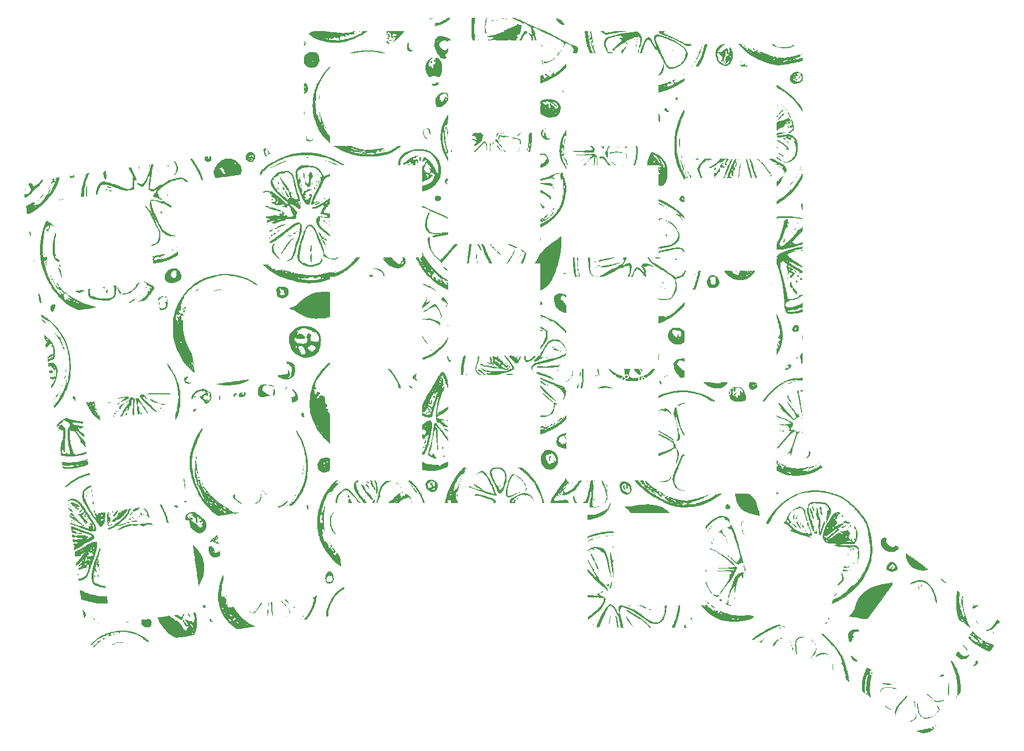
<source format=gbo>
G04 #@! TF.GenerationSoftware,KiCad,Pcbnew,8.0.7-8.0.7-0~ubuntu24.04.1*
G04 #@! TF.CreationDate,2025-01-02T00:14:13+01:00*
G04 #@! TF.ProjectId,plate-final,706c6174-652d-4666-996e-616c2e6b6963,0.0.2*
G04 #@! TF.SameCoordinates,Original*
G04 #@! TF.FileFunction,Legend,Bot*
G04 #@! TF.FilePolarity,Positive*
%FSLAX46Y46*%
G04 Gerber Fmt 4.6, Leading zero omitted, Abs format (unit mm)*
G04 Created by KiCad (PCBNEW 8.0.7-8.0.7-0~ubuntu24.04.1) date 2025-01-02 00:14:13*
%MOMM*%
%LPD*%
G01*
G04 APERTURE LIST*
%ADD10C,0.000000*%
%ADD11C,0.150000*%
G04 APERTURE END LIST*
D10*
G36*
X84054800Y-98348219D02*
G01*
X84029750Y-98373268D01*
X84004701Y-98348219D01*
X84029750Y-98323170D01*
X84054800Y-98348219D01*
G37*
G36*
X84956575Y-113027114D02*
G01*
X84931526Y-113052164D01*
X84906476Y-113027114D01*
X84931526Y-113002065D01*
X84956575Y-113027114D01*
G37*
G36*
X85056772Y-112576227D02*
G01*
X85031723Y-112601276D01*
X85006674Y-112576227D01*
X85031723Y-112551178D01*
X85056772Y-112576227D01*
G37*
G36*
X88563676Y-147745458D02*
G01*
X88538626Y-147770507D01*
X88513577Y-147745458D01*
X88538626Y-147720408D01*
X88563676Y-147745458D01*
G37*
G36*
X90918311Y-156963604D02*
G01*
X90893261Y-156988653D01*
X90868212Y-156963604D01*
X90893261Y-156938554D01*
X90918311Y-156963604D01*
G37*
G36*
X91369198Y-157514688D02*
G01*
X91344149Y-157539738D01*
X91319100Y-157514688D01*
X91344149Y-157489639D01*
X91369198Y-157514688D01*
G37*
G36*
X92020480Y-157815280D02*
G01*
X91995431Y-157840329D01*
X91970382Y-157815280D01*
X91995431Y-157790231D01*
X92020480Y-157815280D01*
G37*
G36*
X92120677Y-147945852D02*
G01*
X92095628Y-147970901D01*
X92070579Y-147945852D01*
X92095628Y-147920803D01*
X92120677Y-147945852D01*
G37*
G36*
X92872157Y-150601079D02*
G01*
X92847107Y-150626128D01*
X92822058Y-150601079D01*
X92847107Y-150576030D01*
X92872157Y-150601079D01*
G37*
G36*
X93974326Y-161221986D02*
G01*
X93949277Y-161247036D01*
X93924228Y-161221986D01*
X93949277Y-161196937D01*
X93974326Y-161221986D01*
G37*
G36*
X96829948Y-157564787D02*
G01*
X96804898Y-157589836D01*
X96779849Y-157564787D01*
X96804898Y-157539738D01*
X96829948Y-157564787D01*
G37*
G36*
X98182610Y-88629087D02*
G01*
X98157561Y-88654136D01*
X98132512Y-88629087D01*
X98157561Y-88604037D01*
X98182610Y-88629087D01*
G37*
G36*
X102090303Y-125301276D02*
G01*
X102065253Y-125326325D01*
X102040204Y-125301276D01*
X102065253Y-125276227D01*
X102090303Y-125301276D01*
G37*
G36*
X102791683Y-101153742D02*
G01*
X102766634Y-101178791D01*
X102741585Y-101153742D01*
X102766634Y-101128692D01*
X102791683Y-101153742D01*
G37*
G36*
X105446910Y-87076030D02*
G01*
X105421861Y-87101079D01*
X105396812Y-87076030D01*
X105421861Y-87050980D01*
X105446910Y-87076030D01*
G37*
G36*
X106098192Y-157163998D02*
G01*
X106073143Y-157189047D01*
X106048094Y-157163998D01*
X106073143Y-157138949D01*
X106098192Y-157163998D01*
G37*
G36*
X116719100Y-156663012D02*
G01*
X116694050Y-156688061D01*
X116669001Y-156663012D01*
X116694050Y-156637963D01*
X116719100Y-156663012D01*
G37*
G36*
X117169987Y-137675635D02*
G01*
X117144938Y-137700684D01*
X117119889Y-137675635D01*
X117144938Y-137650586D01*
X117169987Y-137675635D01*
G37*
G36*
X117771171Y-96945458D02*
G01*
X117746121Y-96970507D01*
X117721072Y-96945458D01*
X117746121Y-96920408D01*
X117771171Y-96945458D01*
G37*
G36*
X119975510Y-91083919D02*
G01*
X119950461Y-91108968D01*
X119925411Y-91083919D01*
X119950461Y-91058870D01*
X119975510Y-91083919D01*
G37*
G36*
X120877285Y-101654728D02*
G01*
X120852236Y-101679777D01*
X120827186Y-101654728D01*
X120852236Y-101629679D01*
X120877285Y-101654728D01*
G37*
G36*
X121227975Y-154909560D02*
G01*
X121202926Y-154934609D01*
X121177877Y-154909560D01*
X121202926Y-154884511D01*
X121227975Y-154909560D01*
G37*
G36*
X122079652Y-137725734D02*
G01*
X122054603Y-137750783D01*
X122029553Y-137725734D01*
X122054603Y-137700684D01*
X122079652Y-137725734D01*
G37*
G36*
X124734879Y-92035793D02*
G01*
X124709829Y-92060842D01*
X124684780Y-92035793D01*
X124709829Y-92010744D01*
X124734879Y-92035793D01*
G37*
G36*
X125536457Y-97897331D02*
G01*
X125511407Y-97922381D01*
X125486358Y-97897331D01*
X125511407Y-97872282D01*
X125536457Y-97897331D01*
G37*
G36*
X125636654Y-79461039D02*
G01*
X125611605Y-79486089D01*
X125586555Y-79461039D01*
X125611605Y-79435990D01*
X125636654Y-79461039D01*
G37*
G36*
X127340007Y-83018041D02*
G01*
X127314958Y-83043091D01*
X127289908Y-83018041D01*
X127314958Y-82992992D01*
X127340007Y-83018041D01*
G37*
G36*
X128392078Y-68639738D02*
G01*
X128367029Y-68664787D01*
X128341979Y-68639738D01*
X128367029Y-68614688D01*
X128392078Y-68639738D01*
G37*
G36*
X132199573Y-137775832D02*
G01*
X132174524Y-137800882D01*
X132149474Y-137775832D01*
X132174524Y-137750783D01*
X132199573Y-137775832D01*
G37*
G36*
X139564070Y-121143091D02*
G01*
X139539021Y-121168140D01*
X139513971Y-121143091D01*
X139539021Y-121118041D01*
X139564070Y-121143091D01*
G37*
G36*
X141417719Y-86675241D02*
G01*
X141392670Y-86700290D01*
X141367620Y-86675241D01*
X141392670Y-86650191D01*
X141417719Y-86675241D01*
G37*
G36*
X143772354Y-115431848D02*
G01*
X143747305Y-115456897D01*
X143722255Y-115431848D01*
X143747305Y-115406799D01*
X143772354Y-115431848D01*
G37*
G36*
X144072946Y-115131256D02*
G01*
X144047896Y-115156306D01*
X144022847Y-115131256D01*
X144047896Y-115106207D01*
X144072946Y-115131256D01*
G37*
G36*
X144123044Y-128808180D02*
G01*
X144097995Y-128833229D01*
X144072946Y-128808180D01*
X144097995Y-128783130D01*
X144123044Y-128808180D01*
G37*
G36*
X144223242Y-114980961D02*
G01*
X144198192Y-115006010D01*
X144173143Y-114980961D01*
X144198192Y-114955911D01*
X144223242Y-114980961D01*
G37*
G36*
X148080835Y-134469323D02*
G01*
X148055786Y-134494373D01*
X148030737Y-134469323D01*
X148055786Y-134444274D01*
X148080835Y-134469323D01*
G37*
G36*
X149583794Y-101003446D02*
G01*
X149558745Y-101028495D01*
X149533695Y-101003446D01*
X149558745Y-100978396D01*
X149583794Y-101003446D01*
G37*
G36*
X155345135Y-66034609D02*
G01*
X155320086Y-66059659D01*
X155295036Y-66034609D01*
X155320086Y-66009560D01*
X155345135Y-66034609D01*
G37*
G36*
X156447305Y-138577410D02*
G01*
X156422255Y-138602460D01*
X156397206Y-138577410D01*
X156422255Y-138552361D01*
X156447305Y-138577410D01*
G37*
G36*
X156797995Y-138377016D02*
G01*
X156772946Y-138402065D01*
X156747896Y-138377016D01*
X156772946Y-138351966D01*
X156797995Y-138377016D01*
G37*
G36*
X158501348Y-136523367D02*
G01*
X158476299Y-136548416D01*
X158451249Y-136523367D01*
X158476299Y-136498318D01*
X158501348Y-136523367D01*
G37*
G36*
X159503320Y-69341118D02*
G01*
X159478271Y-69366168D01*
X159453222Y-69341118D01*
X159478271Y-69316069D01*
X159503320Y-69341118D01*
G37*
G36*
X160104504Y-116734412D02*
G01*
X160079455Y-116759462D01*
X160054405Y-116734412D01*
X160079455Y-116709363D01*
X160104504Y-116734412D01*
G37*
G36*
X161156575Y-122044866D02*
G01*
X161131526Y-122069915D01*
X161106476Y-122044866D01*
X161131526Y-122019817D01*
X161156575Y-122044866D01*
G37*
G36*
X162709632Y-72797923D02*
G01*
X162684583Y-72822972D01*
X162659534Y-72797923D01*
X162684583Y-72772874D01*
X162709632Y-72797923D01*
G37*
G36*
X164362887Y-70142696D02*
G01*
X164337837Y-70167746D01*
X164312788Y-70142696D01*
X164337837Y-70117647D01*
X164362887Y-70142696D01*
G37*
G36*
X165615352Y-87476819D02*
G01*
X165590303Y-87501868D01*
X165565253Y-87476819D01*
X165590303Y-87451769D01*
X165615352Y-87476819D01*
G37*
G36*
X165615352Y-119239343D02*
G01*
X165590303Y-119264393D01*
X165565253Y-119239343D01*
X165590303Y-119214294D01*
X165615352Y-119239343D01*
G37*
G36*
X166366831Y-137324945D02*
G01*
X166341782Y-137349994D01*
X166316733Y-137324945D01*
X166341782Y-137299895D01*
X166366831Y-137324945D01*
G37*
G36*
X168220480Y-70844077D02*
G01*
X168195431Y-70869126D01*
X168170382Y-70844077D01*
X168195431Y-70819028D01*
X168220480Y-70844077D01*
G37*
G36*
X168521072Y-104009363D02*
G01*
X168496023Y-104034412D01*
X168470973Y-104009363D01*
X168496023Y-103984314D01*
X168521072Y-104009363D01*
G37*
G36*
X168971960Y-87176227D02*
G01*
X168946910Y-87201276D01*
X168921861Y-87176227D01*
X168946910Y-87151178D01*
X168971960Y-87176227D01*
G37*
G36*
X173130145Y-68990428D02*
G01*
X173105096Y-69015477D01*
X173080046Y-68990428D01*
X173105096Y-68965379D01*
X173130145Y-68990428D01*
G37*
G36*
X173781427Y-158516661D02*
G01*
X173756378Y-158541710D01*
X173731328Y-158516661D01*
X173756378Y-158491611D01*
X173781427Y-158516661D01*
G37*
G36*
X175885569Y-155661039D02*
G01*
X175860520Y-155686089D01*
X175835470Y-155661039D01*
X175860520Y-155635990D01*
X175885569Y-155661039D01*
G37*
G36*
X182749080Y-105562420D02*
G01*
X182724031Y-105587469D01*
X182698981Y-105562420D01*
X182724031Y-105537371D01*
X182749080Y-105562420D01*
G37*
G36*
X185354208Y-138076424D02*
G01*
X185329159Y-138101473D01*
X185304109Y-138076424D01*
X185329159Y-138051375D01*
X185354208Y-138076424D01*
G37*
G36*
X185504504Y-142986089D02*
G01*
X185479455Y-143011138D01*
X185454405Y-142986089D01*
X185479455Y-142961039D01*
X185504504Y-142986089D01*
G37*
G36*
X186105687Y-144589245D02*
G01*
X186080638Y-144614294D01*
X186055589Y-144589245D01*
X186080638Y-144564195D01*
X186105687Y-144589245D01*
G37*
G36*
X186957364Y-71595556D02*
G01*
X186932315Y-71620606D01*
X186907265Y-71595556D01*
X186932315Y-71570507D01*
X186957364Y-71595556D01*
G37*
G36*
X187608646Y-143436976D02*
G01*
X187583597Y-143462026D01*
X187558547Y-143436976D01*
X187583597Y-143411927D01*
X187608646Y-143436976D01*
G37*
G36*
X190664662Y-150100093D02*
G01*
X190639612Y-150125142D01*
X190614563Y-150100093D01*
X190639612Y-150075043D01*
X190664662Y-150100093D01*
G37*
G36*
X192618508Y-160470507D02*
G01*
X192593459Y-160495556D01*
X192568409Y-160470507D01*
X192593459Y-160445458D01*
X192618508Y-160470507D01*
G37*
G36*
X194221664Y-89580961D02*
G01*
X194196614Y-89606010D01*
X194171565Y-89580961D01*
X194196614Y-89555911D01*
X194221664Y-89580961D01*
G37*
G36*
X195574326Y-92636976D02*
G01*
X195549277Y-92662026D01*
X195524228Y-92636976D01*
X195549277Y-92611927D01*
X195574326Y-92636976D01*
G37*
G36*
X196275707Y-78659462D02*
G01*
X196250658Y-78684511D01*
X196225608Y-78659462D01*
X196250658Y-78634412D01*
X196275707Y-78659462D01*
G37*
G36*
X196576299Y-88979777D02*
G01*
X196551249Y-89004826D01*
X196526200Y-88979777D01*
X196551249Y-88954728D01*
X196576299Y-88979777D01*
G37*
G36*
X197427975Y-81815675D02*
G01*
X197402926Y-81840724D01*
X197377877Y-81815675D01*
X197402926Y-81790625D01*
X197427975Y-81815675D01*
G37*
G36*
X197478074Y-91033821D02*
G01*
X197453025Y-91058870D01*
X197427975Y-91033821D01*
X197453025Y-91008771D01*
X197478074Y-91033821D01*
G37*
G36*
X197578271Y-105412124D02*
G01*
X197553222Y-105437174D01*
X197528173Y-105412124D01*
X197553222Y-105387075D01*
X197578271Y-105412124D01*
G37*
G36*
X199482019Y-113478002D02*
G01*
X199456969Y-113503051D01*
X199431920Y-113478002D01*
X199456969Y-113452953D01*
X199482019Y-113478002D01*
G37*
G36*
X200183399Y-160069718D02*
G01*
X200158350Y-160094767D01*
X200133301Y-160069718D01*
X200158350Y-160044669D01*
X200183399Y-160069718D01*
G37*
G36*
X203289514Y-160570704D02*
G01*
X203264464Y-160595753D01*
X203239415Y-160570704D01*
X203264464Y-160545655D01*
X203289514Y-160570704D01*
G37*
G36*
X203690303Y-162975438D02*
G01*
X203665253Y-163000487D01*
X203640204Y-162975438D01*
X203665253Y-162950389D01*
X203690303Y-162975438D01*
G37*
G36*
X205644149Y-139429087D02*
G01*
X205619100Y-139454136D01*
X205594050Y-139429087D01*
X205619100Y-139404037D01*
X205644149Y-139429087D01*
G37*
G36*
X205694248Y-164528495D02*
G01*
X205669198Y-164553544D01*
X205644149Y-164528495D01*
X205669198Y-164503446D01*
X205694248Y-164528495D01*
G37*
G36*
X207698192Y-140731651D02*
G01*
X207673143Y-140756700D01*
X207648094Y-140731651D01*
X207673143Y-140706602D01*
X207698192Y-140731651D01*
G37*
G36*
X207998784Y-141032243D02*
G01*
X207973735Y-141057292D01*
X207948685Y-141032243D01*
X207973735Y-141007193D01*
X207998784Y-141032243D01*
G37*
G36*
X216565648Y-151853544D02*
G01*
X216540599Y-151878594D01*
X216515549Y-151853544D01*
X216540599Y-151828495D01*
X216565648Y-151853544D01*
G37*
G36*
X221625608Y-169187667D02*
G01*
X221600559Y-169212716D01*
X221575510Y-169187667D01*
X221600559Y-169162617D01*
X221625608Y-169187667D01*
G37*
G36*
X82210544Y-90323266D02*
G01*
X82233733Y-90341299D01*
X82180276Y-90353534D01*
X82129463Y-90349992D01*
X82114522Y-90327221D01*
X82132246Y-90317294D01*
X82210544Y-90323266D01*
G37*
G36*
X84355391Y-103984314D02*
G01*
X84351776Y-104010836D01*
X84321992Y-104017713D01*
X84315997Y-104010370D01*
X84321992Y-103950915D01*
X84337061Y-103943077D01*
X84355391Y-103984314D01*
G37*
G36*
X84438889Y-112016792D02*
G01*
X84446727Y-112031861D01*
X84405490Y-112050191D01*
X84378968Y-112046576D01*
X84372091Y-112016792D01*
X84379434Y-112010796D01*
X84438889Y-112016792D01*
G37*
G36*
X85090171Y-91025471D02*
G01*
X85098009Y-91040540D01*
X85056772Y-91058870D01*
X85030250Y-91055254D01*
X85023373Y-91025471D01*
X85030716Y-91019475D01*
X85090171Y-91025471D01*
G37*
G36*
X85357364Y-97271099D02*
G01*
X85353748Y-97297621D01*
X85323965Y-97304498D01*
X85317969Y-97297155D01*
X85323965Y-97237700D01*
X85339034Y-97229862D01*
X85357364Y-97271099D01*
G37*
G36*
X85357364Y-123973663D02*
G01*
X85353748Y-124000185D01*
X85323965Y-124007062D01*
X85317969Y-123999719D01*
X85323965Y-123940264D01*
X85339034Y-123932426D01*
X85357364Y-123973663D01*
G37*
G36*
X86251229Y-122019817D02*
G01*
X86244245Y-122088733D01*
X86225960Y-122082440D01*
X86219343Y-122059763D01*
X86225960Y-121957193D01*
X86243356Y-121948695D01*
X86251229Y-122019817D01*
G37*
G36*
X87561703Y-140906996D02*
G01*
X87558088Y-140933518D01*
X87528304Y-140940395D01*
X87522308Y-140933052D01*
X87528304Y-140873597D01*
X87543373Y-140865759D01*
X87561703Y-140906996D01*
G37*
G36*
X88864267Y-143862815D02*
G01*
X88860652Y-143889337D01*
X88830868Y-143896214D01*
X88824872Y-143888871D01*
X88830868Y-143829416D01*
X88845937Y-143821578D01*
X88864267Y-143862815D01*
G37*
G36*
X88997864Y-136214425D02*
G01*
X89005701Y-136229494D01*
X88964464Y-136247824D01*
X88937942Y-136244209D01*
X88931065Y-136214425D01*
X88938408Y-136208430D01*
X88997864Y-136214425D01*
G37*
G36*
X94408514Y-123990362D02*
G01*
X94416352Y-124005431D01*
X94375115Y-124023761D01*
X94348593Y-124020146D01*
X94341716Y-123990362D01*
X94349059Y-123984366D01*
X94408514Y-123990362D01*
G37*
G36*
X97214037Y-143128035D02*
G01*
X97221875Y-143143104D01*
X97180638Y-143161434D01*
X97154116Y-143157818D01*
X97147239Y-143128035D01*
X97154582Y-143122039D01*
X97214037Y-143128035D01*
G37*
G36*
X97627570Y-108764557D02*
G01*
X97624028Y-108815370D01*
X97601258Y-108830311D01*
X97591330Y-108812587D01*
X97597303Y-108734289D01*
X97615335Y-108711100D01*
X97627570Y-108764557D01*
G37*
G36*
X97915418Y-143178133D02*
G01*
X97923256Y-143193202D01*
X97882019Y-143211533D01*
X97855497Y-143207917D01*
X97848620Y-143178133D01*
X97855962Y-143172138D01*
X97915418Y-143178133D01*
G37*
G36*
X98232709Y-90407588D02*
G01*
X98229094Y-90434110D01*
X98199310Y-90440987D01*
X98193314Y-90433644D01*
X98199310Y-90374189D01*
X98214379Y-90366351D01*
X98232709Y-90407588D01*
G37*
G36*
X98883991Y-107942105D02*
G01*
X98880376Y-107968627D01*
X98850592Y-107975504D01*
X98844596Y-107968161D01*
X98850592Y-107908705D01*
X98865661Y-107900868D01*
X98883991Y-107942105D01*
G37*
G36*
X104945924Y-135245852D02*
G01*
X104942309Y-135272374D01*
X104912525Y-135279251D01*
X104906529Y-135271908D01*
X104912525Y-135212453D01*
X104927594Y-135204615D01*
X104945924Y-135245852D01*
G37*
G36*
X104996023Y-111298712D02*
G01*
X104992407Y-111325234D01*
X104962624Y-111332111D01*
X104956628Y-111324768D01*
X104962624Y-111265313D01*
X104977692Y-111257475D01*
X104996023Y-111298712D01*
G37*
G36*
X105042166Y-111018995D02*
G01*
X105038624Y-111069808D01*
X105015853Y-111084749D01*
X105005926Y-111067025D01*
X105011898Y-110988727D01*
X105029931Y-110965538D01*
X105042166Y-111018995D01*
G37*
G36*
X107196407Y-131709725D02*
G01*
X107192864Y-131760538D01*
X107170094Y-131775479D01*
X107160166Y-131757755D01*
X107166139Y-131679457D01*
X107184172Y-131656268D01*
X107196407Y-131709725D01*
G37*
G36*
X107543142Y-153732243D02*
G01*
X107536158Y-153801159D01*
X107517873Y-153794866D01*
X107511256Y-153772189D01*
X107517873Y-153669619D01*
X107535269Y-153661121D01*
X107543142Y-153732243D01*
G37*
G36*
X116769198Y-156437568D02*
G01*
X116765583Y-156464090D01*
X116735799Y-156470967D01*
X116729803Y-156463624D01*
X116735799Y-156404169D01*
X116750868Y-156396331D01*
X116769198Y-156437568D01*
G37*
G36*
X119737541Y-103600444D02*
G01*
X119746040Y-103617840D01*
X119674918Y-103625713D01*
X119606001Y-103618730D01*
X119612295Y-103600444D01*
X119634972Y-103593827D01*
X119737541Y-103600444D01*
G37*
G36*
X119808514Y-91877147D02*
G01*
X119816352Y-91892216D01*
X119775115Y-91910546D01*
X119748593Y-91906931D01*
X119741716Y-91877147D01*
X119749059Y-91871151D01*
X119808514Y-91877147D01*
G37*
G36*
X120109106Y-96686615D02*
G01*
X120116944Y-96701684D01*
X120075707Y-96720014D01*
X120049185Y-96716398D01*
X120042308Y-96686615D01*
X120049651Y-96680619D01*
X120109106Y-96686615D01*
G37*
G36*
X120259402Y-97387995D02*
G01*
X120267240Y-97403064D01*
X120226003Y-97421394D01*
X120199481Y-97417779D01*
X120192604Y-97387995D01*
X120199947Y-97382000D01*
X120259402Y-97387995D01*
G37*
G36*
X120259402Y-107507917D02*
G01*
X120267240Y-107522985D01*
X120226003Y-107541316D01*
X120199481Y-107537700D01*
X120192604Y-107507917D01*
X120199947Y-107501921D01*
X120259402Y-107507917D01*
G37*
G36*
X120610092Y-122787995D02*
G01*
X120617930Y-122803064D01*
X120576693Y-122821394D01*
X120550171Y-122817779D01*
X120543294Y-122787995D01*
X120550637Y-122782000D01*
X120610092Y-122787995D01*
G37*
G36*
X120710290Y-156804958D02*
G01*
X120718127Y-156820027D01*
X120676891Y-156838357D01*
X120650368Y-156834742D01*
X120643491Y-156804958D01*
X120650834Y-156798962D01*
X120710290Y-156804958D01*
G37*
G36*
X120810487Y-98890954D02*
G01*
X120818325Y-98906023D01*
X120777088Y-98924353D01*
X120750566Y-98920738D01*
X120743689Y-98890954D01*
X120751031Y-98884958D01*
X120810487Y-98890954D01*
G37*
G36*
X124183794Y-128733032D02*
G01*
X124180178Y-128759554D01*
X124150395Y-128766431D01*
X124144399Y-128759088D01*
X124150395Y-128699632D01*
X124165464Y-128691795D01*
X124183794Y-128733032D01*
G37*
G36*
X124417587Y-92177739D02*
G01*
X124425425Y-92192808D01*
X124384188Y-92211138D01*
X124357666Y-92207523D01*
X124350789Y-92177739D01*
X124358132Y-92171743D01*
X124417587Y-92177739D01*
G37*
G36*
X125486358Y-76780763D02*
G01*
X125482742Y-76807285D01*
X125452959Y-76814162D01*
X125446963Y-76806820D01*
X125452959Y-76747364D01*
X125468028Y-76739526D01*
X125486358Y-76780763D01*
G37*
G36*
X125486358Y-120917647D02*
G01*
X125482742Y-120944169D01*
X125452959Y-120951046D01*
X125446963Y-120943703D01*
X125452959Y-120884248D01*
X125468028Y-120876410D01*
X125486358Y-120917647D01*
G37*
G36*
X125682797Y-79005977D02*
G01*
X125679255Y-79056790D01*
X125656485Y-79071731D01*
X125646557Y-79054007D01*
X125652529Y-78975709D01*
X125670562Y-78952520D01*
X125682797Y-79005977D01*
G37*
G36*
X126638626Y-100477410D02*
G01*
X126635011Y-100503932D01*
X126605227Y-100510809D01*
X126599231Y-100503467D01*
X126605227Y-100444011D01*
X126620296Y-100436173D01*
X126638626Y-100477410D01*
G37*
G36*
X127289908Y-94064787D02*
G01*
X127286293Y-94091309D01*
X127256509Y-94098186D01*
X127250513Y-94090843D01*
X127256509Y-94031388D01*
X127271578Y-94023550D01*
X127289908Y-94064787D01*
G37*
G36*
X127373406Y-151143814D02*
G01*
X127381244Y-151158883D01*
X127340007Y-151177213D01*
X127313485Y-151173598D01*
X127306608Y-151143814D01*
X127313951Y-151137818D01*
X127373406Y-151143814D01*
G37*
G36*
X128041388Y-155235201D02*
G01*
X128037772Y-155261723D01*
X128007988Y-155268600D01*
X128001993Y-155261257D01*
X128007988Y-155201802D01*
X128023057Y-155193964D01*
X128041388Y-155235201D01*
G37*
G36*
X129627844Y-68531191D02*
G01*
X129635682Y-68546259D01*
X129594445Y-68564590D01*
X129567923Y-68560974D01*
X129561046Y-68531191D01*
X129568388Y-68525195D01*
X129627844Y-68531191D01*
G37*
G36*
X130596417Y-68213899D02*
G01*
X130592802Y-68240421D01*
X130563018Y-68247299D01*
X130557022Y-68239956D01*
X130563018Y-68180500D01*
X130578087Y-68172663D01*
X130596417Y-68213899D01*
G37*
G36*
X132345914Y-138272644D02*
G01*
X132342371Y-138323457D01*
X132319601Y-138338398D01*
X132309673Y-138320674D01*
X132315646Y-138242376D01*
X132333679Y-138219187D01*
X132345914Y-138272644D01*
G37*
G36*
X138357748Y-87673038D02*
G01*
X138354206Y-87723851D01*
X138331435Y-87738793D01*
X138321508Y-87721068D01*
X138327480Y-87642770D01*
X138345513Y-87619581D01*
X138357748Y-87673038D01*
G37*
G36*
X140699639Y-87869258D02*
G01*
X140707476Y-87884327D01*
X140666240Y-87902657D01*
X140639718Y-87899041D01*
X140632841Y-87869258D01*
X140640183Y-87863262D01*
X140699639Y-87869258D01*
G37*
G36*
X141651512Y-116776161D02*
G01*
X141659350Y-116791230D01*
X141618113Y-116809560D01*
X141591591Y-116805945D01*
X141584714Y-116776161D01*
X141592057Y-116770165D01*
X141651512Y-116776161D01*
G37*
G36*
X142069001Y-108142499D02*
G01*
X142065385Y-108169021D01*
X142035602Y-108175898D01*
X142029606Y-108168555D01*
X142035602Y-108109100D01*
X142050671Y-108101262D01*
X142069001Y-108142499D01*
G37*
G36*
X143718300Y-88224123D02*
G01*
X143714758Y-88274936D01*
X143691987Y-88289877D01*
X143682060Y-88272153D01*
X143688032Y-88193855D01*
X143706065Y-88170666D01*
X143718300Y-88224123D01*
G37*
G36*
X144356838Y-114822315D02*
G01*
X144364676Y-114837384D01*
X144323439Y-114855714D01*
X144296917Y-114852099D01*
X144290040Y-114822315D01*
X144297383Y-114816319D01*
X144356838Y-114822315D01*
G37*
G36*
X145676102Y-139303840D02*
G01*
X145672486Y-139330362D01*
X145642702Y-139337239D01*
X145636707Y-139329897D01*
X145642702Y-139270441D01*
X145657771Y-139262603D01*
X145676102Y-139303840D01*
G37*
G36*
X148431526Y-139454136D02*
G01*
X148427910Y-139480658D01*
X148398127Y-139487535D01*
X148392131Y-139480192D01*
X148398127Y-139420737D01*
X148413195Y-139412899D01*
X148431526Y-139454136D01*
G37*
G36*
X149583794Y-67612716D02*
G01*
X149580178Y-67639238D01*
X149550395Y-67646115D01*
X149544399Y-67638772D01*
X149550395Y-67579317D01*
X149565464Y-67571479D01*
X149583794Y-67612716D01*
G37*
G36*
X149834287Y-66510546D02*
G01*
X149830671Y-66537068D01*
X149800888Y-66543945D01*
X149794892Y-66536603D01*
X149800888Y-66477147D01*
X149815957Y-66469310D01*
X149834287Y-66510546D01*
G37*
G36*
X153901669Y-82958769D02*
G01*
X153924858Y-82976802D01*
X153871401Y-82989037D01*
X153820588Y-82985495D01*
X153805646Y-82962724D01*
X153823370Y-82952797D01*
X153901669Y-82958769D01*
G37*
G36*
X156597601Y-101379185D02*
G01*
X156593985Y-101405707D01*
X156564201Y-101412584D01*
X156558206Y-101405242D01*
X156564201Y-101345786D01*
X156579270Y-101337949D01*
X156597601Y-101379185D01*
G37*
G36*
X159499365Y-122391381D02*
G01*
X159495823Y-122442194D01*
X159473053Y-122457136D01*
X159463125Y-122439412D01*
X159469097Y-122361113D01*
X159487130Y-122337924D01*
X159499365Y-122391381D01*
G37*
G36*
X159813306Y-111414785D02*
G01*
X159836495Y-111432818D01*
X159783038Y-111445053D01*
X159732225Y-111441510D01*
X159717283Y-111418740D01*
X159735008Y-111408812D01*
X159813306Y-111414785D01*
G37*
G36*
X159987607Y-68230599D02*
G01*
X159995445Y-68245668D01*
X159954208Y-68263998D01*
X159927686Y-68260383D01*
X159920809Y-68230599D01*
X159928152Y-68224603D01*
X159987607Y-68230599D01*
G37*
G36*
X163411013Y-129284116D02*
G01*
X163407397Y-129310638D01*
X163377614Y-129317515D01*
X163371618Y-129310173D01*
X163377614Y-129250717D01*
X163392682Y-129242880D01*
X163411013Y-129284116D01*
G37*
G36*
X166801019Y-86867285D02*
G01*
X166808857Y-86882354D01*
X166767620Y-86900684D01*
X166741098Y-86897069D01*
X166734221Y-86867285D01*
X166741564Y-86861290D01*
X166801019Y-86867285D01*
G37*
G36*
X167051512Y-146885431D02*
G01*
X167059350Y-146900500D01*
X167018113Y-146918830D01*
X166991591Y-146915215D01*
X166984714Y-146885431D01*
X166992057Y-146879435D01*
X167051512Y-146885431D01*
G37*
G36*
X167552499Y-153247956D02*
G01*
X167560336Y-153263025D01*
X167519100Y-153281355D01*
X167492578Y-153277740D01*
X167485700Y-153247956D01*
X167493043Y-153241960D01*
X167552499Y-153247956D01*
G37*
G36*
X168129676Y-84962714D02*
G01*
X168152865Y-84980747D01*
X168099409Y-84992982D01*
X168048595Y-84989439D01*
X168033654Y-84966669D01*
X168051378Y-84956741D01*
X168129676Y-84962714D01*
G37*
G36*
X168103583Y-103850717D02*
G01*
X168111421Y-103865786D01*
X168070184Y-103884116D01*
X168043662Y-103880501D01*
X168036785Y-103850717D01*
X168044128Y-103844721D01*
X168103583Y-103850717D01*
G37*
G36*
X168754866Y-139821526D02*
G01*
X168762703Y-139836595D01*
X168721466Y-139854925D01*
X168694944Y-139851310D01*
X168688067Y-139821526D01*
X168695410Y-139815530D01*
X168754866Y-139821526D01*
G37*
G36*
X169332043Y-67428197D02*
G01*
X169355232Y-67446230D01*
X169301775Y-67458465D01*
X169250962Y-67454923D01*
X169236021Y-67432152D01*
X169253745Y-67422225D01*
X169332043Y-67428197D01*
G37*
G36*
X170124228Y-85798515D02*
G01*
X170120612Y-85825037D01*
X170090829Y-85831914D01*
X170084833Y-85824571D01*
X170090829Y-85765116D01*
X170105897Y-85757278D01*
X170124228Y-85798515D01*
G37*
G36*
X170157627Y-155402197D02*
G01*
X170165465Y-155417265D01*
X170124228Y-155435596D01*
X170097706Y-155431980D01*
X170090829Y-155402197D01*
X170098172Y-155396201D01*
X170157627Y-155402197D01*
G37*
G36*
X170174326Y-87151178D02*
G01*
X170170711Y-87177700D01*
X170140927Y-87184577D01*
X170134931Y-87177234D01*
X170140927Y-87117778D01*
X170155996Y-87109941D01*
X170174326Y-87151178D01*
G37*
G36*
X170307923Y-85614820D02*
G01*
X170315760Y-85629889D01*
X170274524Y-85648219D01*
X170248002Y-85644603D01*
X170241125Y-85614820D01*
X170248467Y-85608824D01*
X170307923Y-85614820D01*
G37*
G36*
X172328567Y-87602065D02*
G01*
X172324952Y-87628587D01*
X172295168Y-87635464D01*
X172289172Y-87628121D01*
X172295168Y-87568666D01*
X172310237Y-87560828D01*
X172328567Y-87602065D01*
G37*
G36*
X172428764Y-87451769D02*
G01*
X172425149Y-87478291D01*
X172395365Y-87485168D01*
X172389369Y-87477826D01*
X172395365Y-87418370D01*
X172410434Y-87410532D01*
X172428764Y-87451769D01*
G37*
G36*
X173915023Y-69984051D02*
G01*
X173922861Y-69999119D01*
X173881624Y-70017450D01*
X173855102Y-70013834D01*
X173848225Y-69984051D01*
X173855568Y-69978055D01*
X173915023Y-69984051D01*
G37*
G36*
X181388507Y-74325931D02*
G01*
X181381523Y-74394848D01*
X181363238Y-74388554D01*
X181356621Y-74365877D01*
X181363238Y-74263308D01*
X181380634Y-74254809D01*
X181388507Y-74325931D01*
G37*
G36*
X181446516Y-73925142D02*
G01*
X181442900Y-73951664D01*
X181413117Y-73958541D01*
X181407121Y-73951198D01*
X181413117Y-73891743D01*
X181428185Y-73883905D01*
X181446516Y-73925142D01*
G37*
G36*
X182849277Y-72422183D02*
G01*
X182845662Y-72448705D01*
X182815878Y-72455583D01*
X182809882Y-72448240D01*
X182815878Y-72388784D01*
X182830947Y-72380947D01*
X182849277Y-72422183D01*
G37*
G36*
X183246111Y-158412289D02*
G01*
X183242569Y-158463102D01*
X183219798Y-158478043D01*
X183209871Y-158460319D01*
X183215843Y-158382021D01*
X183233876Y-158358832D01*
X183246111Y-158412289D01*
G37*
G36*
X185588002Y-145933558D02*
G01*
X185595839Y-145948626D01*
X185554603Y-145966957D01*
X185528080Y-145963341D01*
X185521203Y-145933558D01*
X185528546Y-145927562D01*
X185588002Y-145933558D01*
G37*
G36*
X188560520Y-151778396D02*
G01*
X188556904Y-151804919D01*
X188527121Y-151811796D01*
X188521125Y-151804453D01*
X188527121Y-151744997D01*
X188542189Y-151737160D01*
X188560520Y-151778396D01*
G37*
G36*
X189261900Y-89806404D02*
G01*
X189258285Y-89832926D01*
X189228501Y-89839803D01*
X189222505Y-89832461D01*
X189228501Y-89773005D01*
X189243570Y-89765168D01*
X189261900Y-89806404D01*
G37*
G36*
X189545793Y-104301605D02*
G01*
X189553630Y-104316674D01*
X189512393Y-104335004D01*
X189485871Y-104331388D01*
X189478994Y-104301605D01*
X189486337Y-104295609D01*
X189545793Y-104301605D01*
G37*
G36*
X192117522Y-87201276D02*
G01*
X192113906Y-87227798D01*
X192084123Y-87234675D01*
X192078127Y-87227332D01*
X192084123Y-87167877D01*
X192099191Y-87160039D01*
X192117522Y-87201276D01*
G37*
G36*
X195570371Y-99546411D02*
G01*
X195566829Y-99597224D01*
X195544058Y-99612165D01*
X195534131Y-99594441D01*
X195540103Y-99516143D01*
X195558136Y-99492954D01*
X195570371Y-99546411D01*
G37*
G36*
X195574326Y-92912519D02*
G01*
X195570711Y-92939041D01*
X195540927Y-92945918D01*
X195534931Y-92938575D01*
X195540927Y-92879120D01*
X195555996Y-92871282D01*
X195574326Y-92912519D01*
G37*
G36*
X195758021Y-92478331D02*
G01*
X195765859Y-92493399D01*
X195724622Y-92511730D01*
X195698100Y-92508114D01*
X195691223Y-92478331D01*
X195698566Y-92472335D01*
X195758021Y-92478331D01*
G37*
G36*
X196008514Y-86616792D02*
G01*
X196016352Y-86631861D01*
X195975115Y-86650191D01*
X195948593Y-86646576D01*
X195941716Y-86616792D01*
X195949059Y-86610796D01*
X196008514Y-86616792D01*
G37*
G36*
X196158810Y-92227838D02*
G01*
X196166648Y-92242906D01*
X196125411Y-92261237D01*
X196098889Y-92257621D01*
X196092012Y-92227838D01*
X196099355Y-92221842D01*
X196158810Y-92227838D01*
G37*
G36*
X196409303Y-78751309D02*
G01*
X196417141Y-78766378D01*
X196375904Y-78784708D01*
X196349382Y-78781093D01*
X196342505Y-78751309D01*
X196349848Y-78745313D01*
X196409303Y-78751309D01*
G37*
G36*
X196585692Y-131855022D02*
G01*
X196608881Y-131873054D01*
X196555424Y-131885289D01*
X196504611Y-131881747D01*
X196489670Y-131858977D01*
X196507394Y-131849049D01*
X196585692Y-131855022D01*
G37*
G36*
X197036580Y-128498414D02*
G01*
X197059769Y-128516447D01*
X197006312Y-128528682D01*
X196955499Y-128525140D01*
X196940557Y-128502369D01*
X196958282Y-128492442D01*
X197036580Y-128498414D01*
G37*
G36*
X196977088Y-104234807D02*
G01*
X196973472Y-104261329D01*
X196943689Y-104268206D01*
X196937693Y-104260863D01*
X196943689Y-104201408D01*
X196958757Y-104193570D01*
X196977088Y-104234807D01*
G37*
G36*
X197027186Y-77181552D02*
G01*
X197023571Y-77208074D01*
X196993787Y-77214951D01*
X196987791Y-77207609D01*
X196993787Y-77148153D01*
X197008856Y-77140315D01*
X197027186Y-77181552D01*
G37*
G36*
X198025204Y-124595721D02*
G01*
X198021661Y-124646534D01*
X197998891Y-124661475D01*
X197988963Y-124643751D01*
X197994936Y-124565453D01*
X198012968Y-124542264D01*
X198025204Y-124595721D01*
G37*
G36*
X201085175Y-163301079D02*
G01*
X201081559Y-163327601D01*
X201051775Y-163334478D01*
X201045780Y-163327135D01*
X201051775Y-163267680D01*
X201066844Y-163259842D01*
X201085175Y-163301079D01*
G37*
G36*
X203836643Y-163221756D02*
G01*
X203833101Y-163272569D01*
X203810331Y-163287511D01*
X203800403Y-163269786D01*
X203806376Y-163191488D01*
X203824408Y-163168299D01*
X203836643Y-163221756D01*
G37*
G36*
X203990894Y-163551572D02*
G01*
X203987279Y-163578094D01*
X203957495Y-163584971D01*
X203951500Y-163577628D01*
X203957495Y-163518173D01*
X203972564Y-163510335D01*
X203990894Y-163551572D01*
G37*
G36*
X205827844Y-146434544D02*
G01*
X205835682Y-146449613D01*
X205794445Y-146467943D01*
X205767923Y-146464327D01*
X205761046Y-146434544D01*
X205768388Y-146428548D01*
X205827844Y-146434544D01*
G37*
G36*
X207130408Y-149490560D02*
G01*
X207138246Y-149505628D01*
X207097009Y-149523959D01*
X207070487Y-149520343D01*
X207063610Y-149490560D01*
X207070953Y-149484564D01*
X207130408Y-149490560D01*
G37*
G36*
X207197206Y-142560251D02*
G01*
X207193591Y-142586773D01*
X207163807Y-142593650D01*
X207157811Y-142586307D01*
X207163807Y-142526851D01*
X207178876Y-142519014D01*
X207197206Y-142560251D01*
G37*
G36*
X207380901Y-159460185D02*
G01*
X207388739Y-159475254D01*
X207347502Y-159493584D01*
X207320980Y-159489968D01*
X207314103Y-159460185D01*
X207321446Y-159454189D01*
X207380901Y-159460185D01*
G37*
G36*
X207648094Y-146417844D02*
G01*
X207644478Y-146444366D01*
X207614695Y-146451243D01*
X207608699Y-146443900D01*
X207614695Y-146384445D01*
X207629763Y-146376607D01*
X207648094Y-146417844D01*
G37*
G36*
X209698182Y-146589014D02*
G01*
X209694640Y-146639828D01*
X209671869Y-146654769D01*
X209661942Y-146637045D01*
X209667914Y-146558747D01*
X209685947Y-146535558D01*
X209698182Y-146589014D01*
G37*
G36*
X210186424Y-165121329D02*
G01*
X210194261Y-165136398D01*
X210153025Y-165154728D01*
X210126503Y-165151112D01*
X210119626Y-165121329D01*
X210126968Y-165115333D01*
X210186424Y-165121329D01*
G37*
G36*
X211655983Y-166858081D02*
G01*
X211652368Y-166884603D01*
X211622584Y-166891480D01*
X211616588Y-166884137D01*
X211622584Y-166824682D01*
X211637653Y-166816844D01*
X211655983Y-166858081D01*
G37*
G36*
X221625608Y-166457292D02*
G01*
X221621993Y-166483814D01*
X221592209Y-166490691D01*
X221586214Y-166483348D01*
X221592209Y-166423893D01*
X221607278Y-166416055D01*
X221625608Y-166457292D01*
G37*
G36*
X225926179Y-157088850D02*
G01*
X225919196Y-157157767D01*
X225900910Y-157151473D01*
X225894293Y-157128796D01*
X225900910Y-157026227D01*
X225918306Y-157017729D01*
X225926179Y-157088850D01*
G37*
G36*
X83793059Y-101453929D02*
G01*
X83842924Y-101520088D01*
X83841862Y-101550451D01*
X83783432Y-101579580D01*
X83744447Y-101569270D01*
X83704109Y-101500257D01*
X83733027Y-101445518D01*
X83793059Y-101453929D01*
G37*
G36*
X85237134Y-124087226D02*
G01*
X85246345Y-124107027D01*
X85227962Y-124180781D01*
X85195221Y-124218695D01*
X85167628Y-124180983D01*
X85161487Y-124134392D01*
X85187608Y-124078999D01*
X85237134Y-124087226D01*
G37*
G36*
X88187431Y-140906179D02*
G01*
X88192393Y-140932446D01*
X88140794Y-140957095D01*
X88115500Y-140956115D01*
X88064904Y-140932449D01*
X88109326Y-140884086D01*
X88127390Y-140877278D01*
X88187431Y-140906179D01*
G37*
G36*
X90367226Y-141929843D02*
G01*
X90356916Y-141968829D01*
X90287903Y-142009166D01*
X90250215Y-142000778D01*
X90228411Y-141949674D01*
X90277934Y-141883728D01*
X90338023Y-141874980D01*
X90367226Y-141929843D01*
G37*
G36*
X90380974Y-137844689D02*
G01*
X90414058Y-137897543D01*
X90368258Y-137950540D01*
X90317343Y-137975642D01*
X90270725Y-137961060D01*
X90287531Y-137869813D01*
X90324436Y-137814902D01*
X90380974Y-137844689D01*
G37*
G36*
X98414308Y-107704977D02*
G01*
X98382000Y-107767970D01*
X98341067Y-107807903D01*
X98295701Y-107821402D01*
X98287868Y-107785112D01*
X98326463Y-107722915D01*
X98392096Y-107691611D01*
X98414308Y-107704977D01*
G37*
G36*
X106829639Y-131802414D02*
G01*
X106838850Y-131822214D01*
X106820467Y-131895969D01*
X106787726Y-131933883D01*
X106760133Y-131896171D01*
X106753992Y-131849579D01*
X106780113Y-131794187D01*
X106829639Y-131802414D01*
G37*
G36*
X107614617Y-143007122D02*
G01*
X107615986Y-143012421D01*
X107625537Y-143085838D01*
X107592712Y-143072837D01*
X107572748Y-143044940D01*
X107561685Y-142954191D01*
X107584906Y-142939969D01*
X107614617Y-143007122D01*
G37*
G36*
X116899229Y-156179334D02*
G01*
X116892573Y-156189533D01*
X116843072Y-156235672D01*
X116819297Y-156215081D01*
X116823775Y-156203812D01*
X116877136Y-156157242D01*
X116905134Y-156145052D01*
X116899229Y-156179334D01*
G37*
G36*
X117341518Y-137817959D02*
G01*
X117383917Y-137897331D01*
X117388459Y-137961245D01*
X117339662Y-137967119D01*
X117310337Y-137949304D01*
X117270184Y-137870670D01*
X117293191Y-137806674D01*
X117341518Y-137817959D01*
G37*
G36*
X122383081Y-137107190D02*
G01*
X122422602Y-137177772D01*
X122422395Y-137224364D01*
X122372503Y-137238867D01*
X122319441Y-137196039D01*
X122308637Y-137131739D01*
X122355194Y-137096855D01*
X122383081Y-137107190D01*
G37*
G36*
X126559398Y-92925062D02*
G01*
X126588528Y-92983492D01*
X126578218Y-93022478D01*
X126509205Y-93062815D01*
X126454465Y-93033897D01*
X126462877Y-92973865D01*
X126529035Y-92924000D01*
X126559398Y-92925062D01*
G37*
G36*
X129762045Y-154055766D02*
G01*
X129763489Y-154110749D01*
X129688895Y-154133032D01*
X129630519Y-154120931D01*
X129605926Y-154073539D01*
X129635727Y-154022565D01*
X129704669Y-153998943D01*
X129762045Y-154055766D01*
G37*
G36*
X132818984Y-138377304D02*
G01*
X132827217Y-138415344D01*
X132802141Y-138452164D01*
X132761499Y-138440610D01*
X132722221Y-138385677D01*
X132744591Y-138330667D01*
X132771441Y-138326687D01*
X132818984Y-138377304D01*
G37*
G36*
X142449525Y-83736731D02*
G01*
X142434060Y-83758986D01*
X142391685Y-83794570D01*
X142384682Y-83794082D01*
X142373649Y-83765082D01*
X142427432Y-83714638D01*
X142455429Y-83702449D01*
X142449525Y-83736731D01*
G37*
G36*
X147509718Y-135409514D02*
G01*
X147518929Y-135429315D01*
X147500546Y-135503069D01*
X147467805Y-135540983D01*
X147440212Y-135503271D01*
X147434071Y-135456680D01*
X147460191Y-135401287D01*
X147509718Y-135409514D01*
G37*
G36*
X155814263Y-135233817D02*
G01*
X155846121Y-135297335D01*
X155835666Y-135316479D01*
X155771261Y-135314178D01*
X155737504Y-135293529D01*
X155724624Y-135239785D01*
X155752991Y-135218053D01*
X155814263Y-135233817D01*
G37*
G36*
X156476928Y-101542405D02*
G01*
X156486485Y-101588692D01*
X156466245Y-101688526D01*
X156425938Y-101805024D01*
X156407524Y-101688000D01*
X156403762Y-101598254D01*
X156428797Y-101532286D01*
X156476928Y-101542405D01*
G37*
G36*
X161216435Y-94876675D02*
G01*
X161256772Y-94945688D01*
X161248385Y-94983376D01*
X161197280Y-95005180D01*
X161131335Y-94955657D01*
X161122586Y-94895568D01*
X161177449Y-94866365D01*
X161216435Y-94876675D01*
G37*
G36*
X164042030Y-70560794D02*
G01*
X164026564Y-70583049D01*
X163984190Y-70618633D01*
X163977187Y-70618145D01*
X163966154Y-70589145D01*
X164019937Y-70538701D01*
X164047934Y-70526512D01*
X164042030Y-70560794D01*
G37*
G36*
X180260776Y-75116726D02*
G01*
X180267059Y-75181069D01*
X180253941Y-75200287D01*
X180210561Y-75221986D01*
X180194050Y-75149602D01*
X180201398Y-75113849D01*
X180244966Y-75102965D01*
X180260776Y-75116726D01*
G37*
G36*
X182645191Y-72658692D02*
G01*
X182631595Y-72745664D01*
X182610727Y-72782807D01*
X182548495Y-72822972D01*
X182521454Y-72802620D01*
X182550982Y-72718484D01*
X182609624Y-72647038D01*
X182645191Y-72658692D01*
G37*
G36*
X184883288Y-143926280D02*
G01*
X184892499Y-143946080D01*
X184874116Y-144019834D01*
X184841375Y-144057748D01*
X184813782Y-144020036D01*
X184807641Y-143973445D01*
X184833762Y-143918053D01*
X184883288Y-143926280D01*
G37*
G36*
X188089599Y-152543242D02*
G01*
X188098810Y-152563043D01*
X188080427Y-152636797D01*
X188047686Y-152674711D01*
X188020093Y-152636999D01*
X188013953Y-152590408D01*
X188040073Y-152535015D01*
X188089599Y-152543242D01*
G37*
G36*
X188041674Y-69640825D02*
G01*
X188081362Y-69702173D01*
X188084928Y-69711677D01*
X188095440Y-69761877D01*
X188053317Y-69730218D01*
X188024730Y-69693382D01*
X188019110Y-69640384D01*
X188041674Y-69640825D01*
G37*
G36*
X189779514Y-159582998D02*
G01*
X189785796Y-159647341D01*
X189772678Y-159666559D01*
X189729298Y-159688258D01*
X189712788Y-159615874D01*
X189720136Y-159580121D01*
X189763704Y-159569237D01*
X189779514Y-159582998D01*
G37*
G36*
X195755925Y-79198863D02*
G01*
X195723617Y-79261856D01*
X195682684Y-79301788D01*
X195637319Y-79315287D01*
X195629486Y-79278997D01*
X195668080Y-79216800D01*
X195733713Y-79185497D01*
X195755925Y-79198863D01*
G37*
G36*
X196457217Y-121791228D02*
G01*
X196403903Y-121846065D01*
X196312182Y-121908004D01*
X196283007Y-121908717D01*
X196325806Y-121844471D01*
X196368303Y-121804285D01*
X196444662Y-121770917D01*
X196457217Y-121791228D01*
G37*
G36*
X196726595Y-89227314D02*
G01*
X196725615Y-89252608D01*
X196701949Y-89303204D01*
X196653586Y-89258781D01*
X196646778Y-89240717D01*
X196675679Y-89180677D01*
X196701946Y-89175714D01*
X196726595Y-89227314D01*
G37*
G36*
X199629799Y-143535619D02*
G01*
X199648069Y-143552387D01*
X199651919Y-143621132D01*
X199628661Y-143642187D01*
X199578678Y-143606596D01*
X199560240Y-143570736D01*
X199563690Y-143518383D01*
X199629799Y-143535619D01*
G37*
G36*
X206133325Y-152806927D02*
G01*
X206121641Y-152878050D01*
X206104971Y-152896349D01*
X206037111Y-152900778D01*
X206015077Y-152878408D01*
X206039738Y-152815628D01*
X206084863Y-152787772D01*
X206133325Y-152806927D01*
G37*
G36*
X207519626Y-159758762D02*
G01*
X207494642Y-159805516D01*
X207457375Y-159820551D01*
X207452009Y-159796402D01*
X207491581Y-159730717D01*
X207498179Y-159724244D01*
X207534879Y-159700233D01*
X207519626Y-159758762D01*
G37*
G36*
X80847721Y-91622479D02*
G01*
X80834500Y-91717041D01*
X80798390Y-91760251D01*
X80762277Y-91742034D01*
X80753973Y-91665675D01*
X80798390Y-91559856D01*
X80814326Y-91537660D01*
X80840240Y-91535016D01*
X80847721Y-91622479D01*
G37*
G36*
X82200562Y-102514719D02*
G01*
X82242398Y-102598228D01*
X82239968Y-102644188D01*
X82179775Y-102681750D01*
X82132779Y-102663500D01*
X82100954Y-102577377D01*
X82103719Y-102547409D01*
X82142675Y-102496060D01*
X82200562Y-102514719D01*
G37*
G36*
X82873510Y-93217044D02*
G01*
X82877482Y-93263209D01*
X82867200Y-93278202D01*
X82824427Y-93313308D01*
X82819427Y-93312005D01*
X82802334Y-93263209D01*
X82804373Y-93249478D01*
X82855390Y-93213110D01*
X82873510Y-93217044D01*
G37*
G36*
X84765701Y-90964325D02*
G01*
X84806279Y-91008771D01*
X84797801Y-91031818D01*
X84731131Y-91058870D01*
X84696561Y-91053218D01*
X84655983Y-91008771D01*
X84664461Y-90985724D01*
X84731131Y-90958673D01*
X84765701Y-90964325D01*
G37*
G36*
X84814574Y-104774147D02*
G01*
X84838471Y-104815991D01*
X84836338Y-104916148D01*
X84802492Y-104968704D01*
X84747886Y-104947932D01*
X84723988Y-104906088D01*
X84726121Y-104805931D01*
X84759967Y-104753375D01*
X84814574Y-104774147D01*
G37*
G36*
X85068747Y-119816933D02*
G01*
X85106871Y-119865576D01*
X85105415Y-119877551D01*
X85056772Y-119915675D01*
X85044797Y-119914219D01*
X85006674Y-119865576D01*
X85008129Y-119853601D01*
X85056772Y-119815477D01*
X85068747Y-119816933D01*
G37*
G36*
X85190526Y-105522729D02*
G01*
X85207068Y-105637568D01*
X85191953Y-105749269D01*
X85144445Y-105775339D01*
X85105438Y-105736723D01*
X85081821Y-105637568D01*
X85095543Y-105560182D01*
X85144445Y-105499797D01*
X85190526Y-105522729D01*
G37*
G36*
X85362656Y-105941039D02*
G01*
X85396411Y-106042281D01*
X85402790Y-106109154D01*
X85389713Y-106131052D01*
X85333787Y-106066356D01*
X85272955Y-105971549D01*
X85263983Y-105906167D01*
X85319790Y-105900335D01*
X85362656Y-105941039D01*
G37*
G36*
X85340575Y-119747927D02*
G01*
X85357364Y-119843483D01*
X85344415Y-119922987D01*
X85307265Y-119940724D01*
X85280171Y-119908427D01*
X85257167Y-119812521D01*
X85266157Y-119757108D01*
X85307265Y-119715280D01*
X85340575Y-119747927D01*
G37*
G36*
X85318850Y-105288803D02*
G01*
X85357364Y-105336976D01*
X85356789Y-105348314D01*
X85335271Y-105387075D01*
X85327235Y-105384770D01*
X85282216Y-105336976D01*
X85274388Y-105317570D01*
X85304309Y-105286878D01*
X85318850Y-105288803D01*
G37*
G36*
X85507660Y-123820410D02*
G01*
X85505735Y-123834952D01*
X85457561Y-123873465D01*
X85446223Y-123872891D01*
X85407462Y-123851373D01*
X85409768Y-123843337D01*
X85457561Y-123798318D01*
X85476967Y-123790490D01*
X85507660Y-123820410D01*
G37*
G36*
X85669930Y-99677288D02*
G01*
X85708054Y-99725931D01*
X85706598Y-99737906D01*
X85657956Y-99776030D01*
X85645981Y-99774574D01*
X85607857Y-99725931D01*
X85609313Y-99713956D01*
X85657956Y-99675832D01*
X85669930Y-99677288D01*
G37*
G36*
X86128001Y-122280948D02*
G01*
X86126960Y-122345458D01*
X86110738Y-122381431D01*
X86078434Y-122420606D01*
X86069463Y-122412300D01*
X86058745Y-122345458D01*
X86064211Y-122310911D01*
X86107271Y-122270310D01*
X86128001Y-122280948D01*
G37*
G36*
X87000852Y-118788456D02*
G01*
X87000920Y-118800320D01*
X86994203Y-118878747D01*
X86977757Y-118877082D01*
X86968566Y-118835916D01*
X86975900Y-118726786D01*
X86978379Y-118718172D01*
X86993628Y-118710755D01*
X87000852Y-118788456D01*
G37*
G36*
X87416544Y-139663096D02*
G01*
X87479623Y-139729679D01*
X87481607Y-139780555D01*
X87409835Y-139804826D01*
X87352810Y-139790908D01*
X87311210Y-139729679D01*
X87319259Y-139694749D01*
X87380998Y-139654531D01*
X87416544Y-139663096D01*
G37*
G36*
X88575650Y-141459537D02*
G01*
X88613774Y-141508180D01*
X88612318Y-141520154D01*
X88563676Y-141558278D01*
X88551701Y-141556822D01*
X88513577Y-141508180D01*
X88515033Y-141496205D01*
X88563676Y-141458081D01*
X88575650Y-141459537D01*
G37*
G36*
X88694002Y-140859203D02*
G01*
X88739021Y-140906996D01*
X88746849Y-140926402D01*
X88716928Y-140957095D01*
X88702386Y-140955169D01*
X88663873Y-140906996D01*
X88664447Y-140895658D01*
X88685965Y-140856897D01*
X88694002Y-140859203D01*
G37*
G36*
X89033915Y-150332748D02*
G01*
X89011307Y-150431818D01*
X88965229Y-150489657D01*
X88898449Y-150512299D01*
X88837088Y-150457498D01*
X88831386Y-150370896D01*
X88891378Y-150306628D01*
X88979502Y-150290521D01*
X89033915Y-150332748D01*
G37*
G36*
X90576941Y-137857112D02*
G01*
X90617719Y-137901079D01*
X90616370Y-137912965D01*
X90570577Y-137951178D01*
X90556521Y-137949266D01*
X90492472Y-137901079D01*
X90487759Y-137875268D01*
X90539614Y-137850980D01*
X90576941Y-137857112D01*
G37*
G36*
X90791957Y-139964681D02*
G01*
X90818113Y-140033227D01*
X90810904Y-140069012D01*
X90768015Y-140080369D01*
X90754333Y-140070115D01*
X90717916Y-140002264D01*
X90719350Y-139991079D01*
X90768015Y-139955122D01*
X90791957Y-139964681D01*
G37*
G36*
X91343042Y-140014780D02*
G01*
X91369198Y-140083326D01*
X91361989Y-140119110D01*
X91319100Y-140130467D01*
X91305418Y-140120213D01*
X91269001Y-140052363D01*
X91270435Y-140041178D01*
X91319100Y-140005221D01*
X91343042Y-140014780D01*
G37*
G36*
X91581568Y-124826795D02*
G01*
X91619691Y-124875438D01*
X91618235Y-124887413D01*
X91569593Y-124925537D01*
X91557618Y-124924081D01*
X91519494Y-124875438D01*
X91520950Y-124863463D01*
X91569593Y-124825339D01*
X91581568Y-124826795D01*
G37*
G36*
X92980493Y-151988185D02*
G01*
X93022453Y-152028890D01*
X93003664Y-152058008D01*
X92922255Y-152078988D01*
X92864018Y-152069594D01*
X92822058Y-152028890D01*
X92840847Y-151999771D01*
X92922255Y-151978791D01*
X92980493Y-151988185D01*
G37*
G36*
X93236386Y-159929660D02*
G01*
X93272946Y-160000483D01*
X93269086Y-160017329D01*
X93222847Y-160019619D01*
X93209308Y-160009381D01*
X93172748Y-159938558D01*
X93176608Y-159921712D01*
X93222847Y-159919422D01*
X93236386Y-159929660D01*
G37*
G36*
X93845108Y-161351166D02*
G01*
X93849080Y-161397331D01*
X93838797Y-161412324D01*
X93796025Y-161447430D01*
X93791025Y-161446127D01*
X93773932Y-161397331D01*
X93775971Y-161383600D01*
X93826987Y-161347233D01*
X93845108Y-161351166D01*
G37*
G36*
X94387090Y-89908057D02*
G01*
X94425214Y-89956700D01*
X94423758Y-89968675D01*
X94375115Y-90006799D01*
X94363141Y-90005343D01*
X94325017Y-89956700D01*
X94326473Y-89944725D01*
X94375115Y-89906602D01*
X94387090Y-89908057D01*
G37*
G36*
X94435210Y-159402115D02*
G01*
X94475313Y-159468535D01*
X94466584Y-159503580D01*
X94400165Y-159543682D01*
X94365119Y-159534954D01*
X94325017Y-159468535D01*
X94333745Y-159433489D01*
X94400165Y-159393387D01*
X94435210Y-159402115D01*
G37*
G36*
X94685027Y-159399518D02*
G01*
X94725806Y-159443485D01*
X94724456Y-159455371D01*
X94678664Y-159493584D01*
X94664608Y-159491673D01*
X94600559Y-159443485D01*
X94595846Y-159417674D01*
X94647701Y-159393387D01*
X94685027Y-159399518D01*
G37*
G36*
X94988274Y-159344744D02*
G01*
X95026397Y-159393387D01*
X95024942Y-159405361D01*
X94976299Y-159443485D01*
X94964324Y-159442029D01*
X94926200Y-159393387D01*
X94927656Y-159381412D01*
X94976299Y-159343288D01*
X94988274Y-159344744D01*
G37*
G36*
X95360180Y-140580885D02*
G01*
X95371507Y-140655361D01*
X95316969Y-140746680D01*
X95260442Y-140796452D01*
X95232317Y-140782775D01*
X95226792Y-140681552D01*
X95241500Y-140599857D01*
X95301940Y-140556306D01*
X95360180Y-140580885D01*
G37*
G36*
X96357668Y-161020516D02*
G01*
X96395723Y-161050354D01*
X96422191Y-161086326D01*
X96369492Y-161095146D01*
X96325180Y-161089426D01*
X96251754Y-161043308D01*
X96231059Y-160985021D01*
X96268890Y-160971231D01*
X96357668Y-161020516D01*
G37*
G36*
X97843895Y-108294251D02*
G01*
X97882019Y-108342894D01*
X97880563Y-108354868D01*
X97831920Y-108392992D01*
X97819945Y-108391536D01*
X97781821Y-108342894D01*
X97783277Y-108330919D01*
X97831920Y-108292795D01*
X97843895Y-108294251D01*
G37*
G36*
X98303490Y-141424354D02*
G01*
X98333432Y-141493969D01*
X98300869Y-141573616D01*
X98269533Y-141590048D01*
X98210345Y-141562175D01*
X98182610Y-141480174D01*
X98191305Y-141446569D01*
X98257758Y-141407982D01*
X98303490Y-141424354D01*
G37*
G36*
X98978569Y-141177149D02*
G01*
X99011565Y-141227685D01*
X98971976Y-141274502D01*
X98923547Y-141292145D01*
X98852561Y-141294609D01*
X98833892Y-141232637D01*
X98842245Y-141197656D01*
X98906084Y-141157489D01*
X98978569Y-141177149D01*
G37*
G36*
X99293562Y-141760543D02*
G01*
X99359928Y-141808771D01*
X99367954Y-141828003D01*
X99340792Y-141858870D01*
X99326097Y-141856999D01*
X99259731Y-141808771D01*
X99251705Y-141789540D01*
X99278867Y-141758673D01*
X99293562Y-141760543D01*
G37*
G36*
X99986161Y-123222183D02*
G01*
X100008356Y-123238120D01*
X100011001Y-123264034D01*
X99923537Y-123271515D01*
X99828975Y-123258294D01*
X99785766Y-123222183D01*
X99803982Y-123186071D01*
X99880342Y-123177767D01*
X99986161Y-123222183D01*
G37*
G36*
X101137662Y-88566464D02*
G01*
X101124441Y-88661026D01*
X101088330Y-88704235D01*
X101052218Y-88686018D01*
X101043913Y-88609659D01*
X101088330Y-88503840D01*
X101104267Y-88481645D01*
X101130181Y-88479000D01*
X101137662Y-88566464D01*
G37*
G36*
X101350409Y-124226081D02*
G01*
X101388922Y-124274254D01*
X101388348Y-124285592D01*
X101366829Y-124324353D01*
X101358793Y-124322048D01*
X101313774Y-124274254D01*
X101305946Y-124254848D01*
X101335867Y-124224156D01*
X101350409Y-124226081D01*
G37*
G36*
X101565282Y-124944043D02*
G01*
X101603419Y-124968393D01*
X101614585Y-125025380D01*
X101608807Y-125034009D01*
X101534830Y-125073592D01*
X101462010Y-125022401D01*
X101445756Y-124981493D01*
X101474471Y-124934149D01*
X101565282Y-124944043D01*
G37*
G36*
X102351329Y-107955003D02*
G01*
X102390894Y-108047662D01*
X102374900Y-108123472D01*
X102317001Y-108130058D01*
X102220050Y-108047275D01*
X102173901Y-107976590D01*
X102182715Y-107921866D01*
X102262440Y-107907433D01*
X102351329Y-107955003D01*
G37*
G36*
X102567651Y-92367469D02*
G01*
X102622498Y-92428828D01*
X102616338Y-92511730D01*
X102576349Y-92553586D01*
X102517528Y-92546880D01*
X102491092Y-92461631D01*
X102499923Y-92403421D01*
X102538234Y-92361434D01*
X102567651Y-92367469D01*
G37*
G36*
X103352765Y-100836829D02*
G01*
X103392867Y-100903249D01*
X103384138Y-100938294D01*
X103317719Y-100978396D01*
X103282673Y-100969668D01*
X103242571Y-100903249D01*
X103251300Y-100868203D01*
X103317719Y-100828101D01*
X103352765Y-100836829D01*
G37*
G36*
X103994050Y-100474454D02*
G01*
X103992125Y-100488995D01*
X103943952Y-100527509D01*
X103932614Y-100526934D01*
X103893853Y-100505416D01*
X103896158Y-100497380D01*
X103943952Y-100452361D01*
X103963358Y-100444533D01*
X103994050Y-100474454D01*
G37*
G36*
X104057688Y-100913486D02*
G01*
X104094248Y-100984310D01*
X104090388Y-101001156D01*
X104044149Y-101003446D01*
X104030610Y-100993208D01*
X103994050Y-100922385D01*
X103997910Y-100905539D01*
X104044149Y-100903249D01*
X104057688Y-100913486D01*
G37*
G36*
X104855248Y-90262944D02*
G01*
X104895825Y-90307391D01*
X104887347Y-90330437D01*
X104820677Y-90357489D01*
X104786107Y-90351837D01*
X104745530Y-90307391D01*
X104754008Y-90284344D01*
X104820677Y-90257292D01*
X104855248Y-90262944D01*
G37*
G36*
X105950499Y-141556558D02*
G01*
X105989686Y-141655455D01*
X105988164Y-141731559D01*
X105939587Y-141747804D01*
X105895195Y-141710294D01*
X105856008Y-141611397D01*
X105857530Y-141535293D01*
X105906107Y-141519048D01*
X105950499Y-141556558D01*
G37*
G36*
X105961578Y-120351767D02*
G01*
X105997995Y-120419617D01*
X105996561Y-120430802D01*
X105947896Y-120466759D01*
X105923954Y-120457200D01*
X105897798Y-120388655D01*
X105905007Y-120352870D01*
X105947896Y-120341513D01*
X105961578Y-120351767D01*
G37*
G36*
X107062041Y-123073343D02*
G01*
X107100165Y-123121986D01*
X107098709Y-123133961D01*
X107050066Y-123172085D01*
X107038091Y-123170629D01*
X106999967Y-123121986D01*
X107001423Y-123110011D01*
X107050066Y-123071888D01*
X107062041Y-123073343D01*
G37*
G36*
X110919635Y-153433107D02*
G01*
X110957758Y-153481750D01*
X110956303Y-153493724D01*
X110907660Y-153531848D01*
X110895685Y-153530392D01*
X110857561Y-153481750D01*
X110859017Y-153469775D01*
X110907660Y-153431651D01*
X110919635Y-153433107D01*
G37*
G36*
X117031666Y-137501746D02*
G01*
X117069790Y-137550389D01*
X117068334Y-137562363D01*
X117019691Y-137600487D01*
X117007716Y-137599031D01*
X116969593Y-137550389D01*
X116971048Y-137538414D01*
X117019691Y-137500290D01*
X117031666Y-137501746D01*
G37*
G36*
X117942544Y-92465565D02*
G01*
X117946516Y-92511730D01*
X117936233Y-92526723D01*
X117893460Y-92561828D01*
X117888461Y-92560526D01*
X117871368Y-92511730D01*
X117873407Y-92497998D01*
X117924423Y-92461631D01*
X117942544Y-92465565D01*
G37*
G36*
X118179382Y-98938720D02*
G01*
X118223141Y-99006357D01*
X118188659Y-99091348D01*
X118137310Y-99122584D01*
X118057742Y-99107460D01*
X118021664Y-99024550D01*
X118038131Y-98959778D01*
X118121861Y-98924353D01*
X118179382Y-98938720D01*
G37*
G36*
X118385893Y-88238536D02*
G01*
X118422453Y-88309359D01*
X118418593Y-88326205D01*
X118372354Y-88328495D01*
X118358815Y-88318257D01*
X118322255Y-88247434D01*
X118326115Y-88230588D01*
X118372354Y-88228298D01*
X118385893Y-88238536D01*
G37*
G36*
X119345305Y-99579569D02*
G01*
X119349277Y-99625734D01*
X119338994Y-99640726D01*
X119296222Y-99675832D01*
X119291222Y-99674530D01*
X119274129Y-99625734D01*
X119276168Y-99612002D01*
X119327184Y-99575635D01*
X119345305Y-99579569D01*
G37*
G36*
X119486498Y-100428767D02*
G01*
X119524622Y-100477410D01*
X119523166Y-100489385D01*
X119474524Y-100527509D01*
X119462549Y-100526053D01*
X119424425Y-100477410D01*
X119425881Y-100465435D01*
X119474524Y-100427312D01*
X119486498Y-100428767D01*
G37*
G36*
X120095279Y-92104264D02*
G01*
X120125806Y-92189045D01*
X120124390Y-92211587D01*
X120085084Y-92258076D01*
X119990679Y-92221573D01*
X119965762Y-92195694D01*
X119972553Y-92115725D01*
X120029622Y-92076486D01*
X120095279Y-92104264D01*
G37*
G36*
X120314522Y-92388084D02*
G01*
X120303211Y-92458298D01*
X120297303Y-92467155D01*
X120222713Y-92509639D01*
X120150636Y-92461277D01*
X120146509Y-92429520D01*
X120199939Y-92379940D01*
X120252685Y-92366721D01*
X120314522Y-92388084D01*
G37*
G36*
X120791229Y-122672533D02*
G01*
X120827186Y-122721197D01*
X120817627Y-122745139D01*
X120749082Y-122771296D01*
X120713297Y-122764087D01*
X120701940Y-122721197D01*
X120712194Y-122707515D01*
X120780044Y-122671099D01*
X120791229Y-122672533D01*
G37*
G36*
X121039556Y-89757762D02*
G01*
X121077679Y-89806404D01*
X121076224Y-89818379D01*
X121027581Y-89856503D01*
X121015606Y-89855047D01*
X120977482Y-89806404D01*
X120978938Y-89794430D01*
X121027581Y-89756306D01*
X121039556Y-89757762D01*
G37*
G36*
X121164399Y-87166558D02*
G01*
X121173012Y-87169037D01*
X121180429Y-87184285D01*
X121102729Y-87191509D01*
X121090865Y-87191578D01*
X121012437Y-87184861D01*
X121014103Y-87168415D01*
X121055268Y-87159224D01*
X121164399Y-87166558D01*
G37*
G36*
X121624532Y-92100065D02*
G01*
X121668680Y-92170212D01*
X121659110Y-92228666D01*
X121581583Y-92226417D01*
X121520568Y-92196219D01*
X121478468Y-92126474D01*
X121492085Y-92086606D01*
X121552268Y-92069115D01*
X121624532Y-92100065D01*
G37*
G36*
X121651523Y-96323085D02*
G01*
X121653814Y-96369323D01*
X121643576Y-96382862D01*
X121572752Y-96419422D01*
X121555906Y-96415562D01*
X121553616Y-96369323D01*
X121563854Y-96355784D01*
X121634678Y-96319225D01*
X121651523Y-96323085D01*
G37*
G36*
X121728962Y-139000292D02*
G01*
X121727036Y-139014834D01*
X121678863Y-139053347D01*
X121667525Y-139052773D01*
X121628764Y-139031255D01*
X121631070Y-139023218D01*
X121678863Y-138978199D01*
X121698269Y-138970371D01*
X121728962Y-139000292D01*
G37*
G36*
X121873253Y-155362932D02*
G01*
X121979455Y-155415180D01*
X122104701Y-155491411D01*
X121954405Y-155459958D01*
X121836975Y-155425125D01*
X121756516Y-155381952D01*
X121738278Y-155344535D01*
X121784309Y-155338109D01*
X121873253Y-155362932D01*
G37*
G36*
X121979455Y-92784316D02*
G01*
X121973323Y-92821642D01*
X121929356Y-92862420D01*
X121917470Y-92861071D01*
X121879257Y-92815278D01*
X121881168Y-92801223D01*
X121929356Y-92737174D01*
X121955167Y-92732461D01*
X121979455Y-92784316D01*
G37*
G36*
X122292021Y-97973935D02*
G01*
X122330145Y-98022578D01*
X122328689Y-98034553D01*
X122280046Y-98072677D01*
X122268071Y-98071221D01*
X122229948Y-98022578D01*
X122231404Y-98010603D01*
X122280046Y-97972479D01*
X122292021Y-97973935D01*
G37*
G36*
X122940849Y-157094502D02*
G01*
X122981427Y-157138949D01*
X122972949Y-157161996D01*
X122906279Y-157189047D01*
X122871709Y-157183395D01*
X122831131Y-157138949D01*
X122839609Y-157115902D01*
X122906279Y-157088850D01*
X122940849Y-157094502D01*
G37*
G36*
X123348874Y-133800070D02*
G01*
X123346620Y-133893239D01*
X123346570Y-133893432D01*
X123313824Y-133981380D01*
X123290749Y-133971287D01*
X123282019Y-133865183D01*
X123294159Y-133785645D01*
X123327414Y-133765036D01*
X123348874Y-133800070D01*
G37*
G36*
X124615647Y-90676840D02*
G01*
X124634681Y-90758278D01*
X124631107Y-90816316D01*
X124615475Y-90858475D01*
X124599150Y-90839214D01*
X124570067Y-90758278D01*
X124563503Y-90697978D01*
X124589273Y-90658081D01*
X124615647Y-90676840D01*
G37*
G36*
X125369461Y-121084642D02*
G01*
X125376701Y-121097339D01*
X125363171Y-121164807D01*
X125330769Y-121199524D01*
X125267387Y-121215203D01*
X125235865Y-121171097D01*
X125250978Y-121128622D01*
X125310865Y-121080865D01*
X125369461Y-121084642D01*
G37*
G36*
X125345670Y-90256862D02*
G01*
X125377120Y-90344965D01*
X125373022Y-90423105D01*
X125311013Y-90457686D01*
X125257051Y-90436827D01*
X125244905Y-90344965D01*
X125265805Y-90274852D01*
X125311013Y-90232243D01*
X125345670Y-90256862D01*
G37*
G36*
X125798049Y-122071826D02*
G01*
X125862098Y-122120014D01*
X125866811Y-122145825D01*
X125814956Y-122170112D01*
X125777629Y-122163981D01*
X125736851Y-122120014D01*
X125738200Y-122108128D01*
X125783993Y-122069915D01*
X125798049Y-122071826D01*
G37*
G36*
X126097276Y-93418669D02*
G01*
X126137640Y-93463604D01*
X126117487Y-93493262D01*
X126034486Y-93513702D01*
X125977634Y-93503036D01*
X125962295Y-93463604D01*
X125980153Y-93444038D01*
X126065449Y-93413505D01*
X126097276Y-93418669D01*
G37*
G36*
X126688136Y-82124581D02*
G01*
X126729972Y-82208090D01*
X126727542Y-82254050D01*
X126667349Y-82291611D01*
X126620353Y-82273362D01*
X126588528Y-82187239D01*
X126591293Y-82157271D01*
X126630249Y-82105922D01*
X126688136Y-82124581D01*
G37*
G36*
X126795847Y-87165124D02*
G01*
X126864070Y-87201276D01*
X126860187Y-87240806D01*
X126786561Y-87241317D01*
X126663676Y-87201276D01*
X126615246Y-87178695D01*
X126610494Y-87160770D01*
X126698293Y-87154699D01*
X126795847Y-87165124D01*
G37*
G36*
X127101489Y-94467032D02*
G01*
X127139612Y-94515675D01*
X127138157Y-94527649D01*
X127089514Y-94565773D01*
X127077539Y-94564317D01*
X127039415Y-94515675D01*
X127040871Y-94503700D01*
X127089514Y-94465576D01*
X127101489Y-94467032D01*
G37*
G36*
X127101489Y-138203126D02*
G01*
X127139612Y-138251769D01*
X127138157Y-138263744D01*
X127089514Y-138301868D01*
X127077539Y-138300412D01*
X127039415Y-138251769D01*
X127040871Y-138239794D01*
X127089514Y-138201671D01*
X127101489Y-138203126D01*
G37*
G36*
X127201686Y-146018511D02*
G01*
X127239810Y-146067154D01*
X127238354Y-146079129D01*
X127189711Y-146117252D01*
X127177736Y-146115797D01*
X127139612Y-146067154D01*
X127141068Y-146055179D01*
X127189711Y-146017055D01*
X127201686Y-146018511D01*
G37*
G36*
X127250909Y-96972418D02*
G01*
X127314958Y-97020606D01*
X127319671Y-97046417D01*
X127267816Y-97070704D01*
X127230489Y-97064573D01*
X127189711Y-97020606D01*
X127191060Y-97008719D01*
X127236853Y-96970507D01*
X127250909Y-96972418D01*
G37*
G36*
X127299905Y-96428151D02*
G01*
X127340007Y-96494570D01*
X127331278Y-96529616D01*
X127264859Y-96569718D01*
X127229813Y-96560989D01*
X127189711Y-96494570D01*
X127198440Y-96459524D01*
X127264859Y-96419422D01*
X127299905Y-96428151D01*
G37*
G36*
X127316369Y-145472006D02*
G01*
X127371216Y-145533364D01*
X127365056Y-145616266D01*
X127325067Y-145658122D01*
X127266246Y-145651417D01*
X127239810Y-145566168D01*
X127248641Y-145507957D01*
X127286952Y-145465970D01*
X127316369Y-145472006D01*
G37*
G36*
X129293853Y-138399108D02*
G01*
X129291928Y-138413650D01*
X129243754Y-138452164D01*
X129232417Y-138451589D01*
X129193656Y-138430071D01*
X129195961Y-138422035D01*
X129243754Y-138377016D01*
X129263161Y-138369188D01*
X129293853Y-138399108D01*
G37*
G36*
X130057307Y-103033896D02*
G01*
X130095431Y-103082538D01*
X130093975Y-103094513D01*
X130045332Y-103132637D01*
X130033357Y-103131181D01*
X129995234Y-103082538D01*
X129996690Y-103070564D01*
X130045332Y-103032440D01*
X130057307Y-103033896D01*
G37*
G36*
X131888448Y-67425354D02*
G01*
X131848883Y-67487469D01*
X131796696Y-67536779D01*
X131728074Y-67560695D01*
X131698587Y-67517879D01*
X131709034Y-67491735D01*
X131777832Y-67442731D01*
X131851487Y-67418085D01*
X131888448Y-67425354D01*
G37*
G36*
X134387124Y-138384614D02*
G01*
X134403912Y-138480170D01*
X134390963Y-138559673D01*
X134353814Y-138577410D01*
X134326720Y-138545113D01*
X134303715Y-138449207D01*
X134312706Y-138393794D01*
X134353814Y-138351966D01*
X134387124Y-138384614D01*
G37*
G36*
X135615800Y-85603772D02*
G01*
X135656378Y-85648219D01*
X135647899Y-85671266D01*
X135581230Y-85698318D01*
X135546660Y-85692665D01*
X135506082Y-85648219D01*
X135514560Y-85625172D01*
X135581230Y-85598120D01*
X135615800Y-85603772D01*
G37*
G36*
X139817440Y-121322941D02*
G01*
X139889711Y-121368535D01*
X139895059Y-121393577D01*
X139845526Y-121418633D01*
X139811687Y-121414128D01*
X139739415Y-121368535D01*
X139734067Y-121343492D01*
X139783600Y-121318436D01*
X139817440Y-121322941D01*
G37*
G36*
X139897085Y-139283641D02*
G01*
X139911239Y-139394470D01*
X139908160Y-139461970D01*
X139895641Y-139489349D01*
X139864662Y-139429087D01*
X139825132Y-139308782D01*
X139824621Y-139233652D01*
X139864662Y-139228692D01*
X139897085Y-139283641D01*
G37*
G36*
X142305092Y-125312711D02*
G01*
X142289435Y-125396464D01*
X142267266Y-125439021D01*
X142231968Y-125455893D01*
X142223679Y-125430117D01*
X142239336Y-125346365D01*
X142261505Y-125303808D01*
X142296803Y-125286935D01*
X142305092Y-125312711D01*
G37*
G36*
X143641216Y-115818226D02*
G01*
X143640175Y-115882736D01*
X143623953Y-115918709D01*
X143591649Y-115957884D01*
X143582678Y-115949578D01*
X143571960Y-115882736D01*
X143577426Y-115848189D01*
X143620486Y-115807588D01*
X143641216Y-115818226D01*
G37*
G36*
X143922650Y-115303645D02*
G01*
X143920725Y-115318187D01*
X143872551Y-115356700D01*
X143861214Y-115356126D01*
X143822453Y-115334608D01*
X143824758Y-115326571D01*
X143872551Y-115281552D01*
X143891958Y-115273724D01*
X143922650Y-115303645D01*
G37*
G36*
X144302459Y-111217303D02*
G01*
X144323439Y-111298712D01*
X144314045Y-111356949D01*
X144273340Y-111398909D01*
X144244222Y-111380121D01*
X144223242Y-111298712D01*
X144232636Y-111240475D01*
X144273340Y-111198515D01*
X144302459Y-111217303D01*
G37*
G36*
X145204562Y-109266148D02*
G01*
X145225214Y-109369915D01*
X145210282Y-109451520D01*
X145153023Y-109495162D01*
X145089848Y-109480952D01*
X145042556Y-109412355D01*
X145076739Y-109317622D01*
X145147173Y-109255013D01*
X145204562Y-109266148D01*
G37*
G36*
X145358664Y-112309736D02*
G01*
X145363887Y-112400882D01*
X145363402Y-112434873D01*
X145355497Y-112504146D01*
X145340976Y-112488554D01*
X145333184Y-112440271D01*
X145340976Y-112313209D01*
X145345659Y-112298995D01*
X145358664Y-112309736D01*
G37*
G36*
X146489654Y-136950661D02*
G01*
X146527778Y-136999304D01*
X146526322Y-137011279D01*
X146477679Y-137049402D01*
X146465705Y-137047947D01*
X146427581Y-136999304D01*
X146429037Y-136987329D01*
X146477679Y-136949205D01*
X146489654Y-136950661D01*
G37*
G36*
X147229159Y-136179356D02*
G01*
X147222846Y-136242063D01*
X147191585Y-136319117D01*
X147167913Y-136325802D01*
X147136788Y-136272047D01*
X147135234Y-136225004D01*
X147174362Y-136132286D01*
X147215751Y-136112599D01*
X147229159Y-136179356D01*
G37*
G36*
X147378687Y-135759363D02*
G01*
X147365467Y-135853925D01*
X147329356Y-135897134D01*
X147293244Y-135878918D01*
X147284939Y-135802559D01*
X147329356Y-135696740D01*
X147345293Y-135674544D01*
X147371207Y-135671899D01*
X147378687Y-135759363D01*
G37*
G36*
X149553261Y-100019332D02*
G01*
X149583794Y-100104627D01*
X149578630Y-100136455D01*
X149533695Y-100176819D01*
X149504037Y-100156665D01*
X149483597Y-100073665D01*
X149494263Y-100016813D01*
X149533695Y-100001473D01*
X149553261Y-100019332D01*
G37*
G36*
X149734090Y-135092600D02*
G01*
X149732165Y-135107141D01*
X149683991Y-135145655D01*
X149672653Y-135145080D01*
X149633892Y-135123562D01*
X149636198Y-135115526D01*
X149683991Y-135070507D01*
X149703397Y-135062679D01*
X149734090Y-135092600D01*
G37*
G36*
X149934484Y-68235992D02*
G01*
X149928353Y-68273318D01*
X149884386Y-68314097D01*
X149872499Y-68312747D01*
X149834287Y-68266955D01*
X149836198Y-68252899D01*
X149884386Y-68188850D01*
X149910197Y-68184137D01*
X149934484Y-68235992D01*
G37*
G36*
X150017239Y-68724116D02*
G01*
X150052798Y-68790034D01*
X150060674Y-68828459D01*
X150033109Y-68865181D01*
X150010801Y-68856716D01*
X149984583Y-68790034D01*
X149986759Y-68755795D01*
X150004272Y-68714886D01*
X150017239Y-68724116D01*
G37*
G36*
X152188922Y-139300884D02*
G01*
X152186997Y-139315425D01*
X152138823Y-139353939D01*
X152127486Y-139353364D01*
X152088725Y-139331846D01*
X152091030Y-139323810D01*
X152138823Y-139278791D01*
X152158230Y-139270963D01*
X152188922Y-139300884D01*
G37*
G36*
X152857795Y-65838285D02*
G01*
X152897647Y-65862408D01*
X152912108Y-65914613D01*
X152906965Y-65922248D01*
X152834949Y-65957202D01*
X152762996Y-65906030D01*
X152746694Y-65870417D01*
X152767571Y-65824995D01*
X152857795Y-65838285D01*
G37*
G36*
X152952376Y-65409833D02*
G01*
X152990500Y-65458475D01*
X152989044Y-65470450D01*
X152940401Y-65508574D01*
X152928427Y-65507118D01*
X152890303Y-65458475D01*
X152891759Y-65446501D01*
X152940401Y-65408377D01*
X152952376Y-65409833D01*
G37*
G36*
X153374344Y-84026550D02*
G01*
X153432837Y-84112811D01*
X153428313Y-84176081D01*
X153358840Y-84186809D01*
X153308037Y-84163773D01*
X153249543Y-84077512D01*
X153254068Y-84014242D01*
X153323541Y-84003515D01*
X153374344Y-84026550D01*
G37*
G36*
X154054156Y-83245410D02*
G01*
X154092670Y-83293584D01*
X154092095Y-83304922D01*
X154070577Y-83343682D01*
X154062541Y-83341377D01*
X154017522Y-83293584D01*
X154009694Y-83274178D01*
X154039614Y-83243485D01*
X154054156Y-83245410D01*
G37*
G36*
X154276975Y-65580228D02*
G01*
X154288456Y-65584737D01*
X154336178Y-65618086D01*
X154292079Y-65659479D01*
X154252295Y-65676421D01*
X154171576Y-65657619D01*
X154144885Y-65603444D01*
X154184916Y-65568119D01*
X154276975Y-65580228D01*
G37*
G36*
X154252486Y-118117776D02*
G01*
X154293064Y-118162223D01*
X154284586Y-118185270D01*
X154217916Y-118212322D01*
X154183346Y-118206669D01*
X154142768Y-118162223D01*
X154151246Y-118139176D01*
X154217916Y-118112124D01*
X154252486Y-118117776D01*
G37*
G36*
X156146713Y-85654899D02*
G01*
X156143427Y-85689935D01*
X156110183Y-85768247D01*
X156094235Y-85777951D01*
X156054448Y-85747164D01*
X156051769Y-85715596D01*
X156090978Y-85633816D01*
X156130818Y-85607193D01*
X156146713Y-85654899D01*
G37*
G36*
X156297009Y-85329258D02*
G01*
X156290696Y-85391964D01*
X156259435Y-85469018D01*
X156235763Y-85475703D01*
X156204638Y-85421948D01*
X156203084Y-85374906D01*
X156242212Y-85282187D01*
X156283601Y-85262500D01*
X156297009Y-85329258D01*
G37*
G36*
X156347107Y-101902264D02*
G01*
X156340976Y-101939590D01*
X156297009Y-101980369D01*
X156285123Y-101979020D01*
X156246910Y-101933227D01*
X156248821Y-101919171D01*
X156297009Y-101855122D01*
X156322820Y-101850409D01*
X156347107Y-101902264D01*
G37*
G36*
X158434461Y-138985797D02*
G01*
X158451249Y-139081353D01*
X158438300Y-139160857D01*
X158401151Y-139178594D01*
X158374057Y-139146297D01*
X158351052Y-139050390D01*
X158360043Y-138994978D01*
X158401151Y-138953150D01*
X158434461Y-138985797D01*
G37*
G36*
X159528111Y-111203687D02*
G01*
X159578889Y-111254323D01*
X159568757Y-111316774D01*
X159553158Y-111330376D01*
X159483989Y-111342756D01*
X159453222Y-111273663D01*
X159458526Y-111239137D01*
X159500364Y-111198515D01*
X159528111Y-111203687D01*
G37*
G36*
X160314608Y-82252179D02*
G01*
X160329948Y-82291611D01*
X160312089Y-82311177D01*
X160226794Y-82341710D01*
X160194966Y-82336546D01*
X160154603Y-82291611D01*
X160174756Y-82261953D01*
X160257756Y-82241513D01*
X160314608Y-82252179D01*
G37*
G36*
X160411757Y-127537361D02*
G01*
X160439433Y-127550003D01*
X160380046Y-127580763D01*
X160298685Y-127612611D01*
X160224868Y-127622399D01*
X160204701Y-127580763D01*
X160242578Y-127547318D01*
X160342472Y-127534186D01*
X160411757Y-127537361D01*
G37*
G36*
X160605566Y-121446007D02*
G01*
X160682114Y-121490477D01*
X160692431Y-121512234D01*
X160620971Y-121517055D01*
X160549740Y-121507724D01*
X160478184Y-121465399D01*
X160456596Y-121411885D01*
X160495060Y-121397366D01*
X160605566Y-121446007D01*
G37*
G36*
X160605490Y-111699501D02*
G01*
X160615572Y-111706091D01*
X160651989Y-111740725D01*
X160595922Y-111748832D01*
X160551740Y-111743092D01*
X160480244Y-111699501D01*
X160469890Y-111662601D01*
X160513700Y-111655245D01*
X160605490Y-111699501D01*
G37*
G36*
X160530342Y-117260448D02*
G01*
X160446681Y-117285622D01*
X160304898Y-117302031D01*
X160179652Y-117300559D01*
X160304898Y-117260448D01*
X160403135Y-117235490D01*
X160530342Y-117218864D01*
X160630539Y-117217392D01*
X160530342Y-117260448D01*
G37*
G36*
X160610446Y-116974330D02*
G01*
X160698083Y-117032751D01*
X160745812Y-117085274D01*
X160731110Y-117092426D01*
X160637382Y-117052985D01*
X160623665Y-117046612D01*
X160551357Y-116998917D01*
X160554630Y-116968460D01*
X160610446Y-116974330D01*
G37*
G36*
X160938738Y-69124904D02*
G01*
X160974297Y-69190822D01*
X160982173Y-69229248D01*
X160954608Y-69265970D01*
X160932300Y-69257505D01*
X160906082Y-69190822D01*
X160908258Y-69156584D01*
X160925771Y-69115675D01*
X160938738Y-69124904D01*
G37*
G36*
X161019971Y-73531562D02*
G01*
X161031328Y-73574452D01*
X161021074Y-73588134D01*
X160953224Y-73624550D01*
X160942039Y-73623116D01*
X160906082Y-73574452D01*
X160915641Y-73550510D01*
X160984186Y-73524353D01*
X161019971Y-73531562D01*
G37*
G36*
X161442098Y-115650628D02*
G01*
X161496025Y-115698720D01*
X161482204Y-115745114D01*
X161385921Y-115748819D01*
X161297151Y-115724593D01*
X161255215Y-115682341D01*
X161276495Y-115649200D01*
X161353227Y-115633054D01*
X161442098Y-115650628D01*
G37*
G36*
X161419043Y-127031134D02*
G01*
X161457167Y-127079777D01*
X161455711Y-127091752D01*
X161407068Y-127129876D01*
X161395093Y-127128420D01*
X161356969Y-127079777D01*
X161358425Y-127067802D01*
X161407068Y-127029679D01*
X161419043Y-127031134D01*
G37*
G36*
X161637591Y-70119952D02*
G01*
X161682610Y-70167746D01*
X161690438Y-70187152D01*
X161660518Y-70217844D01*
X161645976Y-70215919D01*
X161607462Y-70167746D01*
X161608037Y-70156408D01*
X161629555Y-70117647D01*
X161637591Y-70119952D01*
G37*
G36*
X161979230Y-138556295D02*
G01*
X161983202Y-138602460D01*
X161972920Y-138617452D01*
X161930147Y-138652558D01*
X161925147Y-138651256D01*
X161908054Y-138602460D01*
X161910093Y-138588728D01*
X161961110Y-138552361D01*
X161979230Y-138556295D01*
G37*
G36*
X162367723Y-138353837D02*
G01*
X162434090Y-138402065D01*
X162442116Y-138421296D01*
X162414954Y-138452164D01*
X162400259Y-138450293D01*
X162333892Y-138402065D01*
X162325867Y-138382834D01*
X162353028Y-138351966D01*
X162367723Y-138353837D01*
G37*
G36*
X162459139Y-73004997D02*
G01*
X162458770Y-73013039D01*
X162425740Y-73090165D01*
X162418800Y-73096129D01*
X162366457Y-73097680D01*
X162361578Y-73076281D01*
X162399856Y-73012512D01*
X162433721Y-72986370D01*
X162459139Y-73004997D01*
G37*
G36*
X162615745Y-116222893D02*
G01*
X162660581Y-116290464D01*
X162625091Y-116376416D01*
X162589642Y-116397150D01*
X162515457Y-116376868D01*
X162467990Y-116291898D01*
X162475255Y-116236226D01*
X162555663Y-116208377D01*
X162615745Y-116222893D01*
G37*
G36*
X162568657Y-115813719D02*
G01*
X162609435Y-115857686D01*
X162608086Y-115869573D01*
X162562293Y-115907785D01*
X162548237Y-115905874D01*
X162484188Y-115857686D01*
X162479475Y-115831875D01*
X162531330Y-115807588D01*
X162568657Y-115813719D01*
G37*
G36*
X162592589Y-91468711D02*
G01*
X162597812Y-91559856D01*
X162597327Y-91593847D01*
X162589422Y-91663121D01*
X162574901Y-91647529D01*
X162567109Y-91599245D01*
X162574901Y-91472183D01*
X162579584Y-91457969D01*
X162592589Y-91468711D01*
G37*
G36*
X163310816Y-121014888D02*
G01*
X163308890Y-121029429D01*
X163260717Y-121067943D01*
X163249379Y-121067368D01*
X163210618Y-121045850D01*
X163212924Y-121037814D01*
X163260717Y-120992795D01*
X163280123Y-120984967D01*
X163310816Y-121014888D01*
G37*
G36*
X163393446Y-116036209D02*
G01*
X163398379Y-116133229D01*
X163397732Y-116186301D01*
X163390133Y-116258246D01*
X163376591Y-116246535D01*
X163367514Y-116176679D01*
X163375580Y-116046140D01*
X163382131Y-116021489D01*
X163393446Y-116036209D01*
G37*
G36*
X164212591Y-70340134D02*
G01*
X164206459Y-70377460D01*
X164162492Y-70418239D01*
X164150606Y-70416889D01*
X164112393Y-70371097D01*
X164114304Y-70357041D01*
X164162492Y-70292992D01*
X164188303Y-70288279D01*
X164212591Y-70340134D01*
G37*
G36*
X164392336Y-136288325D02*
G01*
X164410385Y-136347524D01*
X164354867Y-136436199D01*
X164321239Y-136461169D01*
X164254669Y-136468312D01*
X164214859Y-136416667D01*
X164231482Y-136337869D01*
X164312788Y-136283407D01*
X164392336Y-136288325D01*
G37*
G36*
X165816698Y-87275277D02*
G01*
X165790012Y-87306010D01*
X165733016Y-87348837D01*
X165715549Y-87306833D01*
X165727209Y-87279466D01*
X165797783Y-87230539D01*
X165813669Y-87224637D01*
X165853251Y-87220963D01*
X165816698Y-87275277D01*
G37*
G36*
X166168888Y-87004377D02*
G01*
X166241585Y-87050980D01*
X166228451Y-87085497D01*
X166141388Y-87101079D01*
X166059159Y-87087914D01*
X166041190Y-87050980D01*
X166057353Y-87032644D01*
X166141388Y-87000882D01*
X166168888Y-87004377D01*
G37*
G36*
X166648563Y-136061969D02*
G01*
X166659310Y-136094709D01*
X166640810Y-136183041D01*
X166626141Y-136215987D01*
X166600799Y-136245588D01*
X166580093Y-136181280D01*
X166573980Y-136110945D01*
X166599030Y-136050836D01*
X166648563Y-136061969D01*
G37*
G36*
X166947035Y-68132491D02*
G01*
X166968015Y-68213899D01*
X166958620Y-68272137D01*
X166917916Y-68314097D01*
X166888798Y-68295308D01*
X166867818Y-68213899D01*
X166877212Y-68155662D01*
X166917916Y-68113702D01*
X166947035Y-68132491D01*
G37*
G36*
X167549103Y-157963514D02*
G01*
X167569198Y-158064201D01*
X167554502Y-158148131D01*
X167499587Y-158161163D01*
X167464108Y-158130155D01*
X167455331Y-158037488D01*
X167459454Y-158022961D01*
X167504620Y-157947914D01*
X167549103Y-157963514D01*
G37*
G36*
X167840769Y-138556295D02*
G01*
X167844741Y-138602460D01*
X167834458Y-138617452D01*
X167791685Y-138652558D01*
X167786686Y-138651256D01*
X167769593Y-138602460D01*
X167771631Y-138588728D01*
X167822648Y-138552361D01*
X167840769Y-138556295D01*
G37*
G36*
X167931863Y-157340799D02*
G01*
X167969987Y-157389442D01*
X167968531Y-157401417D01*
X167919889Y-157439540D01*
X167907914Y-157438085D01*
X167869790Y-157389442D01*
X167871246Y-157377467D01*
X167919889Y-157339343D01*
X167931863Y-157340799D01*
G37*
G36*
X168010317Y-103470803D02*
G01*
X168060826Y-103536350D01*
X168047891Y-103595282D01*
X167994240Y-103625241D01*
X167937077Y-103611504D01*
X167919889Y-103508377D01*
X167921862Y-103440218D01*
X167943719Y-103414297D01*
X168010317Y-103470803D01*
G37*
G36*
X168034227Y-104837424D02*
G01*
X168070184Y-104886089D01*
X168060625Y-104910031D01*
X167992080Y-104936187D01*
X167956295Y-104928978D01*
X167944938Y-104886089D01*
X167955192Y-104872407D01*
X168023042Y-104835990D01*
X168034227Y-104837424D01*
G37*
G36*
X168681364Y-154041563D02*
G01*
X168721466Y-154107982D01*
X168712738Y-154143028D01*
X168646319Y-154183130D01*
X168611273Y-154174401D01*
X168571171Y-154107982D01*
X168579899Y-154072937D01*
X168646319Y-154032834D01*
X168681364Y-154041563D01*
G37*
G36*
X169084132Y-139555789D02*
G01*
X169122255Y-139604432D01*
X169120800Y-139616407D01*
X169072157Y-139654531D01*
X169060182Y-139653075D01*
X169022058Y-139604432D01*
X169023514Y-139592457D01*
X169072157Y-139554333D01*
X169084132Y-139555789D01*
G37*
G36*
X169748488Y-67512519D02*
G01*
X169795480Y-67533325D01*
X169815679Y-67553245D01*
X169738920Y-67559096D01*
X169667809Y-67551373D01*
X169598192Y-67512519D01*
X169586482Y-67483109D01*
X169626401Y-67470022D01*
X169748488Y-67512519D01*
G37*
G36*
X169998722Y-144368973D02*
G01*
X170049500Y-144419609D01*
X170039368Y-144482060D01*
X170023769Y-144495662D01*
X169954600Y-144508042D01*
X169923833Y-144438949D01*
X169929137Y-144404423D01*
X169970975Y-144363801D01*
X169998722Y-144368973D01*
G37*
G36*
X170562591Y-144429464D02*
G01*
X170576805Y-144434147D01*
X170566063Y-144447152D01*
X170474918Y-144452375D01*
X170440927Y-144451891D01*
X170371654Y-144443985D01*
X170387246Y-144429464D01*
X170435529Y-144421672D01*
X170562591Y-144429464D01*
G37*
G36*
X171239550Y-68922935D02*
G01*
X171251447Y-68965379D01*
X171241179Y-68980536D01*
X171201348Y-69015477D01*
X171194102Y-69013120D01*
X171151249Y-68965379D01*
X171147237Y-68938845D01*
X171201348Y-68915280D01*
X171239550Y-68922935D01*
G37*
G36*
X172685972Y-69115593D02*
G01*
X172720159Y-69232260D01*
X172714750Y-69332947D01*
X172657536Y-69366168D01*
X172598812Y-69330652D01*
X172579060Y-69211697D01*
X172592520Y-69118765D01*
X172635605Y-69076621D01*
X172685972Y-69115593D01*
G37*
G36*
X172752403Y-137809360D02*
G01*
X172779455Y-137876030D01*
X172773802Y-137910600D01*
X172729356Y-137951178D01*
X172706309Y-137942699D01*
X172679257Y-137876030D01*
X172684910Y-137841459D01*
X172729356Y-137800882D01*
X172752403Y-137809360D01*
G37*
G36*
X172759485Y-69468670D02*
G01*
X172804504Y-69516464D01*
X172812332Y-69535870D01*
X172782411Y-69566562D01*
X172767869Y-69564637D01*
X172729356Y-69516464D01*
X172729930Y-69505126D01*
X172751449Y-69466365D01*
X172759485Y-69468670D01*
G37*
G36*
X172902699Y-103491806D02*
G01*
X172929750Y-103558475D01*
X172924098Y-103593046D01*
X172879652Y-103633623D01*
X172856605Y-103625145D01*
X172829553Y-103558475D01*
X172835205Y-103523905D01*
X172879652Y-103483327D01*
X172902699Y-103491806D01*
G37*
G36*
X173893209Y-68666712D02*
G01*
X173931723Y-68714886D01*
X173931148Y-68726223D01*
X173909630Y-68764984D01*
X173901594Y-68762679D01*
X173856575Y-68714886D01*
X173848747Y-68695479D01*
X173878668Y-68664787D01*
X173893209Y-68666712D01*
G37*
G36*
X174240327Y-155194890D02*
G01*
X174282413Y-155235201D01*
X174274972Y-155257289D01*
X174210222Y-155285300D01*
X174179555Y-155281298D01*
X174107068Y-155235201D01*
X174109987Y-155204388D01*
X174179259Y-155185103D01*
X174240327Y-155194890D01*
G37*
G36*
X174234917Y-68963658D02*
G01*
X174274104Y-69062556D01*
X174272582Y-69138660D01*
X174224006Y-69154905D01*
X174179613Y-69117395D01*
X174140426Y-69018498D01*
X174141949Y-68942393D01*
X174190525Y-68926149D01*
X174234917Y-68963658D01*
G37*
G36*
X174245997Y-68649992D02*
G01*
X174282413Y-68717842D01*
X174280979Y-68729027D01*
X174232315Y-68764984D01*
X174208372Y-68755425D01*
X174182216Y-68686880D01*
X174189425Y-68651095D01*
X174232315Y-68639738D01*
X174245997Y-68649992D01*
G37*
G36*
X176449806Y-101988024D02*
G01*
X176461703Y-102030467D01*
X176451435Y-102045624D01*
X176411605Y-102080566D01*
X176404358Y-102078209D01*
X176361506Y-102030467D01*
X176357493Y-102003933D01*
X176411605Y-101980369D01*
X176449806Y-101988024D01*
G37*
G36*
X177768877Y-157058905D02*
G01*
X177789317Y-157141905D01*
X177778650Y-157198757D01*
X177739218Y-157214097D01*
X177719652Y-157196238D01*
X177689119Y-157110943D01*
X177694283Y-157079115D01*
X177739218Y-157038751D01*
X177768877Y-157058905D01*
G37*
G36*
X177863357Y-106448705D02*
G01*
X177889514Y-106517251D01*
X177882305Y-106553035D01*
X177839415Y-106564393D01*
X177825733Y-106554138D01*
X177789317Y-106486288D01*
X177790751Y-106475103D01*
X177839415Y-106439146D01*
X177863357Y-106448705D01*
G37*
G36*
X178475170Y-120133941D02*
G01*
X178484926Y-120157047D01*
X178473409Y-120239155D01*
X178427337Y-120302030D01*
X178368592Y-120308592D01*
X178340401Y-120244272D01*
X178358226Y-120181893D01*
X178415544Y-120127459D01*
X178475170Y-120133941D01*
G37*
G36*
X178463645Y-106648019D02*
G01*
X178490697Y-106714688D01*
X178485045Y-106749259D01*
X178440599Y-106789836D01*
X178417552Y-106781358D01*
X178390500Y-106714688D01*
X178396152Y-106680118D01*
X178440599Y-106639540D01*
X178463645Y-106648019D01*
G37*
G36*
X179603668Y-70276653D02*
G01*
X179642965Y-70343091D01*
X179637942Y-70377582D01*
X179598227Y-70418239D01*
X179573827Y-70409385D01*
X179524651Y-70343091D01*
X179518848Y-70301137D01*
X179569390Y-70267943D01*
X179603668Y-70276653D01*
G37*
G36*
X180167894Y-155094464D02*
G01*
X180194050Y-155163010D01*
X180186841Y-155198795D01*
X180143952Y-155210152D01*
X180130270Y-155199898D01*
X180093853Y-155132047D01*
X180095287Y-155120863D01*
X180143952Y-155084905D01*
X180167894Y-155094464D01*
G37*
G36*
X180224179Y-71222122D02*
G01*
X180269198Y-71269915D01*
X180277026Y-71289322D01*
X180247106Y-71320014D01*
X180232564Y-71318089D01*
X180194050Y-71269915D01*
X180194625Y-71258577D01*
X180216143Y-71219817D01*
X180224179Y-71222122D01*
G37*
G36*
X180326780Y-127558891D02*
G01*
X180331712Y-127655911D01*
X180331065Y-127708984D01*
X180323466Y-127780928D01*
X180309924Y-127769217D01*
X180300847Y-127699361D01*
X180308913Y-127568823D01*
X180315464Y-127544172D01*
X180326780Y-127558891D01*
G37*
G36*
X180816678Y-113620072D02*
G01*
X180845652Y-113690006D01*
X180811933Y-113770244D01*
X180782485Y-113793564D01*
X180720108Y-113790724D01*
X180695036Y-113703446D01*
X180708984Y-113645016D01*
X180770184Y-113603249D01*
X180816678Y-113620072D01*
G37*
G36*
X181228568Y-87193118D02*
G01*
X181232476Y-87301473D01*
X181231015Y-87374993D01*
X181223154Y-87437936D01*
X181210765Y-87414195D01*
X181202477Y-87334738D01*
X181210765Y-87188751D01*
X181218576Y-87163373D01*
X181228568Y-87193118D01*
G37*
G36*
X184223017Y-69420200D02*
G01*
X184226989Y-69466365D01*
X184216707Y-69481358D01*
X184173934Y-69516464D01*
X184168934Y-69515161D01*
X184151841Y-69466365D01*
X184153880Y-69452633D01*
X184204896Y-69416266D01*
X184223017Y-69420200D01*
G37*
G36*
X184776071Y-154392003D02*
G01*
X184803123Y-154458673D01*
X184797471Y-154493243D01*
X184753025Y-154533821D01*
X184729978Y-154525342D01*
X184702926Y-154458673D01*
X184708578Y-154424102D01*
X184753025Y-154383525D01*
X184776071Y-154392003D01*
G37*
G36*
X185672972Y-143063312D02*
G01*
X185686524Y-143089149D01*
X185629473Y-143161741D01*
X185550675Y-143233491D01*
X185514951Y-143228947D01*
X185533734Y-143143555D01*
X185560299Y-143102063D01*
X185642875Y-143061237D01*
X185672972Y-143063312D01*
G37*
G36*
X186245265Y-138059681D02*
G01*
X186255983Y-138126523D01*
X186250517Y-138161069D01*
X186207457Y-138201671D01*
X186186726Y-138191033D01*
X186187768Y-138126523D01*
X186203990Y-138090550D01*
X186236294Y-138051375D01*
X186245265Y-138059681D01*
G37*
G36*
X186618259Y-87804385D02*
G01*
X186656772Y-87852558D01*
X186656198Y-87863896D01*
X186634680Y-87902657D01*
X186626643Y-87900351D01*
X186581624Y-87852558D01*
X186573796Y-87833152D01*
X186603717Y-87802460D01*
X186618259Y-87804385D01*
G37*
G36*
X188041480Y-145389690D02*
G01*
X188059534Y-145496933D01*
X188046806Y-145573716D01*
X188009435Y-145591217D01*
X187977390Y-145542251D01*
X187959336Y-145435008D01*
X187972064Y-145358225D01*
X188009435Y-145340724D01*
X188041480Y-145389690D01*
G37*
G36*
X189638485Y-87009319D02*
G01*
X189662689Y-87076030D01*
X189654161Y-87111040D01*
X189589114Y-87151178D01*
X189552073Y-87140662D01*
X189544375Y-87076030D01*
X189563184Y-87040751D01*
X189617951Y-87000882D01*
X189638485Y-87009319D01*
G37*
G36*
X189812985Y-87448813D02*
G01*
X189811060Y-87463354D01*
X189762887Y-87501868D01*
X189751549Y-87501293D01*
X189712788Y-87479775D01*
X189715093Y-87471739D01*
X189762887Y-87426720D01*
X189782293Y-87418892D01*
X189812985Y-87448813D01*
G37*
G36*
X190408549Y-142229220D02*
G01*
X190441545Y-142279756D01*
X190401956Y-142326573D01*
X190353527Y-142344216D01*
X190282542Y-142346680D01*
X190263873Y-142284708D01*
X190272225Y-142249727D01*
X190336064Y-142209560D01*
X190408549Y-142229220D01*
G37*
G36*
X192729804Y-160547566D02*
G01*
X192793853Y-160595753D01*
X192798566Y-160621565D01*
X192746711Y-160645852D01*
X192709385Y-160639721D01*
X192668606Y-160595753D01*
X192669956Y-160583867D01*
X192715748Y-160545655D01*
X192729804Y-160547566D01*
G37*
G36*
X193793535Y-159998430D02*
G01*
X193795825Y-160044669D01*
X193785587Y-160058208D01*
X193714764Y-160094767D01*
X193697918Y-160090907D01*
X193695628Y-160044669D01*
X193705866Y-160031130D01*
X193776689Y-159994570D01*
X193793535Y-159998430D01*
G37*
G36*
X195593485Y-81049784D02*
G01*
X195592443Y-81114294D01*
X195576221Y-81150267D01*
X195543917Y-81189442D01*
X195534946Y-81181136D01*
X195524228Y-81114294D01*
X195529694Y-81079748D01*
X195572754Y-81039146D01*
X195593485Y-81049784D01*
G37*
G36*
X195707269Y-78327106D02*
G01*
X195752340Y-78356533D01*
X195746973Y-78376937D01*
X195651979Y-78382396D01*
X195619570Y-78382185D01*
X195546033Y-78368061D01*
X195559478Y-78328629D01*
X195609174Y-78299943D01*
X195707269Y-78327106D01*
G37*
G36*
X195729108Y-78692523D02*
G01*
X195799770Y-78734609D01*
X195787767Y-78768805D01*
X195702530Y-78784708D01*
X195617288Y-78771950D01*
X195574326Y-78734609D01*
X195591778Y-78706061D01*
X195671567Y-78684511D01*
X195729108Y-78692523D01*
G37*
G36*
X195983128Y-88062741D02*
G01*
X196025214Y-88103051D01*
X196017773Y-88125139D01*
X195953023Y-88153150D01*
X195922355Y-88149148D01*
X195849869Y-88103051D01*
X195852788Y-88072239D01*
X195922060Y-88052953D01*
X195983128Y-88062741D01*
G37*
G36*
X196168277Y-128386792D02*
G01*
X196224351Y-128428489D01*
X196191166Y-128500282D01*
X196172820Y-128513783D01*
X196094996Y-128511172D01*
X196036695Y-128441833D01*
X196045991Y-128405398D01*
X196121236Y-128382341D01*
X196168277Y-128386792D01*
G37*
G36*
X196266635Y-88182193D02*
G01*
X196252718Y-88250014D01*
X196247226Y-88258262D01*
X196173488Y-88301605D01*
X196103606Y-88258597D01*
X196101705Y-88229387D01*
X196157919Y-88182270D01*
X196204909Y-88168586D01*
X196266635Y-88182193D01*
G37*
G36*
X196506230Y-78837112D02*
G01*
X196551249Y-78884905D01*
X196559078Y-78904312D01*
X196529157Y-78935004D01*
X196514615Y-78933079D01*
X196476102Y-78884905D01*
X196476676Y-78873568D01*
X196498194Y-78834807D01*
X196506230Y-78837112D01*
G37*
G36*
X196654342Y-78987357D02*
G01*
X196701545Y-79035201D01*
X196710877Y-79052939D01*
X196707459Y-79085300D01*
X196698650Y-79083046D01*
X196651447Y-79035201D01*
X196642115Y-79017464D01*
X196645533Y-78985103D01*
X196654342Y-78987357D01*
G37*
G36*
X196838377Y-79187422D02*
G01*
X196876891Y-79235596D01*
X196876316Y-79246933D01*
X196854798Y-79285694D01*
X196846762Y-79283389D01*
X196801743Y-79235596D01*
X196793915Y-79216189D01*
X196823835Y-79185497D01*
X196838377Y-79187422D01*
G37*
G36*
X197198559Y-91313296D02*
G01*
X197202532Y-91359462D01*
X197192249Y-91374454D01*
X197149476Y-91409560D01*
X197144476Y-91408258D01*
X197127384Y-91359462D01*
X197129422Y-91345730D01*
X197180439Y-91309363D01*
X197198559Y-91313296D01*
G37*
G36*
X197309725Y-105110400D02*
G01*
X197327778Y-105217643D01*
X197315050Y-105294426D01*
X197277679Y-105311927D01*
X197245634Y-105262961D01*
X197227581Y-105155718D01*
X197240308Y-105078935D01*
X197277679Y-105061434D01*
X197309725Y-105110400D01*
G37*
G36*
X197540147Y-143363284D02*
G01*
X197578271Y-143411927D01*
X197576815Y-143423902D01*
X197528173Y-143462026D01*
X197516198Y-143460570D01*
X197478074Y-143411927D01*
X197479530Y-143399952D01*
X197528173Y-143361828D01*
X197540147Y-143363284D01*
G37*
G36*
X197506018Y-160447712D02*
G01*
X197553222Y-160495556D01*
X197562553Y-160513294D01*
X197559135Y-160545655D01*
X197550327Y-160543401D01*
X197503123Y-160495556D01*
X197493792Y-160477819D01*
X197497210Y-160445458D01*
X197506018Y-160447712D01*
G37*
G36*
X197940936Y-98124231D02*
G01*
X197979060Y-98172874D01*
X197977604Y-98184849D01*
X197928962Y-98222972D01*
X197916987Y-98221517D01*
X197878863Y-98172874D01*
X197880319Y-98160899D01*
X197928962Y-98122775D01*
X197940936Y-98124231D01*
G37*
G36*
X198190554Y-105138493D02*
G01*
X198254603Y-105186680D01*
X198259316Y-105212492D01*
X198207461Y-105236779D01*
X198170134Y-105230648D01*
X198129356Y-105186680D01*
X198130705Y-105174794D01*
X198176498Y-105136582D01*
X198190554Y-105138493D01*
G37*
G36*
X198491632Y-101130618D02*
G01*
X198530145Y-101178791D01*
X198529571Y-101190129D01*
X198508052Y-101228890D01*
X198500016Y-101226584D01*
X198454997Y-101178791D01*
X198447169Y-101159385D01*
X198477090Y-101128692D01*
X198491632Y-101130618D01*
G37*
G36*
X198561383Y-89620549D02*
G01*
X198572130Y-89653289D01*
X198553630Y-89741620D01*
X198538961Y-89774567D01*
X198513619Y-89804168D01*
X198492914Y-89739860D01*
X198486801Y-89669525D01*
X198511850Y-89609416D01*
X198561383Y-89620549D01*
G37*
G36*
X199011161Y-97373601D02*
G01*
X199056180Y-97421394D01*
X199064008Y-97440801D01*
X199034088Y-97471493D01*
X199019546Y-97469568D01*
X198981033Y-97421394D01*
X198981607Y-97410057D01*
X199003125Y-97371296D01*
X199011161Y-97373601D01*
G37*
G36*
X199142427Y-106240663D02*
G01*
X199206476Y-106288850D01*
X199211189Y-106314661D01*
X199159334Y-106338949D01*
X199122008Y-106332817D01*
X199081230Y-106288850D01*
X199082579Y-106276964D01*
X199128372Y-106238751D01*
X199142427Y-106240663D01*
G37*
G36*
X199280089Y-88120087D02*
G01*
X199245530Y-88236725D01*
X199231216Y-88272237D01*
X199208592Y-88301173D01*
X199190734Y-88235501D01*
X199189042Y-88179193D01*
X199226827Y-88087710D01*
X199272923Y-88065562D01*
X199280089Y-88120087D01*
G37*
G36*
X199403749Y-70910112D02*
G01*
X199431920Y-70997329D01*
X199412145Y-71039927D01*
X199329960Y-71069521D01*
X199299042Y-71068559D01*
X199254336Y-71044676D01*
X199282375Y-70967920D01*
X199340551Y-70903683D01*
X199403749Y-70910112D01*
G37*
G36*
X199402504Y-126444867D02*
G01*
X199432446Y-126514482D01*
X199399883Y-126594128D01*
X199368547Y-126610561D01*
X199309359Y-126582688D01*
X199281624Y-126500686D01*
X199290318Y-126467082D01*
X199356772Y-126428495D01*
X199402504Y-126444867D01*
G37*
G36*
X199482019Y-128379385D02*
G01*
X199480094Y-128393926D01*
X199431920Y-128432440D01*
X199420582Y-128431865D01*
X199381821Y-128410347D01*
X199384127Y-128402311D01*
X199431920Y-128357292D01*
X199451326Y-128349464D01*
X199482019Y-128379385D01*
G37*
G36*
X199472252Y-128758081D02*
G01*
X199472321Y-128769945D01*
X199465604Y-128848372D01*
X199449157Y-128846707D01*
X199439967Y-128805541D01*
X199447301Y-128696411D01*
X199449780Y-128687797D01*
X199465028Y-128680380D01*
X199472252Y-128758081D01*
G37*
G36*
X200396331Y-134405457D02*
G01*
X200433892Y-134465650D01*
X200415643Y-134512646D01*
X200329520Y-134544471D01*
X200299552Y-134541706D01*
X200248203Y-134502750D01*
X200266862Y-134444863D01*
X200350371Y-134403027D01*
X200396331Y-134405457D01*
G37*
G36*
X201578928Y-133647147D02*
G01*
X201635002Y-133688844D01*
X201601817Y-133760637D01*
X201583471Y-133774138D01*
X201505647Y-133771527D01*
X201447346Y-133702188D01*
X201456642Y-133665753D01*
X201531887Y-133642696D01*
X201578928Y-133647147D01*
G37*
G36*
X201998925Y-133343560D02*
G01*
X202037048Y-133392203D01*
X202035592Y-133404178D01*
X201986950Y-133442302D01*
X201974975Y-133440846D01*
X201936851Y-133392203D01*
X201938307Y-133380228D01*
X201986950Y-133342105D01*
X201998925Y-133343560D01*
G37*
G36*
X204692275Y-156534809D02*
G01*
X204690350Y-156549350D01*
X204642176Y-156587864D01*
X204630839Y-156587290D01*
X204592078Y-156565771D01*
X204594383Y-156557735D01*
X204642176Y-156512716D01*
X204661583Y-156504888D01*
X204692275Y-156534809D01*
G37*
G36*
X205912048Y-153019739D02*
G01*
X205917047Y-153085239D01*
X205905765Y-153098366D01*
X205840264Y-153103365D01*
X205827138Y-153092083D01*
X205822139Y-153026583D01*
X205833421Y-153013456D01*
X205898921Y-153008457D01*
X205912048Y-153019739D01*
G37*
G36*
X206465906Y-147275614D02*
G01*
X206491841Y-147324777D01*
X206435707Y-147409797D01*
X206375940Y-147458051D01*
X206327270Y-147455232D01*
X206331014Y-147369718D01*
X206359228Y-147311494D01*
X206426521Y-147269521D01*
X206465906Y-147275614D01*
G37*
G36*
X206505822Y-143170163D02*
G01*
X206545924Y-143236582D01*
X206537195Y-143271628D01*
X206470776Y-143311730D01*
X206435730Y-143303001D01*
X206395628Y-143236582D01*
X206404357Y-143201536D01*
X206470776Y-143161434D01*
X206505822Y-143170163D01*
G37*
G36*
X206909323Y-146525227D02*
G01*
X206969924Y-146571105D01*
X206941018Y-146650150D01*
X206886715Y-146688131D01*
X206789753Y-146664771D01*
X206725690Y-146603209D01*
X206743587Y-146543905D01*
X206841123Y-146518041D01*
X206909323Y-146525227D01*
G37*
G36*
X206887651Y-149636826D02*
G01*
X206849124Y-149696161D01*
X206788585Y-149747298D01*
X206718796Y-149756146D01*
X206690478Y-149698051D01*
X206715907Y-149664023D01*
X206804560Y-149631869D01*
X206846129Y-149626375D01*
X206887651Y-149636826D01*
G37*
G36*
X207211348Y-144766024D02*
G01*
X207247305Y-144814688D01*
X207237746Y-144838631D01*
X207169200Y-144864787D01*
X207133415Y-144857578D01*
X207122058Y-144814688D01*
X207132312Y-144801006D01*
X207200163Y-144764590D01*
X207211348Y-144766024D01*
G37*
G36*
X207320450Y-142769123D02*
G01*
X207347502Y-142835793D01*
X207341850Y-142870363D01*
X207297403Y-142910941D01*
X207274357Y-142902463D01*
X207247305Y-142835793D01*
X207252957Y-142801223D01*
X207297403Y-142760645D01*
X207320450Y-142769123D01*
G37*
G36*
X207648094Y-149004603D02*
G01*
X207647725Y-149012645D01*
X207614695Y-149089771D01*
X207607754Y-149095735D01*
X207555411Y-149097285D01*
X207550533Y-149075887D01*
X207588810Y-149012118D01*
X207622676Y-148985976D01*
X207648094Y-149004603D01*
G37*
G36*
X217467423Y-151828495D02*
G01*
X217467057Y-151852608D01*
X217452171Y-151913274D01*
X217407305Y-151888613D01*
X217372982Y-151836550D01*
X217407305Y-151768377D01*
X217419544Y-151756869D01*
X217457320Y-151748865D01*
X217467423Y-151828495D01*
G37*
G36*
X219082554Y-154034290D02*
G01*
X219120677Y-154082933D01*
X219119222Y-154094908D01*
X219070579Y-154133032D01*
X219058604Y-154131576D01*
X219020480Y-154082933D01*
X219021936Y-154070958D01*
X219070579Y-154032834D01*
X219082554Y-154034290D01*
G37*
G36*
X84962472Y-105217130D02*
G01*
X84998026Y-105307661D01*
X84987338Y-105415300D01*
X84964107Y-105451638D01*
X84906830Y-105462442D01*
X84873376Y-105413470D01*
X84857652Y-105318215D01*
X84869277Y-105227249D01*
X84908049Y-105186680D01*
X84962472Y-105217130D01*
G37*
G36*
X86025985Y-128328578D02*
G01*
X86033914Y-128381987D01*
X86001583Y-128412845D01*
X85910350Y-128429407D01*
X85835440Y-128385803D01*
X85828577Y-128366170D01*
X85859932Y-128306216D01*
X85877761Y-128297584D01*
X85959917Y-128294339D01*
X86025985Y-128328578D01*
G37*
G36*
X86235656Y-107217658D02*
G01*
X86259139Y-107315872D01*
X86255367Y-107403338D01*
X86224626Y-107436470D01*
X86137990Y-107410709D01*
X86095944Y-107384508D01*
X86058524Y-107305319D01*
X86080881Y-107226430D01*
X86158942Y-107190625D01*
X86235656Y-107217658D01*
G37*
G36*
X92219346Y-149533759D02*
G01*
X92242085Y-149618402D01*
X92233491Y-149712141D01*
X92220330Y-149735944D01*
X92166497Y-149746758D01*
X92127385Y-149676496D01*
X92126428Y-149574309D01*
X92165080Y-149502429D01*
X92178284Y-149498090D01*
X92219346Y-149533759D01*
G37*
G36*
X93907729Y-141176917D02*
G01*
X93901876Y-141253321D01*
X93888284Y-141271291D01*
X93824031Y-141307785D01*
X93776769Y-141291937D01*
X93740228Y-141222104D01*
X93768277Y-141143104D01*
X93782020Y-141131846D01*
X93854723Y-141125657D01*
X93907729Y-141176917D01*
G37*
G36*
X94250684Y-140766562D02*
G01*
X94221294Y-140863485D01*
X94178089Y-140925919D01*
X94110490Y-140950448D01*
X94054834Y-140877849D01*
X94032525Y-140815737D01*
X94041283Y-140769775D01*
X94121721Y-140742943D01*
X94201348Y-140731542D01*
X94250684Y-140766562D01*
G37*
G36*
X94297411Y-126134650D02*
G01*
X94351271Y-126154263D01*
X94412713Y-126215576D01*
X94414923Y-126222830D01*
X94404489Y-126273059D01*
X94346965Y-126263351D01*
X94270123Y-126197273D01*
X94251273Y-126173847D01*
X94233605Y-126130932D01*
X94297411Y-126134650D01*
G37*
G36*
X101801365Y-102072181D02*
G01*
X101819457Y-102095779D01*
X101796602Y-102121933D01*
X101687009Y-102127274D01*
X101674198Y-102127014D01*
X101572639Y-102121705D01*
X101560676Y-102105559D01*
X101628525Y-102068790D01*
X101723894Y-102039063D01*
X101801365Y-102072181D01*
G37*
G36*
X107900129Y-136447355D02*
G01*
X107969264Y-136512377D01*
X108002826Y-136620792D01*
X107967706Y-136716247D01*
X107933666Y-136731299D01*
X107879926Y-136677944D01*
X107831449Y-136533265D01*
X107815532Y-136452885D01*
X107830603Y-136418428D01*
X107900129Y-136447355D01*
G37*
G36*
X117914961Y-102982349D02*
G01*
X118034484Y-103001405D01*
X118071762Y-103060865D01*
X118047232Y-103114130D01*
X117959040Y-103105333D01*
X117884732Y-103079405D01*
X117804707Y-103031952D01*
X117812360Y-102996362D01*
X117911447Y-102982341D01*
X117914961Y-102982349D01*
G37*
G36*
X119577512Y-97942588D02*
G01*
X119539151Y-97970492D01*
X119402000Y-98050275D01*
X119308618Y-98071113D01*
X119274129Y-98028712D01*
X119293597Y-97976783D01*
X119396634Y-97903279D01*
X119574721Y-97848175D01*
X119750066Y-97812498D01*
X119577512Y-97942588D01*
G37*
G36*
X122856180Y-93613899D02*
G01*
X122895006Y-93659513D01*
X122931328Y-93768757D01*
X122918848Y-93823968D01*
X122856180Y-93832411D01*
X122807725Y-93783929D01*
X122781033Y-93677553D01*
X122782256Y-93631374D01*
X122801104Y-93583120D01*
X122856180Y-93613899D01*
G37*
G36*
X122854086Y-116153314D02*
G01*
X122881230Y-116236383D01*
X122880126Y-116253025D01*
X122839369Y-116306950D01*
X122767785Y-116278627D01*
X122763537Y-116273727D01*
X122755047Y-116209586D01*
X122787203Y-116147517D01*
X122836381Y-116136473D01*
X122854086Y-116153314D01*
G37*
G36*
X123001334Y-90898552D02*
G01*
X123031526Y-90992072D01*
X123012608Y-91031016D01*
X122931328Y-91058870D01*
X122925824Y-91058770D01*
X122847697Y-91022791D01*
X122836882Y-90952479D01*
X122901381Y-90892337D01*
X122916700Y-90887136D01*
X123001334Y-90898552D01*
G37*
G36*
X123358322Y-156646118D02*
G01*
X123375927Y-156689300D01*
X123330355Y-156791552D01*
X123284923Y-156857243D01*
X123217431Y-156881680D01*
X123161970Y-156808787D01*
X123148492Y-156757916D01*
X123176358Y-156669436D01*
X123284975Y-156637963D01*
X123358322Y-156646118D01*
G37*
G36*
X123452445Y-79798876D02*
G01*
X123455688Y-79814818D01*
X123469370Y-79980807D01*
X123452622Y-80124517D01*
X123411804Y-80262617D01*
X123393836Y-80099797D01*
X123386420Y-79950198D01*
X123393658Y-79774156D01*
X123411449Y-79611335D01*
X123452445Y-79798876D01*
G37*
G36*
X125486358Y-89255320D02*
G01*
X125509261Y-89298355D01*
X125535689Y-89396047D01*
X125530800Y-89421900D01*
X125486358Y-89430665D01*
X125456882Y-89390963D01*
X125437026Y-89289937D01*
X125437525Y-89264758D01*
X125449565Y-89215259D01*
X125486358Y-89255320D01*
G37*
G36*
X126798455Y-96680091D02*
G01*
X126839021Y-96745063D01*
X126836931Y-96779297D01*
X126820106Y-96820211D01*
X126798854Y-96807326D01*
X126738823Y-96745063D01*
X126732855Y-96737780D01*
X126704577Y-96683092D01*
X126757738Y-96669915D01*
X126798455Y-96680091D01*
G37*
G36*
X129268804Y-68314097D02*
G01*
X129310752Y-68352154D01*
X129343952Y-68395379D01*
X129335648Y-68403996D01*
X129268804Y-68414294D01*
X129231160Y-68403287D01*
X129193656Y-68333012D01*
X129193726Y-68325193D01*
X129209544Y-68279167D01*
X129268804Y-68314097D01*
G37*
G36*
X138145734Y-136971788D02*
G01*
X138191146Y-137055365D01*
X138211407Y-137156654D01*
X138209112Y-137170797D01*
X138167356Y-137178386D01*
X138139149Y-137148858D01*
X138102684Y-137067880D01*
X138089437Y-136986359D01*
X138110540Y-136949205D01*
X138145734Y-136971788D01*
G37*
G36*
X140944610Y-120679323D02*
G01*
X141016930Y-120742302D01*
X141030804Y-120759721D01*
X141045339Y-120806481D01*
X140972966Y-120817450D01*
X140908963Y-120803350D01*
X140866634Y-120742302D01*
X140871567Y-120707821D01*
X140910598Y-120667154D01*
X140944610Y-120679323D01*
G37*
G36*
X144831964Y-132227434D02*
G01*
X144863903Y-132283007D01*
X144826187Y-132363058D01*
X144800245Y-132391718D01*
X144715047Y-132437269D01*
X144646109Y-132385423D01*
X144637943Y-132328637D01*
X144683433Y-132254669D01*
X144760148Y-132210699D01*
X144831964Y-132227434D01*
G37*
G36*
X152356635Y-84482230D02*
G01*
X152383417Y-84487770D01*
X152453496Y-84516137D01*
X152431497Y-84552003D01*
X152357316Y-84583691D01*
X152242155Y-84590722D01*
X152166012Y-84549511D01*
X152156441Y-84501253D01*
X152218923Y-84471198D01*
X152356635Y-84482230D01*
G37*
G36*
X153557255Y-83006640D02*
G01*
X153621300Y-83051748D01*
X153607021Y-83111251D01*
X153571286Y-83133383D01*
X153474735Y-83144939D01*
X153382396Y-83120655D01*
X153341190Y-83068140D01*
X153364965Y-83019654D01*
X153463480Y-82992992D01*
X153557255Y-83006640D01*
G37*
G36*
X156017623Y-138724678D02*
G01*
X156046516Y-138802854D01*
X156032616Y-138861354D01*
X155973130Y-138903051D01*
X155917960Y-138882649D01*
X155846121Y-138802854D01*
X155825278Y-138759452D01*
X155831717Y-138712728D01*
X155919507Y-138702657D01*
X156017623Y-138724678D01*
G37*
G36*
X158421440Y-119428319D02*
G01*
X158471298Y-119494869D01*
X158476275Y-119508817D01*
X158470744Y-119542787D01*
X158400023Y-119514282D01*
X158339974Y-119472512D01*
X158300954Y-119414498D01*
X158306168Y-119395682D01*
X158353939Y-119389379D01*
X158421440Y-119428319D01*
G37*
G36*
X162146662Y-119170139D02*
G01*
X162207748Y-119209725D01*
X162180696Y-119275643D01*
X162166238Y-119284416D01*
X162086599Y-119284836D01*
X161999255Y-119254085D01*
X161958153Y-119208451D01*
X161989219Y-119179356D01*
X162083399Y-119164195D01*
X162146662Y-119170139D01*
G37*
G36*
X162463915Y-138051502D02*
G01*
X162559804Y-138081103D01*
X162595670Y-138142513D01*
X162553230Y-138206505D01*
X162477867Y-138242550D01*
X162391035Y-138235434D01*
X162358942Y-138151572D01*
X162374559Y-138088232D01*
X162456182Y-138051375D01*
X162463915Y-138051502D01*
G37*
G36*
X162973904Y-69669085D02*
G01*
X163004961Y-69723622D01*
X163005919Y-69812899D01*
X162974219Y-69886459D01*
X162947002Y-69890396D01*
X162905340Y-69832185D01*
X162896599Y-69804854D01*
X162896859Y-69704052D01*
X162963082Y-69666759D01*
X162973904Y-69669085D01*
G37*
G36*
X167707382Y-136047693D02*
G01*
X167747435Y-136070578D01*
X167719494Y-136147627D01*
X167681396Y-136209474D01*
X167642583Y-136247824D01*
X167629091Y-136229167D01*
X167619297Y-136147627D01*
X167633060Y-136089294D01*
X167696207Y-136047430D01*
X167707382Y-136047693D01*
G37*
G36*
X167703207Y-138876621D02*
G01*
X167719494Y-138981156D01*
X167704832Y-139063698D01*
X167657541Y-139104787D01*
X167599621Y-139062041D01*
X167587610Y-139013538D01*
X167599802Y-138924160D01*
X167633630Y-138849191D01*
X167675091Y-138831424D01*
X167703207Y-138876621D01*
G37*
G36*
X167850591Y-102536309D02*
G01*
X167884597Y-102573472D01*
X167919889Y-102662835D01*
X167900951Y-102703089D01*
X167819691Y-102731848D01*
X167758898Y-102724261D01*
X167722101Y-102673560D01*
X167750394Y-102559322D01*
X167786274Y-102508652D01*
X167850591Y-102536309D01*
G37*
G36*
X168687507Y-144625827D02*
G01*
X168696417Y-144664393D01*
X168641572Y-144697484D01*
X168530640Y-144713724D01*
X168488772Y-144712681D01*
X168436490Y-144699308D01*
X168470973Y-144664393D01*
X168524016Y-144638029D01*
X168618262Y-144617039D01*
X168687507Y-144625827D01*
G37*
G36*
X171326595Y-84996937D02*
G01*
X171349650Y-85039963D01*
X171375926Y-85134708D01*
X171372644Y-85157850D01*
X171326595Y-85197331D01*
X171292419Y-85159526D01*
X171277263Y-85059560D01*
X171278376Y-85015721D01*
X171291872Y-84963048D01*
X171326595Y-84996937D01*
G37*
G36*
X172178271Y-87821375D02*
G01*
X172168095Y-87862091D01*
X172103123Y-87902657D01*
X172068890Y-87900567D01*
X172027975Y-87883742D01*
X172040860Y-87862490D01*
X172103123Y-87802460D01*
X172110406Y-87796491D01*
X172165094Y-87768213D01*
X172178271Y-87821375D01*
G37*
G36*
X173038143Y-155108095D02*
G01*
X173155194Y-155185103D01*
X173161030Y-155191657D01*
X173204468Y-155263519D01*
X173175320Y-155286381D01*
X173087469Y-155260242D01*
X172954800Y-155185103D01*
X172804504Y-155085566D01*
X172934510Y-155085235D01*
X173038143Y-155108095D01*
G37*
G36*
X176207292Y-155654806D02*
G01*
X176343431Y-155734521D01*
X176461703Y-155833051D01*
X176279968Y-155834718D01*
X176187092Y-155826261D01*
X176073034Y-155786779D01*
X176008984Y-155729111D01*
X176019600Y-155668955D01*
X176082823Y-155638626D01*
X176207292Y-155654806D01*
G37*
G36*
X178764646Y-94343279D02*
G01*
X178811268Y-94412864D01*
X178839794Y-94478101D01*
X178820703Y-94515256D01*
X178768685Y-94499951D01*
X178721501Y-94436429D01*
X178717790Y-94426580D01*
X178691430Y-94323355D01*
X178708819Y-94291767D01*
X178764646Y-94343279D01*
G37*
G36*
X181296220Y-74069304D02*
G01*
X181282121Y-74133306D01*
X181221072Y-74175635D01*
X181186591Y-74170702D01*
X181145924Y-74131671D01*
X181158093Y-74097659D01*
X181221072Y-74025339D01*
X181238491Y-74011466D01*
X181285251Y-73996930D01*
X181296220Y-74069304D01*
G37*
G36*
X183067749Y-104510246D02*
G01*
X183083243Y-104556406D01*
X183099770Y-104639693D01*
X183084828Y-104677609D01*
X183033003Y-104676713D01*
X182984519Y-104618528D01*
X182977643Y-104588448D01*
X182997236Y-104489081D01*
X183031579Y-104458398D01*
X183067749Y-104510246D01*
G37*
G36*
X185153814Y-143601188D02*
G01*
X185133969Y-143660193D01*
X185066141Y-143752180D01*
X185002798Y-143800600D01*
X184960029Y-143797060D01*
X184977823Y-143734806D01*
X185047702Y-143646068D01*
X185053679Y-143640184D01*
X185124852Y-143587880D01*
X185153814Y-143601188D01*
G37*
G36*
X185440776Y-143317088D02*
G01*
X185379535Y-143411620D01*
X185289045Y-143493003D01*
X185225499Y-143499197D01*
X185203912Y-143415303D01*
X185223648Y-143351843D01*
X185307885Y-143285482D01*
X185313233Y-143283814D01*
X185417098Y-143271708D01*
X185440776Y-143317088D01*
G37*
G36*
X185906443Y-144984727D02*
G01*
X185860449Y-145098922D01*
X185822986Y-145176962D01*
X185802271Y-145194452D01*
X185738640Y-145169061D01*
X185725188Y-145150714D01*
X185734392Y-145081512D01*
X185822096Y-144976826D01*
X185960700Y-144839738D01*
X185906443Y-144984727D01*
G37*
G36*
X190500186Y-144097192D02*
G01*
X190559726Y-144175931D01*
X190577799Y-144200306D01*
X190598855Y-144252023D01*
X190545549Y-144263604D01*
X190495740Y-144244971D01*
X190464267Y-144155057D01*
X190467377Y-144091988D01*
X190478444Y-144067384D01*
X190500186Y-144097192D01*
G37*
G36*
X190639392Y-69627189D02*
G01*
X190664662Y-69719815D01*
X190656287Y-69775196D01*
X190617939Y-69817055D01*
X190597366Y-69808770D01*
X190550686Y-69741159D01*
X190522288Y-69648374D01*
X190531508Y-69582819D01*
X190583439Y-69573160D01*
X190639392Y-69627189D01*
G37*
G36*
X194695440Y-89372805D02*
G01*
X194739134Y-89407506D01*
X194772748Y-89504240D01*
X194768093Y-89543659D01*
X194721246Y-89600103D01*
X194652207Y-89586082D01*
X194596205Y-89502037D01*
X194580702Y-89430963D01*
X194605433Y-89364145D01*
X194695440Y-89372805D01*
G37*
G36*
X194674532Y-105858696D02*
G01*
X194654854Y-105927221D01*
X194593825Y-106009729D01*
X194575408Y-106027789D01*
X194505434Y-106083430D01*
X194496721Y-106060925D01*
X194551912Y-105963209D01*
X194615347Y-105874986D01*
X194653264Y-105837963D01*
X194674532Y-105858696D01*
G37*
G36*
X195800415Y-80256984D02*
G01*
X195780515Y-80347661D01*
X195689123Y-80474169D01*
X195549277Y-80627696D01*
X195533016Y-80503548D01*
X195527443Y-80396893D01*
X195566605Y-80282442D01*
X195673348Y-80223359D01*
X195749677Y-80215737D01*
X195800415Y-80256984D01*
G37*
G36*
X196104241Y-158493086D02*
G01*
X196159542Y-158516016D01*
X196207500Y-158554627D01*
X196173812Y-158593918D01*
X196124060Y-158620499D01*
X196011521Y-158633965D01*
X195942305Y-158564599D01*
X195928254Y-158485300D01*
X195978562Y-158459125D01*
X196104241Y-158493086D01*
G37*
G36*
X197087864Y-79433787D02*
G01*
X197127384Y-79483099D01*
X197127265Y-79486313D01*
X197094419Y-79552452D01*
X197082770Y-79560024D01*
X197019727Y-79546812D01*
X196962475Y-79491992D01*
X196954194Y-79432502D01*
X197009544Y-79411883D01*
X197087864Y-79433787D01*
G37*
G36*
X197678468Y-160645852D02*
G01*
X197701371Y-160688887D01*
X197727800Y-160786580D01*
X197722911Y-160812432D01*
X197678468Y-160821197D01*
X197648992Y-160781495D01*
X197629137Y-160680469D01*
X197629635Y-160655291D01*
X197641676Y-160605791D01*
X197678468Y-160645852D01*
G37*
G36*
X198830737Y-89161802D02*
G01*
X198822002Y-89251798D01*
X198793163Y-89326874D01*
X198765137Y-89325405D01*
X198738822Y-89254297D01*
X198739432Y-89178653D01*
X198776396Y-89089226D01*
X198780933Y-89084859D01*
X198819225Y-89078123D01*
X198830737Y-89161802D01*
G37*
G36*
X199465604Y-125867384D02*
G01*
X199482019Y-125983742D01*
X199479737Y-126054032D01*
X199460437Y-126105379D01*
X199412043Y-126082097D01*
X199377421Y-126032885D01*
X199367787Y-125925667D01*
X199383477Y-125878698D01*
X199427291Y-125829590D01*
X199465604Y-125867384D01*
G37*
G36*
X203517602Y-157019628D02*
G01*
X203540007Y-157138949D01*
X203539053Y-157170282D01*
X203514830Y-157267271D01*
X203469849Y-157283673D01*
X203420120Y-157209999D01*
X203396905Y-157132873D01*
X203400617Y-157027191D01*
X203464859Y-156988653D01*
X203517602Y-157019628D01*
G37*
G36*
X206819937Y-142914995D02*
G01*
X206846516Y-143014095D01*
X206830424Y-143075566D01*
X206746319Y-143111335D01*
X206685358Y-143098577D01*
X206648753Y-143030775D01*
X206691386Y-142917047D01*
X206694985Y-142911645D01*
X206759685Y-142874751D01*
X206819937Y-142914995D01*
G37*
G36*
X207350766Y-148599151D02*
G01*
X207370248Y-148639307D01*
X207317952Y-148727354D01*
X207314512Y-148731135D01*
X207224380Y-148809823D01*
X207178059Y-148806540D01*
X207182894Y-148721600D01*
X207198800Y-148673221D01*
X207264473Y-148590181D01*
X207350766Y-148599151D01*
G37*
G36*
X211605885Y-169914097D02*
G01*
X211630042Y-169956679D01*
X211655216Y-170029775D01*
X211651854Y-170042665D01*
X211605885Y-170039343D01*
X211582082Y-170014249D01*
X211556553Y-169923665D01*
X211556723Y-169912272D01*
X211566977Y-169867149D01*
X211605885Y-169914097D01*
G37*
G36*
X219917715Y-173366256D02*
G01*
X219873162Y-173444839D01*
X219824351Y-173485185D01*
X219708970Y-173521197D01*
X219651890Y-173515466D01*
X219659371Y-173485922D01*
X219742792Y-173415289D01*
X219810963Y-173368622D01*
X219891322Y-173339568D01*
X219917715Y-173366256D01*
G37*
G36*
X223034125Y-168947939D02*
G01*
X223058593Y-169001878D01*
X223019958Y-169108298D01*
X222999202Y-169140480D01*
X222958040Y-169179974D01*
X222936460Y-169136327D01*
X222931175Y-169100421D01*
X222941186Y-168998109D01*
X222980553Y-168937540D01*
X223034125Y-168947939D01*
G37*
G36*
X226065117Y-157465721D02*
G01*
X226106587Y-157577312D01*
X226117890Y-157650102D01*
X226091138Y-157690034D01*
X226069367Y-157682041D01*
X226020771Y-157614494D01*
X225992885Y-157520613D01*
X226004663Y-157452465D01*
X226029252Y-157436624D01*
X226065117Y-157465721D01*
G37*
G36*
X226214059Y-157804883D02*
G01*
X226233914Y-157905909D01*
X226233416Y-157931088D01*
X226221375Y-157980587D01*
X226184583Y-157940527D01*
X226174751Y-157924313D01*
X226140000Y-157832710D01*
X226143278Y-157768838D01*
X226184583Y-157765181D01*
X226214059Y-157804883D01*
G37*
G36*
X88240217Y-142441041D02*
G01*
X88318870Y-142508817D01*
X88337752Y-142561027D01*
X88326926Y-142571336D01*
X88249911Y-142579952D01*
X88151792Y-142553696D01*
X88084001Y-142504105D01*
X88073887Y-142485178D01*
X88075655Y-142419740D01*
X88139820Y-142401507D01*
X88240217Y-142441041D01*
G37*
G36*
X91501605Y-150551209D02*
G01*
X91519494Y-150654134D01*
X91508807Y-150733607D01*
X91475239Y-150776424D01*
X91474247Y-150776407D01*
X91426520Y-150732914D01*
X91399454Y-150637703D01*
X91406680Y-150538143D01*
X91418439Y-150512815D01*
X91461259Y-150497254D01*
X91501605Y-150551209D01*
G37*
G36*
X94862070Y-125398065D02*
G01*
X94874430Y-125470452D01*
X94842702Y-125543419D01*
X94826639Y-125555118D01*
X94740743Y-125576819D01*
X94736263Y-125576761D01*
X94697661Y-125554428D01*
X94725806Y-125476621D01*
X94768606Y-125415514D01*
X94827766Y-125376424D01*
X94862070Y-125398065D01*
G37*
G36*
X99384977Y-106452413D02*
G01*
X99378338Y-106489516D01*
X99324859Y-106579422D01*
X99280899Y-106616571D01*
X99211086Y-106632955D01*
X99184583Y-106566155D01*
X99204985Y-106510985D01*
X99284780Y-106439146D01*
X99289374Y-106436707D01*
X99364655Y-106411213D01*
X99384977Y-106452413D01*
G37*
G36*
X102649490Y-87911271D02*
G01*
X102691486Y-87948658D01*
X102694862Y-87978459D01*
X102721895Y-88073905D01*
X102729694Y-88140946D01*
X102680060Y-88141086D01*
X102582709Y-88070237D01*
X102508675Y-87986920D01*
X102504923Y-87924217D01*
X102591289Y-87902657D01*
X102649490Y-87911271D01*
G37*
G36*
X105387895Y-139198793D02*
G01*
X105423220Y-139316468D01*
X105437776Y-139399861D01*
X105416509Y-139445360D01*
X105340060Y-139426496D01*
X105196417Y-139344766D01*
X105021072Y-139235770D01*
X105184749Y-139187164D01*
X105244952Y-139169747D01*
X105339962Y-139156116D01*
X105387895Y-139198793D01*
G37*
G36*
X106824485Y-123121764D02*
G01*
X106826896Y-123126824D01*
X106810979Y-123200150D01*
X106740806Y-123296581D01*
X106657205Y-123366734D01*
X106611396Y-123369410D01*
X106620486Y-123307799D01*
X106691367Y-123195937D01*
X106694927Y-123191453D01*
X106774595Y-123117016D01*
X106824485Y-123121764D01*
G37*
G36*
X107334527Y-135460025D02*
G01*
X107385614Y-135536330D01*
X107417705Y-135638077D01*
X107411941Y-135717397D01*
X107411610Y-135717934D01*
X107365288Y-135716054D01*
X107292845Y-135649555D01*
X107239338Y-135561614D01*
X107236354Y-135478458D01*
X107305130Y-135446247D01*
X107334527Y-135460025D01*
G37*
G36*
X111500981Y-153618707D02*
G01*
X111508076Y-153719718D01*
X111507990Y-153732086D01*
X111492633Y-153838749D01*
X111458745Y-153882538D01*
X111450534Y-153881632D01*
X111414583Y-153832186D01*
X111417319Y-153735729D01*
X111458745Y-153632045D01*
X111477543Y-153607796D01*
X111500981Y-153618707D01*
G37*
G36*
X117526542Y-138002287D02*
G01*
X117605671Y-138047903D01*
X117684986Y-138130029D01*
X117721072Y-138205249D01*
X117690053Y-138249679D01*
X117618763Y-138233503D01*
X117540318Y-138164097D01*
X117508847Y-138119273D01*
X117474511Y-138031808D01*
X117517099Y-138001276D01*
X117526542Y-138002287D01*
G37*
G36*
X118715386Y-88106620D02*
G01*
X118771793Y-88148155D01*
X118739744Y-88219948D01*
X118718807Y-88239820D01*
X118680862Y-88249829D01*
X118602183Y-88223048D01*
X118595537Y-88220348D01*
X118547647Y-88172150D01*
X118579647Y-88124568D01*
X118675902Y-88103051D01*
X118715386Y-88106620D01*
G37*
G36*
X122129750Y-138291848D02*
G01*
X122122377Y-138318394D01*
X122069632Y-138392045D01*
X122068820Y-138392850D01*
X121995932Y-138419392D01*
X121943679Y-138380903D01*
X121951707Y-138306233D01*
X121954056Y-138302667D01*
X122018178Y-138260327D01*
X122093486Y-138255368D01*
X122129750Y-138291848D01*
G37*
G36*
X125421550Y-90937846D02*
G01*
X125419435Y-91030453D01*
X125397923Y-91068759D01*
X125336062Y-91108968D01*
X125332155Y-91108852D01*
X125269545Y-91065386D01*
X125247526Y-90977576D01*
X125279311Y-90895187D01*
X125299941Y-90879167D01*
X125371726Y-90877771D01*
X125421550Y-90937846D01*
G37*
G36*
X126511361Y-96336195D02*
G01*
X126568136Y-96431005D01*
X126560600Y-96524276D01*
X126551509Y-96533138D01*
X126481017Y-96533923D01*
X126388684Y-96493462D01*
X126319081Y-96429285D01*
X126313269Y-96362202D01*
X126367532Y-96302618D01*
X126450888Y-96296352D01*
X126511361Y-96336195D01*
G37*
G36*
X127348484Y-138003052D02*
G01*
X127383290Y-138055908D01*
X127387106Y-138144869D01*
X127355871Y-138219205D01*
X127337890Y-138228974D01*
X127274071Y-138205873D01*
X127273807Y-138205608D01*
X127249267Y-138127502D01*
X127276380Y-138041685D01*
X127338435Y-138001276D01*
X127348484Y-138003052D01*
G37*
G36*
X128315675Y-104034477D02*
G01*
X128308118Y-104114458D01*
X128303132Y-104125155D01*
X128244688Y-104174341D01*
X128175186Y-104182008D01*
X128141585Y-104140744D01*
X128142223Y-104132857D01*
X128181394Y-104066911D01*
X128250335Y-104016382D01*
X128305563Y-104014696D01*
X128315675Y-104034477D01*
G37*
G36*
X128842965Y-136258390D02*
G01*
X128840335Y-136289312D01*
X128809566Y-136364721D01*
X128794305Y-136377695D01*
X128726299Y-136395693D01*
X128692670Y-136354156D01*
X128704839Y-136320145D01*
X128767818Y-136247824D01*
X128772402Y-136244047D01*
X128829088Y-136212106D01*
X128842965Y-136258390D01*
G37*
G36*
X139489891Y-87824468D02*
G01*
X139509701Y-87839640D01*
X139549775Y-87880287D01*
X139516747Y-87897037D01*
X139397075Y-87901064D01*
X139363118Y-87900859D01*
X139249463Y-87884221D01*
X139225881Y-87840034D01*
X139268087Y-87783846D01*
X139367923Y-87767972D01*
X139489891Y-87824468D01*
G37*
G36*
X141690912Y-130860057D02*
G01*
X141718311Y-130962420D01*
X141705872Y-131044793D01*
X141668212Y-131087667D01*
X141656359Y-131086357D01*
X141618113Y-131041665D01*
X141614737Y-131011865D01*
X141587704Y-130916419D01*
X141581220Y-130867052D01*
X141637803Y-130837174D01*
X141690912Y-130860057D01*
G37*
G36*
X142931978Y-116011839D02*
G01*
X142947492Y-116038929D01*
X142877553Y-116109846D01*
X142788699Y-116174320D01*
X142702721Y-116207933D01*
X142670184Y-116176326D01*
X142673811Y-116161387D01*
X142732607Y-116097270D01*
X142829572Y-116037550D01*
X142920677Y-116011242D01*
X142931978Y-116011839D01*
G37*
G36*
X145351247Y-126844913D02*
G01*
X145375510Y-126904432D01*
X145368662Y-126930277D01*
X145301309Y-126971939D01*
X145193223Y-126975117D01*
X145083208Y-126935665D01*
X145075518Y-126930543D01*
X145058228Y-126893816D01*
X145133306Y-126861968D01*
X145267460Y-126834065D01*
X145351247Y-126844913D01*
G37*
G36*
X148220682Y-119786347D02*
G01*
X148281230Y-119865576D01*
X148306453Y-119923855D01*
X148283877Y-119958563D01*
X148181033Y-119965773D01*
X148093643Y-119961887D01*
X148054706Y-119935081D01*
X148080835Y-119865576D01*
X148123312Y-119804418D01*
X148181033Y-119765379D01*
X148220682Y-119786347D01*
G37*
G36*
X152330158Y-65770990D02*
G01*
X152285730Y-65865598D01*
X152238522Y-65921901D01*
X152122909Y-65949977D01*
X152047337Y-65924960D01*
X152015349Y-65866610D01*
X152060535Y-65802034D01*
X152176397Y-65754924D01*
X152220119Y-65746200D01*
X152313597Y-65736565D01*
X152330158Y-65770990D01*
G37*
G36*
X153881345Y-65468881D02*
G01*
X153941332Y-65508938D01*
X153906675Y-65577672D01*
X153874410Y-65595429D01*
X153772174Y-65600791D01*
X153664569Y-65572756D01*
X153603897Y-65521099D01*
X153602552Y-65516158D01*
X153635947Y-65472722D01*
X153762854Y-65458475D01*
X153881345Y-65468881D01*
G37*
G36*
X156378868Y-137783490D02*
G01*
X156397715Y-137821234D01*
X156334583Y-137867900D01*
X156270830Y-137884123D01*
X156149218Y-137897124D01*
X156082707Y-137890837D01*
X156072303Y-137862021D01*
X156135152Y-137821386D01*
X156259435Y-137781346D01*
X156295615Y-137774909D01*
X156378868Y-137783490D01*
G37*
G36*
X159478227Y-99066120D02*
G01*
X159499890Y-99149797D01*
X159518119Y-99271726D01*
X159513652Y-99362716D01*
X159504811Y-99386955D01*
X159476629Y-99422972D01*
X159460996Y-99363657D01*
X159459149Y-99212420D01*
X159460927Y-99154281D01*
X159466834Y-99065162D01*
X159478227Y-99066120D01*
G37*
G36*
X159768054Y-71887079D02*
G01*
X159821982Y-71968165D01*
X159846018Y-72079257D01*
X159826031Y-72176432D01*
X159783654Y-72202773D01*
X159721117Y-72144655D01*
X159702779Y-72117097D01*
X159658983Y-72001544D01*
X159667584Y-71908988D01*
X159727810Y-71871099D01*
X159768054Y-71887079D01*
G37*
G36*
X159855691Y-72374951D02*
G01*
X159863324Y-72379924D01*
X159903555Y-72424224D01*
X159854011Y-72471515D01*
X159832883Y-72484882D01*
X159739890Y-72519076D01*
X159682174Y-72477959D01*
X159673854Y-72456781D01*
X159699088Y-72395001D01*
X159772803Y-72359945D01*
X159855691Y-72374951D01*
G37*
G36*
X161466199Y-91212255D02*
G01*
X161495193Y-91276268D01*
X161506498Y-91397036D01*
X161504129Y-91475115D01*
X161489213Y-91535054D01*
X161457167Y-91509757D01*
X161431776Y-91456653D01*
X161410039Y-91346187D01*
X161418502Y-91250178D01*
X161457167Y-91209166D01*
X161466199Y-91212255D01*
G37*
G36*
X162649305Y-70375513D02*
G01*
X162601393Y-70491029D01*
X162589417Y-70515897D01*
X162526583Y-70602814D01*
X162478386Y-70605226D01*
X162459139Y-70520199D01*
X162479071Y-70450787D01*
X162559336Y-70368140D01*
X162587008Y-70353731D01*
X162646152Y-70334545D01*
X162649305Y-70375513D01*
G37*
G36*
X166866522Y-87219666D02*
G01*
X166831168Y-87292394D01*
X166755096Y-87365034D01*
X166674296Y-87412551D01*
X166626378Y-87426122D01*
X166628352Y-87390708D01*
X166673431Y-87311267D01*
X166741013Y-87228103D01*
X166804117Y-87178767D01*
X166853707Y-87175161D01*
X166866522Y-87219666D01*
G37*
G36*
X168182750Y-144778402D02*
G01*
X168195431Y-144814688D01*
X168194535Y-144816043D01*
X168124890Y-144850283D01*
X168004604Y-144864020D01*
X167945888Y-144862365D01*
X167890098Y-144848111D01*
X167919889Y-144814688D01*
X168008328Y-144779080D01*
X168108510Y-144766533D01*
X168182750Y-144778402D01*
G37*
G36*
X168480060Y-139966556D02*
G01*
X168521072Y-140005221D01*
X168517983Y-140014253D01*
X168453969Y-140043247D01*
X168333202Y-140054552D01*
X168255122Y-140052183D01*
X168195183Y-140037268D01*
X168220480Y-140005221D01*
X168273584Y-139979831D01*
X168384051Y-139958093D01*
X168480060Y-139966556D01*
G37*
G36*
X170625214Y-146127818D02*
G01*
X170622584Y-146158740D01*
X170591815Y-146234149D01*
X170576554Y-146247123D01*
X170508548Y-146265121D01*
X170474918Y-146223584D01*
X170487087Y-146189573D01*
X170550066Y-146117252D01*
X170554651Y-146113475D01*
X170611337Y-146081534D01*
X170625214Y-146127818D01*
G37*
G36*
X174106830Y-69537296D02*
G01*
X174159053Y-69679284D01*
X174165229Y-69706187D01*
X174167341Y-69793060D01*
X174116480Y-69817055D01*
X174053197Y-69775628D01*
X174006084Y-69663177D01*
X173992310Y-69569367D01*
X174006145Y-69480515D01*
X174050090Y-69470432D01*
X174106830Y-69537296D01*
G37*
G36*
X178193997Y-105712716D02*
G01*
X178216359Y-105779027D01*
X178236683Y-105875537D01*
X178234572Y-105898907D01*
X178193062Y-105938160D01*
X178150849Y-105926959D01*
X178106105Y-105850628D01*
X178119137Y-105724792D01*
X178138825Y-105666494D01*
X178162183Y-105644578D01*
X178193997Y-105712716D01*
G37*
G36*
X178854995Y-119975836D02*
G01*
X178923985Y-120033390D01*
X178915276Y-120118107D01*
X178910581Y-120123753D01*
X178838294Y-120141829D01*
X178733496Y-120127995D01*
X178648501Y-120088129D01*
X178647439Y-120040174D01*
X178706482Y-119989338D01*
X178791289Y-119965773D01*
X178854995Y-119975836D01*
G37*
G36*
X180088711Y-102135043D02*
G01*
X180200163Y-102189087D01*
X180244149Y-102286321D01*
X180237293Y-102341499D01*
X180186998Y-102378671D01*
X180072901Y-102350749D01*
X180035958Y-102323322D01*
X179998719Y-102245784D01*
X179997724Y-102166818D01*
X180039657Y-102130665D01*
X180088711Y-102135043D01*
G37*
G36*
X180228998Y-127169288D02*
G01*
X180244149Y-127286085D01*
X180244140Y-127289184D01*
X180229712Y-127386045D01*
X180194050Y-127405418D01*
X180159102Y-127340957D01*
X180143952Y-127224160D01*
X180143960Y-127221061D01*
X180158389Y-127124200D01*
X180194050Y-127104826D01*
X180228998Y-127169288D01*
G37*
G36*
X184778074Y-149674254D02*
G01*
X184807067Y-149701754D01*
X184849953Y-149807022D01*
X184793104Y-149914728D01*
X184764856Y-149942170D01*
X184722747Y-149966822D01*
X184705955Y-149922405D01*
X184702926Y-149793367D01*
X184707197Y-149687266D01*
X184728649Y-149646869D01*
X184778074Y-149674254D01*
G37*
G36*
X189114908Y-153807391D02*
G01*
X189125781Y-153944877D01*
X189129333Y-154081852D01*
X189121392Y-154151990D01*
X189100828Y-154176725D01*
X189068828Y-154155263D01*
X189046877Y-154067133D01*
X189039095Y-153933859D01*
X189049602Y-153776969D01*
X189084770Y-153506799D01*
X189114908Y-153807391D01*
G37*
G36*
X189431167Y-103987572D02*
G01*
X189489427Y-104001880D01*
X189462295Y-104034412D01*
X189420370Y-104059220D01*
X189362098Y-104082977D01*
X189338687Y-104076117D01*
X189261900Y-104034412D01*
X189237382Y-104014544D01*
X189254583Y-103992276D01*
X189362098Y-103985848D01*
X189431167Y-103987572D01*
G37*
G36*
X196730387Y-83824429D02*
G01*
X196829956Y-83909555D01*
X196875297Y-84011664D01*
X196874980Y-84018807D01*
X196839317Y-84035106D01*
X196788228Y-84009872D01*
X196611282Y-83913064D01*
X196527490Y-83846072D01*
X196535359Y-83807155D01*
X196633399Y-83794570D01*
X196730387Y-83824429D01*
G37*
G36*
X196769236Y-121518869D02*
G01*
X196812376Y-121534505D01*
X196776693Y-121593978D01*
X196732550Y-121633524D01*
X196639178Y-121669126D01*
X196633855Y-121669088D01*
X196590715Y-121653451D01*
X196626397Y-121593978D01*
X196670540Y-121554433D01*
X196763913Y-121518830D01*
X196769236Y-121518869D01*
G37*
G36*
X197837784Y-160999672D02*
G01*
X197865297Y-161063727D01*
X197873869Y-161184412D01*
X197873417Y-161200774D01*
X197867588Y-161304161D01*
X197854746Y-161316745D01*
X197828764Y-161247036D01*
X197795660Y-161128545D01*
X197788659Y-161027707D01*
X197828764Y-160996542D01*
X197837784Y-160999672D01*
G37*
G36*
X198416019Y-120839834D02*
G01*
X198426630Y-120843993D01*
X198473824Y-120877090D01*
X198428544Y-120919575D01*
X198404608Y-120933547D01*
X198285020Y-120964457D01*
X198204285Y-120917293D01*
X198197237Y-120897751D01*
X198229554Y-120849109D01*
X198314338Y-120825466D01*
X198416019Y-120839834D01*
G37*
G36*
X198716226Y-96671466D02*
G01*
X198795359Y-96711278D01*
X198850413Y-96778041D01*
X198848764Y-96835583D01*
X198829169Y-96844586D01*
X198750708Y-96828408D01*
X198668433Y-96777702D01*
X198630342Y-96718251D01*
X198636707Y-96698034D01*
X198699356Y-96669915D01*
X198716226Y-96671466D01*
G37*
G36*
X198715953Y-117193225D02*
G01*
X198727063Y-117281635D01*
X198678678Y-117414037D01*
X198654421Y-117454077D01*
X198589750Y-117507739D01*
X198546644Y-117470299D01*
X198539495Y-117348531D01*
X198568271Y-117232603D01*
X198642867Y-117169512D01*
X198648247Y-117168608D01*
X198715953Y-117193225D01*
G37*
G36*
X199429405Y-100889710D02*
G01*
X199482462Y-100927671D01*
X199446320Y-100997396D01*
X199416071Y-101013858D01*
X199319882Y-101020215D01*
X199219757Y-100997327D01*
X199167345Y-100953347D01*
X199167002Y-100949000D01*
X199211854Y-100911498D01*
X199319198Y-100887550D01*
X199429405Y-100889710D01*
G37*
G36*
X199894558Y-143617093D02*
G01*
X199935395Y-143678786D01*
X199956588Y-143769721D01*
X199942964Y-143836057D01*
X199912719Y-143843968D01*
X199852932Y-143804150D01*
X199806576Y-143732605D01*
X199804689Y-143667228D01*
X199818575Y-143648698D01*
X199879921Y-143612322D01*
X199894558Y-143617093D01*
G37*
G36*
X205596979Y-141357886D02*
G01*
X205643773Y-141368779D01*
X205630547Y-141413369D01*
X205551956Y-141510301D01*
X205485748Y-141581002D01*
X205427762Y-141617792D01*
X205402044Y-141583043D01*
X205409613Y-141496598D01*
X205482258Y-141399072D01*
X205595664Y-141357884D01*
X205596979Y-141357886D01*
G37*
G36*
X217691959Y-151991310D02*
G01*
X217639316Y-152120954D01*
X217598833Y-152198483D01*
X217548998Y-152267667D01*
X217524225Y-152243885D01*
X217517522Y-152127514D01*
X217535788Y-152017041D01*
X217594830Y-151945980D01*
X217605216Y-151942136D01*
X217681156Y-151933920D01*
X217691959Y-151991310D01*
G37*
G36*
X228642204Y-159227382D02*
G01*
X228709415Y-159296191D01*
X228739612Y-159378646D01*
X228732430Y-159411130D01*
X228680568Y-159432154D01*
X228666823Y-159426491D01*
X228593713Y-159363070D01*
X228547129Y-159277656D01*
X228552304Y-159213305D01*
X228573049Y-159203176D01*
X228642204Y-159227382D01*
G37*
G36*
X85395775Y-123459690D02*
G01*
X85355150Y-123534255D01*
X85274585Y-123644561D01*
X85227210Y-123699745D01*
X85151625Y-123766852D01*
X85113879Y-123769239D01*
X85130913Y-123712988D01*
X85192544Y-123622532D01*
X85274118Y-123528329D01*
X85350405Y-123459382D01*
X85396179Y-123444694D01*
X85395775Y-123459690D01*
G37*
G36*
X86127957Y-103048124D02*
G01*
X86187669Y-103143153D01*
X86209040Y-103312080D01*
X86199429Y-103392989D01*
X86152981Y-103429439D01*
X86068764Y-103373110D01*
X86068280Y-103372623D01*
X86022200Y-103283585D01*
X86009286Y-103170635D01*
X86028408Y-103073632D01*
X86078434Y-103032440D01*
X86127957Y-103048124D01*
G37*
G36*
X86555789Y-121361897D02*
G01*
X86532677Y-121462702D01*
X86477040Y-121608112D01*
X86454378Y-121655895D01*
X86403782Y-121730787D01*
X86375446Y-121718519D01*
X86373924Y-121692622D01*
X86398970Y-121581753D01*
X86456140Y-121442976D01*
X86511251Y-121347906D01*
X86548080Y-121319149D01*
X86555789Y-121361897D01*
G37*
G36*
X87033524Y-119057244D02*
G01*
X87041855Y-119095763D01*
X87047892Y-119239937D01*
X87032184Y-119407112D01*
X86993758Y-119640132D01*
X86955535Y-119397215D01*
X86946038Y-119320896D01*
X86940853Y-119159886D01*
X86956875Y-119047347D01*
X86981046Y-118985941D01*
X87003737Y-118975301D01*
X87033524Y-119057244D01*
G37*
G36*
X87862295Y-140051145D02*
G01*
X87857693Y-140070234D01*
X87799672Y-140122337D01*
X87779245Y-140129614D01*
X87668291Y-140151562D01*
X87664903Y-140151738D01*
X87625386Y-140139223D01*
X87661900Y-140080369D01*
X87668844Y-140072445D01*
X87750178Y-140017575D01*
X87827731Y-140008569D01*
X87862295Y-140051145D01*
G37*
G36*
X88098720Y-142066136D02*
G01*
X88084084Y-142097605D01*
X88053136Y-142127482D01*
X87997984Y-142222085D01*
X87951092Y-142283792D01*
X87863487Y-142308476D01*
X87789265Y-142263087D01*
X87797751Y-142213878D01*
X87866117Y-142144456D01*
X87965096Y-142084870D01*
X88061312Y-142060031D01*
X88098720Y-142066136D01*
G37*
G36*
X90192169Y-138173777D02*
G01*
X90210725Y-138263255D01*
X90216502Y-138385096D01*
X90208294Y-138499758D01*
X90184893Y-138567698D01*
X90137536Y-138586090D01*
X90087518Y-138537270D01*
X90066634Y-138428255D01*
X90076580Y-138312485D01*
X90115072Y-138196665D01*
X90172191Y-138151572D01*
X90192169Y-138173777D01*
G37*
G36*
X91109274Y-138131954D02*
G01*
X91115868Y-138226720D01*
X91125368Y-138354502D01*
X91148157Y-138502262D01*
X91162752Y-138573403D01*
X91153466Y-138594102D01*
X91097374Y-138530261D01*
X91062743Y-138481203D01*
X91025170Y-138344085D01*
X91068606Y-138176621D01*
X91091957Y-138128520D01*
X91109274Y-138131954D01*
G37*
G36*
X91342874Y-157010532D02*
G01*
X91398690Y-157094003D01*
X91448101Y-157201539D01*
X91469395Y-157291602D01*
X91451432Y-157336148D01*
X91403005Y-157320012D01*
X91343613Y-157257133D01*
X91292921Y-157168806D01*
X91270594Y-157076325D01*
X91276142Y-157030013D01*
X91311058Y-156988653D01*
X91342874Y-157010532D01*
G37*
G36*
X92011011Y-150461381D02*
G01*
X92044645Y-150555654D01*
X92039990Y-150647548D01*
X92016502Y-150685767D01*
X91939972Y-150726325D01*
X91933184Y-150725638D01*
X91889138Y-150675150D01*
X91869903Y-150575449D01*
X91878454Y-150469993D01*
X91917769Y-150402238D01*
X91957744Y-150402173D01*
X92011011Y-150461381D01*
G37*
G36*
X92920428Y-160061855D02*
G01*
X92950877Y-160130400D01*
X92911902Y-160243025D01*
X92849159Y-160305483D01*
X92734859Y-160345260D01*
X92724161Y-160345172D01*
X92640276Y-160327747D01*
X92633037Y-160269696D01*
X92699652Y-160156013D01*
X92750727Y-160097785D01*
X92845421Y-160047585D01*
X92920428Y-160061855D01*
G37*
G36*
X93355799Y-91611238D02*
G01*
X93403833Y-91630176D01*
X93373143Y-91685103D01*
X93346264Y-91709655D01*
X93240628Y-91752358D01*
X93125998Y-91755789D01*
X93050746Y-91715401D01*
X93048872Y-91712071D01*
X93066994Y-91661566D01*
X93161047Y-91624414D01*
X93308227Y-91609955D01*
X93355799Y-91611238D01*
G37*
G36*
X93831898Y-124086574D02*
G01*
X93874129Y-124114034D01*
X93836384Y-124156358D01*
X93736358Y-124188272D01*
X93639320Y-124202046D01*
X93473986Y-124217020D01*
X93398320Y-124206467D01*
X93407156Y-124170104D01*
X93479723Y-124130428D01*
X93599533Y-124098993D01*
X93728645Y-124082968D01*
X93831898Y-124086574D01*
G37*
G36*
X93824063Y-91710185D02*
G01*
X93957956Y-91734435D01*
X94009371Y-91797474D01*
X93970499Y-91890109D01*
X93942018Y-91917632D01*
X93836345Y-91952795D01*
X93736546Y-91918082D01*
X93682775Y-91822874D01*
X93679499Y-91771454D01*
X93712295Y-91721795D01*
X93817589Y-91710152D01*
X93824063Y-91710185D01*
G37*
G36*
X96307079Y-125692932D02*
G01*
X96326694Y-125798760D01*
X96323567Y-125916302D01*
X96295562Y-125994307D01*
X96243539Y-126025890D01*
X96164284Y-126009547D01*
X96128567Y-125924215D01*
X96134188Y-125861805D01*
X96170604Y-125746634D01*
X96225645Y-125666613D01*
X96281377Y-125653520D01*
X96307079Y-125692932D01*
G37*
G36*
X96911914Y-141879603D02*
G01*
X96945079Y-141901405D01*
X96953668Y-141961537D01*
X96940436Y-141974714D01*
X96857780Y-141997945D01*
X96745655Y-141996653D01*
X96646938Y-141974217D01*
X96604504Y-141934018D01*
X96615367Y-141910740D01*
X96691163Y-141875032D01*
X96804034Y-141862172D01*
X96911914Y-141879603D01*
G37*
G36*
X98263981Y-88155690D02*
G01*
X98251273Y-88298300D01*
X98249834Y-88305275D01*
X98215324Y-88410367D01*
X98176348Y-88453742D01*
X98158220Y-88440945D01*
X98137544Y-88362996D01*
X98134345Y-88249435D01*
X98148317Y-88141427D01*
X98179149Y-88080141D01*
X98237570Y-88078173D01*
X98263981Y-88155690D01*
G37*
G36*
X99861911Y-87814316D02*
G01*
X99862511Y-87876452D01*
X99848971Y-87992503D01*
X99837155Y-88045451D01*
X99790104Y-88125606D01*
X99735528Y-88126976D01*
X99695591Y-88042357D01*
X99710266Y-87974031D01*
X99759644Y-87888516D01*
X99818409Y-87822839D01*
X99860940Y-87812599D01*
X99861911Y-87814316D01*
G37*
G36*
X106973164Y-132370572D02*
G01*
X107026320Y-132437942D01*
X107048238Y-132551898D01*
X107028952Y-132673583D01*
X106994863Y-132726103D01*
X106940286Y-132727134D01*
X106894154Y-132658470D01*
X106874721Y-132536352D01*
X106874763Y-132527702D01*
X106893662Y-132404197D01*
X106949869Y-132365181D01*
X106973164Y-132370572D01*
G37*
G36*
X118526421Y-98554717D02*
G01*
X118581284Y-98583671D01*
X118595588Y-98628505D01*
X118543934Y-98714189D01*
X118515007Y-98749828D01*
X118416417Y-98808836D01*
X118329422Y-98786460D01*
X118281168Y-98685649D01*
X118280535Y-98680809D01*
X118305681Y-98576656D01*
X118395654Y-98530349D01*
X118526421Y-98554717D01*
G37*
G36*
X118528441Y-93062830D02*
G01*
X118623192Y-93091454D01*
X118658738Y-93153590D01*
X118616741Y-93217945D01*
X118566352Y-93242271D01*
X118445918Y-93260894D01*
X118356089Y-93230245D01*
X118346367Y-93215099D01*
X118363373Y-93150891D01*
X118433531Y-93089932D01*
X118525828Y-93062815D01*
X118528441Y-93062830D01*
G37*
G36*
X122062788Y-98197149D02*
G01*
X122069189Y-98271417D01*
X121996739Y-98381848D01*
X121902160Y-98443436D01*
X121765161Y-98473465D01*
X121683298Y-98470308D01*
X121647561Y-98447056D01*
X121682794Y-98385793D01*
X121692977Y-98372521D01*
X121844705Y-98222807D01*
X121989030Y-98172874D01*
X122062788Y-98197149D01*
G37*
G36*
X124041037Y-86698774D02*
G01*
X124083597Y-86755749D01*
X124082089Y-86761607D01*
X124024168Y-86789246D01*
X123908251Y-86800487D01*
X123835959Y-86796149D01*
X123748551Y-86767351D01*
X123742177Y-86723202D01*
X123826046Y-86677481D01*
X123828112Y-86676836D01*
X123941703Y-86668163D01*
X124041037Y-86698774D01*
G37*
G36*
X138392787Y-137721723D02*
G01*
X138410625Y-137785311D01*
X138395756Y-137865111D01*
X138349178Y-137917998D01*
X138326216Y-137926656D01*
X138250596Y-137947222D01*
X138248424Y-137947354D01*
X138233818Y-137913666D01*
X138257774Y-137837540D01*
X138303439Y-137757387D01*
X138353963Y-137711614D01*
X138392787Y-137721723D01*
G37*
G36*
X142145045Y-125539418D02*
G01*
X142166130Y-125617774D01*
X142164595Y-125733899D01*
X142138789Y-125848264D01*
X142099998Y-125905795D01*
X142045537Y-125926795D01*
X142018902Y-125883673D01*
X142025903Y-125800344D01*
X142053047Y-125674015D01*
X142090030Y-125569965D01*
X142125362Y-125526720D01*
X142145045Y-125539418D01*
G37*
G36*
X145874311Y-85605065D02*
G01*
X145940094Y-85735892D01*
X145949875Y-85756123D01*
X145991146Y-85853155D01*
X145983055Y-85891776D01*
X145922755Y-85898712D01*
X145877587Y-85891904D01*
X145836942Y-85839985D01*
X145826397Y-85715017D01*
X145828112Y-85607597D01*
X145840532Y-85562952D01*
X145874311Y-85605065D01*
G37*
G36*
X149815343Y-67345288D02*
G01*
X149817848Y-67487469D01*
X149817761Y-67526683D01*
X149814533Y-67657129D01*
X149807578Y-67710987D01*
X149798129Y-67676457D01*
X149797439Y-67670697D01*
X149789709Y-67502686D01*
X149797725Y-67325766D01*
X149800220Y-67304692D01*
X149809058Y-67281074D01*
X149815343Y-67345288D01*
G37*
G36*
X153285314Y-136748811D02*
G01*
X153358046Y-136868422D01*
X153390175Y-136986779D01*
X153386794Y-137039598D01*
X153357223Y-137095521D01*
X153314265Y-137067998D01*
X153278814Y-136961730D01*
X153255478Y-136851744D01*
X153218366Y-136723761D01*
X153204685Y-136679741D01*
X153219716Y-136675484D01*
X153285314Y-136748811D01*
G37*
G36*
X157504050Y-85298701D02*
G01*
X157535761Y-85352753D01*
X157560636Y-85454936D01*
X157570591Y-85560190D01*
X157557539Y-85623455D01*
X157512729Y-85648991D01*
X157435475Y-85630808D01*
X157399178Y-85552119D01*
X157409971Y-85448578D01*
X157447773Y-85341458D01*
X157499050Y-85297529D01*
X157504050Y-85298701D01*
G37*
G36*
X159611488Y-69518938D02*
G01*
X159688643Y-69576643D01*
X159766427Y-69683865D01*
X159817206Y-69804531D01*
X159827253Y-69896052D01*
X159798129Y-69910316D01*
X159738854Y-69848722D01*
X159659479Y-69716858D01*
X159629043Y-69654493D01*
X159592352Y-69555505D01*
X159596557Y-69516464D01*
X159611488Y-69518938D01*
G37*
G36*
X161552649Y-94457522D02*
G01*
X161540885Y-94527274D01*
X161474451Y-94624452D01*
X161412230Y-94682726D01*
X161350279Y-94716069D01*
X161340507Y-94713258D01*
X161337627Y-94663865D01*
X161373295Y-94579442D01*
X161429693Y-94494827D01*
X161489002Y-94444855D01*
X161507802Y-94439177D01*
X161552649Y-94457522D01*
G37*
G36*
X168484206Y-103174267D02*
G01*
X168521072Y-103256311D01*
X168520019Y-103269079D01*
X168471818Y-103318052D01*
X168341552Y-103333032D01*
X168329787Y-103332956D01*
X168210801Y-103316706D01*
X168181713Y-103273987D01*
X168206421Y-103226614D01*
X168292481Y-103161210D01*
X168396543Y-103143163D01*
X168484206Y-103174267D01*
G37*
G36*
X169602399Y-136689436D02*
G01*
X169640414Y-136836483D01*
X169648308Y-136885003D01*
X169644887Y-136974322D01*
X169596940Y-136999304D01*
X169573084Y-136994352D01*
X169534653Y-136932862D01*
X169523044Y-136788890D01*
X169523068Y-136781376D01*
X169535396Y-136658505D01*
X169564616Y-136628984D01*
X169602399Y-136689436D01*
G37*
G36*
X169748080Y-144464199D02*
G01*
X169748488Y-144514097D01*
X169735395Y-144525680D01*
X169645005Y-144551302D01*
X169507563Y-144559067D01*
X169414380Y-144556574D01*
X169356713Y-144551111D01*
X169370866Y-144537736D01*
X169465253Y-144510806D01*
X169648291Y-144464673D01*
X169669997Y-144459897D01*
X169748080Y-144464199D01*
G37*
G36*
X178770020Y-96282935D02*
G01*
X178782175Y-96354602D01*
X178741403Y-96418447D01*
X178640730Y-96474855D01*
X178554873Y-96499042D01*
X178502067Y-96514626D01*
X178501795Y-96514703D01*
X178516995Y-96480514D01*
X178570452Y-96394373D01*
X178628151Y-96325360D01*
X178710153Y-96274789D01*
X178770020Y-96282935D01*
G37*
G36*
X187828897Y-144972066D02*
G01*
X187859139Y-145036035D01*
X187863050Y-145079660D01*
X187892172Y-145193167D01*
X187902365Y-145249568D01*
X187854598Y-145256024D01*
X187844455Y-145251428D01*
X187795661Y-145188037D01*
X187768317Y-145091642D01*
X187769356Y-145003530D01*
X187805713Y-144964984D01*
X187828897Y-144972066D01*
G37*
G36*
X190444379Y-143661650D02*
G01*
X190435297Y-143770676D01*
X190383293Y-143958865D01*
X190382386Y-143961651D01*
X190346062Y-144005170D01*
X190305957Y-143974201D01*
X190276589Y-143891963D01*
X190272481Y-143781674D01*
X190301400Y-143683270D01*
X190378566Y-143621221D01*
X190410376Y-143620337D01*
X190444379Y-143661650D01*
G37*
G36*
X192086869Y-70081502D02*
G01*
X192152459Y-70145680D01*
X192170335Y-70203353D01*
X192122032Y-70271783D01*
X192090610Y-70305229D01*
X192020811Y-70355568D01*
X191981300Y-70319952D01*
X191957539Y-70191264D01*
X191948329Y-70097913D01*
X191954123Y-70012366D01*
X191996556Y-70010075D01*
X192086869Y-70081502D01*
G37*
G36*
X195659608Y-85169709D02*
G01*
X195799770Y-85267215D01*
X195855514Y-85311811D01*
X195868825Y-85340284D01*
X195803715Y-85346034D01*
X195769466Y-85342234D01*
X195660535Y-85294525D01*
X195565132Y-85216170D01*
X195524228Y-85137705D01*
X195524317Y-85135489D01*
X195562572Y-85123348D01*
X195659608Y-85169709D01*
G37*
G36*
X196355658Y-133519715D02*
G01*
X196482149Y-133588813D01*
X196584079Y-133675466D01*
X196626081Y-133755418D01*
X196619208Y-133804544D01*
X196567157Y-133838755D01*
X196469492Y-133792503D01*
X196332759Y-133667746D01*
X196280815Y-133609977D01*
X196221794Y-133522024D01*
X196242528Y-133492400D01*
X196355658Y-133519715D01*
G37*
G36*
X196537262Y-128438266D02*
G01*
X196656211Y-128466250D01*
X196686469Y-128478283D01*
X196715823Y-128503677D01*
X196651227Y-128532714D01*
X196590897Y-128546279D01*
X196470726Y-128546009D01*
X196368811Y-128520483D01*
X196325806Y-128476698D01*
X196339227Y-128455922D01*
X196418858Y-128435226D01*
X196537262Y-128438266D01*
G37*
G36*
X198827486Y-104714070D02*
G01*
X198924923Y-104784553D01*
X198972477Y-104872406D01*
X198947633Y-104952887D01*
X198905533Y-104972787D01*
X198802238Y-104986286D01*
X198706114Y-104952814D01*
X198637849Y-104835990D01*
X198609643Y-104740307D01*
X198625584Y-104694455D01*
X198704518Y-104685694D01*
X198827486Y-104714070D01*
G37*
G36*
X199064236Y-74396886D02*
G01*
X199070254Y-74470439D01*
X199000320Y-74603236D01*
X198939417Y-74689865D01*
X198905081Y-74726720D01*
X198903253Y-74725221D01*
X198896038Y-74667316D01*
X198895723Y-74551375D01*
X198898996Y-74495129D01*
X198926493Y-74402030D01*
X198990961Y-74376030D01*
X199064236Y-74396886D01*
G37*
G36*
X199457825Y-113899620D02*
G01*
X199462085Y-114001616D01*
X199463721Y-114179383D01*
X199462619Y-114339483D01*
X199458750Y-114458460D01*
X199452741Y-114496542D01*
X199445263Y-114444080D01*
X199440985Y-114372289D01*
X199437671Y-114154176D01*
X199445026Y-113943094D01*
X199451610Y-113881863D01*
X199457825Y-113899620D01*
G37*
G36*
X201532107Y-143332834D02*
G01*
X201551615Y-143410124D01*
X201618975Y-143520704D01*
X201657776Y-143565266D01*
X201673862Y-143604782D01*
X201619929Y-143612322D01*
X201585952Y-143602147D01*
X201524363Y-143526712D01*
X201491157Y-143412513D01*
X201502166Y-143301355D01*
X201519655Y-143279859D01*
X201532107Y-143332834D01*
G37*
G36*
X203161801Y-140033008D02*
G01*
X203250972Y-140120733D01*
X203289514Y-140230043D01*
X203281766Y-140268756D01*
X203239415Y-140280763D01*
X203226067Y-140270550D01*
X203189317Y-140195657D01*
X203172306Y-140150790D01*
X203101644Y-140074961D01*
X203053124Y-140027378D01*
X203080173Y-140006814D01*
X203161801Y-140033008D01*
G37*
G36*
X203259059Y-157708237D02*
G01*
X203259791Y-157759296D01*
X203205711Y-157822635D01*
X203097335Y-157883734D01*
X203029263Y-157908001D01*
X202937473Y-157930869D01*
X202911600Y-157906220D01*
X202933318Y-157827805D01*
X202993618Y-157744480D01*
X203131734Y-157699411D01*
X203188274Y-157695385D01*
X203259059Y-157708237D01*
G37*
G36*
X210101142Y-165283631D02*
G01*
X210130326Y-165371701D01*
X210143306Y-165467717D01*
X210129735Y-165552669D01*
X210102448Y-165585663D01*
X210029553Y-165595647D01*
X209956005Y-165511724D01*
X209955007Y-165509844D01*
X209936990Y-165418548D01*
X210001975Y-165330755D01*
X210059187Y-165282913D01*
X210101142Y-165283631D01*
G37*
G36*
X86484583Y-93184795D02*
G01*
X86293370Y-93218493D01*
X86120804Y-93244274D01*
X86008646Y-93255748D01*
X85952393Y-93256667D01*
X85919702Y-93245443D01*
X85973911Y-93207509D01*
X85981405Y-93203679D01*
X86084965Y-93176019D01*
X86251897Y-93152037D01*
X86449848Y-93136556D01*
X86835273Y-93118256D01*
X86484583Y-93184795D01*
G37*
G36*
X89949172Y-149707808D02*
G01*
X90009130Y-149803255D01*
X90038776Y-149906262D01*
X90029697Y-149991125D01*
X89997534Y-149997213D01*
X89975634Y-149912223D01*
X89951970Y-149817778D01*
X89913011Y-149774452D01*
X89901924Y-149773020D01*
X89866240Y-149724353D01*
X89866804Y-149711596D01*
X89894653Y-149673347D01*
X89949172Y-149707808D01*
G37*
G36*
X92956978Y-106530934D02*
G01*
X92982569Y-106636331D01*
X92991468Y-106723586D01*
X92971448Y-106769875D01*
X92901150Y-106760063D01*
X92854693Y-106742446D01*
X92755059Y-106683261D01*
X92685039Y-106617191D01*
X92674847Y-106569658D01*
X92723345Y-106546410D01*
X92828433Y-106514504D01*
X92904206Y-106501432D01*
X92956978Y-106530934D01*
G37*
G36*
X94591315Y-125627851D02*
G01*
X94620324Y-125680128D01*
X94621486Y-125784662D01*
X94593598Y-125902534D01*
X94572302Y-125944919D01*
X94532519Y-125947449D01*
X94455827Y-125878693D01*
X94386888Y-125802393D01*
X94383360Y-125754435D01*
X94447314Y-125699176D01*
X94517133Y-125653963D01*
X94585085Y-125626917D01*
X94591315Y-125627851D01*
G37*
G36*
X96471100Y-123854020D02*
G01*
X96466341Y-123963642D01*
X96396345Y-124082440D01*
X96345093Y-124133258D01*
X96263601Y-124170364D01*
X96201344Y-124120122D01*
X96207954Y-124054958D01*
X96273535Y-123967874D01*
X96345619Y-123886852D01*
X96379060Y-123818459D01*
X96382945Y-123801182D01*
X96429159Y-123798318D01*
X96471100Y-123854020D01*
G37*
G36*
X98499525Y-125577409D02*
G01*
X98583399Y-125694815D01*
X98621356Y-125768939D01*
X98630270Y-125833085D01*
X98583399Y-125877901D01*
X98541297Y-125902136D01*
X98476037Y-125926742D01*
X98433686Y-125890727D01*
X98397508Y-125785408D01*
X98383005Y-125643694D01*
X98389194Y-125585560D01*
X98430473Y-125539889D01*
X98499525Y-125577409D01*
G37*
G36*
X98538832Y-141061845D02*
G01*
X98616437Y-141162293D01*
X98706063Y-141270211D01*
X98749440Y-141328843D01*
X98725284Y-141353218D01*
X98616854Y-141357884D01*
X98513900Y-141349386D01*
X98444383Y-141300791D01*
X98396115Y-141182588D01*
X98371997Y-141059347D01*
X98390723Y-140977631D01*
X98450124Y-140975258D01*
X98538832Y-141061845D01*
G37*
G36*
X115223415Y-156065848D02*
G01*
X115348309Y-156133470D01*
X115386272Y-156165935D01*
X115424303Y-156222247D01*
X115388592Y-156239330D01*
X115292911Y-156215965D01*
X115151030Y-156150934D01*
X115133698Y-156141581D01*
X115044835Y-156088810D01*
X115037257Y-156062736D01*
X115103584Y-156047231D01*
X115105526Y-156046948D01*
X115223415Y-156065848D01*
G37*
G36*
X119071023Y-98246346D02*
G01*
X119101538Y-98294373D01*
X119074342Y-98371834D01*
X118995402Y-98444011D01*
X118885884Y-98483761D01*
X118788944Y-98494446D01*
X118737556Y-98497427D01*
X118737420Y-98470591D01*
X118756067Y-98383057D01*
X118762983Y-98363217D01*
X118842827Y-98274832D01*
X118961172Y-98229075D01*
X119071023Y-98246346D01*
G37*
G36*
X119494565Y-90487540D02*
G01*
X119555508Y-90623327D01*
X119589135Y-90732110D01*
X119590252Y-90793388D01*
X119550006Y-90808377D01*
X119526214Y-90807315D01*
X119473423Y-90784067D01*
X119436440Y-90711400D01*
X119399983Y-90564472D01*
X119390039Y-90504640D01*
X119397654Y-90422832D01*
X119437222Y-90418920D01*
X119494565Y-90487540D01*
G37*
G36*
X123305208Y-134153553D02*
G01*
X123315637Y-134228365D01*
X123306409Y-134346087D01*
X123281651Y-134469916D01*
X123245488Y-134563048D01*
X123223312Y-134574851D01*
X123175539Y-134531466D01*
X123168534Y-134514779D01*
X123164114Y-134412835D01*
X123191399Y-134290155D01*
X123238241Y-134187013D01*
X123292495Y-134143682D01*
X123305208Y-134153553D01*
G37*
G36*
X139790483Y-136727450D02*
G01*
X139858185Y-136789034D01*
X139929918Y-136904763D01*
X139987768Y-137049402D01*
X139998051Y-137086030D01*
X140000031Y-137125931D01*
X139961874Y-137098721D01*
X139871778Y-136999304D01*
X139806092Y-136922401D01*
X139735285Y-136824534D01*
X139722384Y-136766208D01*
X139758984Y-136727148D01*
X139790483Y-136727450D01*
G37*
G36*
X141140186Y-86624864D02*
G01*
X141229299Y-86741745D01*
X141279733Y-86908281D01*
X141257394Y-87104234D01*
X141161811Y-87282948D01*
X141090904Y-87341016D01*
X141035961Y-87313962D01*
X141003376Y-87191626D01*
X140992408Y-86972649D01*
X140995856Y-86846753D01*
X141021431Y-86679351D01*
X141070219Y-86604727D01*
X141140186Y-86624864D01*
G37*
G36*
X144559682Y-130815399D02*
G01*
X144594453Y-130878797D01*
X144615281Y-130994310D01*
X144617762Y-131124069D01*
X144597493Y-131230207D01*
X144583658Y-131259778D01*
X144554788Y-131269030D01*
X144516510Y-131189793D01*
X144491307Y-131093667D01*
X144484066Y-130960803D01*
X144504267Y-130855181D01*
X144548883Y-130812124D01*
X144559682Y-130815399D01*
G37*
G36*
X145069647Y-81974235D02*
G01*
X145101225Y-82107190D01*
X145109866Y-82176289D01*
X145117060Y-82324289D01*
X145105917Y-82419418D01*
X145065899Y-82477080D01*
X145022160Y-82458693D01*
X144988576Y-82369899D01*
X144975488Y-82226032D01*
X144980460Y-82104710D01*
X145002054Y-81979811D01*
X145034186Y-81934047D01*
X145069647Y-81974235D01*
G37*
G36*
X149849259Y-102491700D02*
G01*
X149874435Y-102572349D01*
X149884386Y-102706799D01*
X149882087Y-102774173D01*
X149864165Y-102887465D01*
X149834287Y-102932243D01*
X149819315Y-102921898D01*
X149794139Y-102841248D01*
X149784188Y-102706799D01*
X149786487Y-102639425D01*
X149804409Y-102526133D01*
X149834287Y-102481355D01*
X149849259Y-102491700D01*
G37*
G36*
X151793522Y-85291207D02*
G01*
X151804346Y-85421235D01*
X151799507Y-85585596D01*
X151782531Y-85752479D01*
X151765652Y-85833262D01*
X151751642Y-85818321D01*
X151742334Y-85709951D01*
X151739558Y-85510448D01*
X151739592Y-85504210D01*
X151745725Y-85342063D01*
X151760205Y-85251756D01*
X151780816Y-85247430D01*
X151793522Y-85291207D01*
G37*
G36*
X159603518Y-108768732D02*
G01*
X159603824Y-108769025D01*
X159719501Y-108920878D01*
X159750639Y-109064829D01*
X159693695Y-109184550D01*
X159654529Y-109212950D01*
X159543399Y-109244669D01*
X159508595Y-109239633D01*
X159473582Y-109201492D01*
X159457250Y-109107153D01*
X159453222Y-108934704D01*
X159453222Y-108624739D01*
X159603518Y-108768732D01*
G37*
G36*
X161297279Y-127360808D02*
G01*
X161306871Y-127466285D01*
X161306552Y-127478684D01*
X161265942Y-127578936D01*
X161144050Y-127656369D01*
X161007442Y-127709850D01*
X160894066Y-127733145D01*
X160863773Y-127701081D01*
X160917214Y-127614977D01*
X161055039Y-127476149D01*
X161180754Y-127368767D01*
X161259661Y-127328129D01*
X161297279Y-127360808D01*
G37*
G36*
X162890520Y-76493794D02*
G01*
X162947169Y-76578553D01*
X162992055Y-76727496D01*
X162995010Y-76742793D01*
X163003692Y-76848560D01*
X162974469Y-76864776D01*
X162965622Y-76858296D01*
X162908476Y-76781142D01*
X162856036Y-76667761D01*
X162824227Y-76558681D01*
X162828970Y-76494430D01*
X162833868Y-76490023D01*
X162890520Y-76493794D01*
G37*
G36*
X163282743Y-104362335D02*
G01*
X163310816Y-104407229D01*
X163305956Y-104436047D01*
X163248192Y-104502219D01*
X163189429Y-104520715D01*
X163062651Y-104526243D01*
X162983115Y-104481967D01*
X162971835Y-104462545D01*
X162966608Y-104422955D01*
X163018330Y-104396424D01*
X163147995Y-104368502D01*
X163185976Y-104361991D01*
X163282743Y-104362335D01*
G37*
G36*
X166489071Y-87556289D02*
G01*
X166427851Y-87644537D01*
X166350145Y-87764886D01*
X166272847Y-87854468D01*
X166138505Y-87902657D01*
X166012686Y-87902657D01*
X166164542Y-87754213D01*
X166166518Y-87752285D01*
X166275954Y-87654928D01*
X166381429Y-87575366D01*
X166464442Y-87524883D01*
X166506490Y-87514763D01*
X166489071Y-87556289D01*
G37*
G36*
X174807817Y-119035663D02*
G01*
X174910411Y-119117236D01*
X174997271Y-119225303D01*
X175033892Y-119323224D01*
X175030043Y-119382819D01*
X175005876Y-119406170D01*
X174946262Y-119364316D01*
X174836269Y-119251868D01*
X174799988Y-119212448D01*
X174707767Y-119096684D01*
X174689712Y-119033231D01*
X174742596Y-119013899D01*
X174807817Y-119035663D01*
G37*
G36*
X178712570Y-98498759D02*
G01*
X178759249Y-98578647D01*
X178789696Y-98686385D01*
X178779386Y-98729430D01*
X178716274Y-98771040D01*
X178632495Y-98760056D01*
X178571205Y-98694812D01*
X178557944Y-98658259D01*
X178545897Y-98566603D01*
X178589683Y-98473710D01*
X178607768Y-98448043D01*
X178650792Y-98433170D01*
X178712570Y-98498759D01*
G37*
G36*
X181438952Y-87728877D02*
G01*
X181443365Y-87733393D01*
X181490193Y-87822269D01*
X181527349Y-87954321D01*
X181536977Y-88011923D01*
X181537226Y-88085167D01*
X181504179Y-88076436D01*
X181499765Y-88071920D01*
X181452937Y-87983045D01*
X181415781Y-87850993D01*
X181406153Y-87793390D01*
X181405905Y-87720147D01*
X181438952Y-87728877D01*
G37*
G36*
X181626606Y-158067413D02*
G01*
X181646910Y-158167733D01*
X181666864Y-158281476D01*
X181727820Y-158418226D01*
X181808730Y-158541710D01*
X181577524Y-158541710D01*
X181346319Y-158541710D01*
X181346319Y-158343078D01*
X181347069Y-158303076D01*
X181372940Y-158166452D01*
X181443222Y-158092585D01*
X181557921Y-158046342D01*
X181626606Y-158067413D01*
G37*
G36*
X184983276Y-154594709D02*
G01*
X185075057Y-154654284D01*
X185180716Y-154741764D01*
X185267863Y-154829280D01*
X185304109Y-154888964D01*
X185283449Y-154927264D01*
X185196454Y-154920296D01*
X185048822Y-154848660D01*
X184967061Y-154780060D01*
X184910802Y-154690633D01*
X184901311Y-154615482D01*
X184949575Y-154583919D01*
X184983276Y-154594709D01*
G37*
G36*
X185630708Y-145386325D02*
G01*
X185704153Y-145465970D01*
X185704256Y-145466101D01*
X185774232Y-145572886D01*
X185803982Y-145653840D01*
X185786808Y-145708281D01*
X185722154Y-145696167D01*
X185615740Y-145602967D01*
X185615700Y-145602924D01*
X185544759Y-145498465D01*
X185557277Y-145415097D01*
X185583801Y-145383253D01*
X185630708Y-145386325D01*
G37*
G36*
X187033371Y-154148064D02*
G01*
X187107804Y-154228151D01*
X187119428Y-154361055D01*
X187117934Y-154368500D01*
X187070234Y-154463879D01*
X186983032Y-154470643D01*
X186851817Y-154389267D01*
X186799867Y-154343744D01*
X186766112Y-154281133D01*
X186802303Y-154213922D01*
X186813746Y-154200931D01*
X186925546Y-154134441D01*
X187033371Y-154148064D01*
G37*
G36*
X196333766Y-160047306D02*
G01*
X196340492Y-160074646D01*
X196268733Y-160143199D01*
X196171319Y-160200872D01*
X196057933Y-160238592D01*
X195964108Y-160248066D01*
X195925017Y-160221300D01*
X195928712Y-160212007D01*
X195990196Y-160165232D01*
X196098406Y-160110002D01*
X196215545Y-160063939D01*
X196303819Y-160044669D01*
X196333766Y-160047306D01*
G37*
G36*
X198496014Y-97472662D02*
G01*
X198475827Y-97555951D01*
X198400877Y-97688568D01*
X198365342Y-97736949D01*
X198272971Y-97833779D01*
X198200935Y-97872282D01*
X198168988Y-97865419D01*
X198162021Y-97817161D01*
X198220402Y-97715927D01*
X198347812Y-97553735D01*
X198392088Y-97504863D01*
X198466435Y-97451399D01*
X198496014Y-97472662D01*
G37*
G36*
X198628920Y-105466851D02*
G01*
X198667348Y-105532667D01*
X198707376Y-105650093D01*
X198722388Y-105736405D01*
X198691686Y-105779647D01*
X198585675Y-105787864D01*
X198516493Y-105784735D01*
X198446646Y-105753110D01*
X198429948Y-105668752D01*
X198439144Y-105604418D01*
X198489569Y-105506922D01*
X198561469Y-105452298D01*
X198628920Y-105466851D01*
G37*
G36*
X199081853Y-88403655D02*
G01*
X199116817Y-88448411D01*
X199131328Y-88553939D01*
X199131325Y-88555809D01*
X199116406Y-88660701D01*
X199081230Y-88704235D01*
X199080606Y-88704223D01*
X199045643Y-88659466D01*
X199031131Y-88553939D01*
X199031135Y-88552069D01*
X199046054Y-88447177D01*
X199081230Y-88403643D01*
X199081853Y-88403655D01*
G37*
G36*
X199194217Y-142466076D02*
G01*
X199220457Y-142534162D01*
X199231121Y-142644923D01*
X199224310Y-142756602D01*
X199198127Y-142827443D01*
X199182516Y-142842105D01*
X199149502Y-142853047D01*
X199134728Y-142798214D01*
X199131328Y-142660448D01*
X199132606Y-142615527D01*
X199150055Y-142504498D01*
X199181427Y-142460053D01*
X199194217Y-142466076D01*
G37*
G36*
X199361431Y-122220724D02*
G01*
X199455778Y-122244875D01*
X199482019Y-122316233D01*
X199471924Y-122372423D01*
X199419395Y-122437525D01*
X199402466Y-122444066D01*
X199276795Y-122461339D01*
X199183248Y-122397751D01*
X199182100Y-122396358D01*
X199146277Y-122305344D01*
X199200056Y-122243206D01*
X199334680Y-122220211D01*
X199361431Y-122220724D01*
G37*
G36*
X201402720Y-160827517D02*
G01*
X201462938Y-160909641D01*
X201520386Y-161025754D01*
X201557566Y-161146838D01*
X201571862Y-161232080D01*
X201567574Y-161259429D01*
X201534472Y-161208664D01*
X201464992Y-161073818D01*
X201414577Y-160969816D01*
X201367062Y-160859369D01*
X201354722Y-160810493D01*
X201357233Y-160808398D01*
X201402720Y-160827517D01*
G37*
G36*
X207923649Y-148318992D02*
G01*
X207945243Y-148422476D01*
X207899827Y-148593873D01*
X207853129Y-148680849D01*
X207799630Y-148722381D01*
X207755482Y-148686237D01*
X207754798Y-148610720D01*
X207798390Y-148547036D01*
X207830435Y-148498069D01*
X207848488Y-148390826D01*
X207861216Y-148314043D01*
X207898587Y-148296542D01*
X207923649Y-148318992D01*
G37*
G36*
X219844831Y-171687932D02*
G01*
X219806719Y-171756346D01*
X219713566Y-171860809D01*
X219666129Y-171906458D01*
X219578046Y-171986539D01*
X219535242Y-172018239D01*
X219530830Y-171995741D01*
X219569771Y-171923755D01*
X219638662Y-171830793D01*
X219717528Y-171746618D01*
X219753992Y-171715233D01*
X219827417Y-171669562D01*
X219844831Y-171687932D01*
G37*
G36*
X90990055Y-137467813D02*
G01*
X91017168Y-137551680D01*
X91045629Y-137720342D01*
X91059908Y-137837778D01*
X91056422Y-137923006D01*
X91025266Y-137930305D01*
X91003049Y-137910747D01*
X90968409Y-137822295D01*
X90956627Y-137760623D01*
X90907040Y-137651156D01*
X90870924Y-137562448D01*
X90906205Y-137492356D01*
X90955204Y-137453887D01*
X90990055Y-137467813D01*
G37*
G36*
X94650658Y-160904519D02*
G01*
X94491672Y-160974159D01*
X94479949Y-160979394D01*
X94365445Y-161041416D01*
X94300846Y-161095318D01*
X94285459Y-161113836D01*
X94196367Y-161145710D01*
X94107519Y-161113035D01*
X94102874Y-161082470D01*
X94157938Y-161024201D01*
X94261564Y-160964214D01*
X94385217Y-160917928D01*
X94500362Y-160900762D01*
X94650658Y-160904519D01*
G37*
G36*
X95224591Y-124176229D02*
G01*
X95266433Y-124208693D01*
X95217162Y-124280503D01*
X95076496Y-124392201D01*
X95065854Y-124399700D01*
X94925606Y-124490600D01*
X94849154Y-124519306D01*
X94826003Y-124489915D01*
X94831742Y-124466887D01*
X94893185Y-124381876D01*
X94995506Y-124285577D01*
X95105570Y-124206726D01*
X95190241Y-124174057D01*
X95224591Y-124176229D01*
G37*
G36*
X101233825Y-108815863D02*
G01*
X101247854Y-108825998D01*
X101321204Y-108930644D01*
X101365026Y-109073322D01*
X101361773Y-109201187D01*
X101352685Y-109226445D01*
X101302931Y-109290385D01*
X101257930Y-109264826D01*
X101237942Y-109156996D01*
X101230606Y-109046172D01*
X101205001Y-108898669D01*
X101202485Y-108889043D01*
X101194532Y-108812697D01*
X101233825Y-108815863D01*
G37*
G36*
X106943558Y-125129545D02*
G01*
X106913457Y-125220330D01*
X106817965Y-125377498D01*
X106748392Y-125477564D01*
X106670998Y-125555678D01*
X106595864Y-125567312D01*
X106495688Y-125524957D01*
X106415138Y-125457158D01*
X106400399Y-125362984D01*
X106467343Y-125265699D01*
X106607424Y-125176593D01*
X106812098Y-125106958D01*
X106908058Y-125095426D01*
X106943558Y-125129545D01*
G37*
G36*
X107231408Y-106791603D02*
G01*
X107246173Y-106814887D01*
X107219537Y-106881647D01*
X107145315Y-107012416D01*
X107076605Y-107108120D01*
X106991093Y-107179054D01*
X106925783Y-107184906D01*
X106899770Y-107117505D01*
X106902837Y-107100589D01*
X106953871Y-107014301D01*
X107043532Y-106911673D01*
X107140229Y-106825814D01*
X107212375Y-106789836D01*
X107231408Y-106791603D01*
G37*
G36*
X123181821Y-134880646D02*
G01*
X123215704Y-134893643D01*
X123273375Y-134952802D01*
X123272344Y-135015998D01*
X123206871Y-135045458D01*
X123172301Y-135051110D01*
X123131723Y-135095556D01*
X123131066Y-135106939D01*
X123106674Y-135145655D01*
X123089110Y-135103618D01*
X123081624Y-135000049D01*
X123083832Y-134941292D01*
X123110104Y-134878724D01*
X123181821Y-134880646D01*
G37*
G36*
X125777520Y-90220277D02*
G01*
X125772338Y-90286087D01*
X125715460Y-90386037D01*
X125668290Y-90457572D01*
X125636654Y-90586511D01*
X125624613Y-90665418D01*
X125586555Y-90708180D01*
X125552780Y-90692789D01*
X125538747Y-90612182D01*
X125571866Y-90481780D01*
X125648615Y-90323417D01*
X125703582Y-90236891D01*
X125753536Y-90187946D01*
X125777520Y-90220277D01*
G37*
G36*
X130225138Y-138205372D02*
G01*
X130265765Y-138274408D01*
X130292609Y-138401775D01*
X130292962Y-138532957D01*
X130262426Y-138619159D01*
X130215079Y-138646876D01*
X130133373Y-138643599D01*
X130090122Y-138589935D01*
X130087963Y-138530855D01*
X130094046Y-138393886D01*
X130109563Y-138263584D01*
X130129901Y-138186713D01*
X130155382Y-138174442D01*
X130225138Y-138205372D01*
G37*
G36*
X143058202Y-65427703D02*
G01*
X143030160Y-65464073D01*
X142938725Y-65517834D01*
X142794221Y-65578897D01*
X142644901Y-65626774D01*
X142530555Y-65649998D01*
X142475729Y-65645458D01*
X142493024Y-65614457D01*
X142595036Y-65558298D01*
X142632677Y-65541521D01*
X142801389Y-65475422D01*
X142945727Y-65430805D01*
X143012530Y-65418814D01*
X143058202Y-65427703D01*
G37*
G36*
X143288166Y-123111618D02*
G01*
X143316640Y-123198083D01*
X143317428Y-123309386D01*
X143288067Y-123389179D01*
X143284293Y-123392769D01*
X143222939Y-123422578D01*
X143174638Y-123399977D01*
X143104933Y-123331845D01*
X143070973Y-123265841D01*
X143076952Y-123240339D01*
X143132209Y-123167403D01*
X143212094Y-123109255D01*
X143275407Y-123099433D01*
X143288166Y-123111618D01*
G37*
G36*
X146829195Y-138101473D02*
G01*
X146853958Y-138172833D01*
X146868722Y-138312930D01*
X146863941Y-138461811D01*
X146838606Y-138569251D01*
X146822360Y-138588481D01*
X146777594Y-138570585D01*
X146732384Y-138483530D01*
X146699488Y-138347643D01*
X146698860Y-138343250D01*
X146695875Y-138201409D01*
X146723518Y-138100709D01*
X146771415Y-138060836D01*
X146829195Y-138101473D01*
G37*
G36*
X151857783Y-84575921D02*
G01*
X151904817Y-84607529D01*
X151909816Y-84690285D01*
X151884245Y-84765542D01*
X151852775Y-84896740D01*
X151832805Y-84989278D01*
X151801228Y-85097134D01*
X151784044Y-85103015D01*
X151755226Y-85036306D01*
X151725471Y-84903917D01*
X151707978Y-84778578D01*
X151711905Y-84631044D01*
X151761051Y-84565447D01*
X151857783Y-84575921D01*
G37*
G36*
X156988152Y-136325971D02*
G01*
X157046315Y-136396365D01*
X157114782Y-136510928D01*
X157177559Y-136642157D01*
X157218656Y-136762546D01*
X157234485Y-136841608D01*
X157220514Y-136874220D01*
X157153745Y-136840541D01*
X157094281Y-136771926D01*
X157031049Y-136649914D01*
X156979140Y-136510580D01*
X156951410Y-136388662D01*
X156960712Y-136318901D01*
X156988152Y-136325971D01*
G37*
G36*
X159578468Y-113052164D02*
G01*
X159610765Y-113079258D01*
X159706672Y-113102262D01*
X159757503Y-113106958D01*
X159802107Y-113139250D01*
X159768993Y-113183333D01*
X159666141Y-113216675D01*
X159564099Y-113232603D01*
X159490796Y-113245052D01*
X159465949Y-113218525D01*
X159453222Y-113127312D01*
X159468804Y-113039321D01*
X159517308Y-113002128D01*
X159578468Y-113052164D01*
G37*
G36*
X165212127Y-103647923D02*
G01*
X165260391Y-103746058D01*
X165298979Y-103871405D01*
X165314760Y-103991790D01*
X165312027Y-104050139D01*
X165282470Y-104080690D01*
X165193611Y-104054102D01*
X165168897Y-104034343D01*
X165129178Y-103939209D01*
X165112174Y-103808276D01*
X165121204Y-103684689D01*
X165159584Y-103611590D01*
X165167319Y-103609175D01*
X165212127Y-103647923D01*
G37*
G36*
X172658194Y-84950668D02*
G01*
X172679220Y-85004640D01*
X172646345Y-85102155D01*
X172566535Y-85217219D01*
X172496977Y-85280362D01*
X172395791Y-85336153D01*
X172312851Y-85350185D01*
X172278468Y-85312438D01*
X172309404Y-85257854D01*
X172389114Y-85164717D01*
X172489431Y-85062755D01*
X172582129Y-84980588D01*
X172638986Y-84946838D01*
X172658194Y-84950668D01*
G37*
G36*
X180958171Y-86401141D02*
G01*
X181012060Y-86510811D01*
X181026581Y-86544460D01*
X181075843Y-86684437D01*
X181095638Y-86786353D01*
X181093055Y-86808358D01*
X181061285Y-86803871D01*
X180992705Y-86707105D01*
X180977625Y-86680829D01*
X180921809Y-86542992D01*
X180909127Y-86431562D01*
X180910030Y-86426624D01*
X180928080Y-86376095D01*
X180958171Y-86401141D01*
G37*
G36*
X183176047Y-71973123D02*
G01*
X183183353Y-71990901D01*
X183153780Y-72021394D01*
X183111498Y-72052783D01*
X183070244Y-72146641D01*
X183060335Y-72179547D01*
X183014474Y-72256792D01*
X182969657Y-72265785D01*
X182949474Y-72196740D01*
X182950338Y-72184527D01*
X182986260Y-72100199D01*
X183054589Y-72018365D01*
X183127219Y-71966760D01*
X183176047Y-71973123D01*
G37*
G36*
X183644346Y-86957809D02*
G01*
X183763997Y-86962579D01*
X183805679Y-86973612D01*
X183780846Y-86994175D01*
X183700954Y-87027533D01*
X183693645Y-87030343D01*
X183493517Y-87069639D01*
X183278174Y-87057943D01*
X183099770Y-86997829D01*
X183091753Y-86991308D01*
X183122737Y-86971443D01*
X183244677Y-86959431D01*
X183450461Y-86956118D01*
X183644346Y-86957809D01*
G37*
G36*
X186243459Y-88290339D02*
G01*
X186258529Y-88297786D01*
X186302616Y-88371540D01*
X186287823Y-88470143D01*
X186218409Y-88549517D01*
X186155454Y-88572118D01*
X186030539Y-88570832D01*
X185945128Y-88541950D01*
X185905863Y-88501783D01*
X185923043Y-88429649D01*
X185926243Y-88422243D01*
X186007189Y-88341586D01*
X186130638Y-88289919D01*
X186243459Y-88290339D01*
G37*
G36*
X196438489Y-158241659D02*
G01*
X196565081Y-158262914D01*
X196687883Y-158305419D01*
X196775353Y-158355827D01*
X196795946Y-158400794D01*
X196790483Y-158406486D01*
X196715087Y-158422440D01*
X196591543Y-158417173D01*
X196460788Y-158394655D01*
X196363761Y-158358860D01*
X196331186Y-158326401D01*
X196339750Y-158268497D01*
X196418527Y-158241118D01*
X196438489Y-158241659D01*
G37*
G36*
X197082280Y-84245459D02*
G01*
X197176077Y-84277555D01*
X197270543Y-84352811D01*
X197336049Y-84441002D01*
X197342968Y-84511904D01*
X197306785Y-84512705D01*
X197244559Y-84449532D01*
X197176708Y-84384007D01*
X197074444Y-84345655D01*
X197018921Y-84336648D01*
X196977088Y-84295556D01*
X196997961Y-84265628D01*
X197081779Y-84245458D01*
X197082280Y-84245459D01*
G37*
G36*
X197327778Y-81944066D02*
G01*
X197340713Y-82005060D01*
X197402926Y-82073100D01*
X197437663Y-82094385D01*
X197478074Y-82171725D01*
X197478062Y-82174561D01*
X197461304Y-82233375D01*
X197405115Y-82219022D01*
X197298131Y-82128791D01*
X197210699Y-82028794D01*
X197184740Y-81933691D01*
X197252630Y-81872706D01*
X197304029Y-81871113D01*
X197327778Y-81944066D01*
G37*
G36*
X197844119Y-121050000D02*
G01*
X197805703Y-121091711D01*
X197678468Y-121159225D01*
X197624917Y-121184083D01*
X197454958Y-121250721D01*
X197358353Y-121262007D01*
X197327778Y-121219193D01*
X197365918Y-121176226D01*
X197465549Y-121137137D01*
X197571418Y-121103621D01*
X197663537Y-121056898D01*
X197705950Y-121036068D01*
X197813833Y-121030941D01*
X197844119Y-121050000D01*
G37*
G36*
X198313784Y-103975097D02*
G01*
X198425196Y-104021672D01*
X198508615Y-104076961D01*
X198577365Y-104167966D01*
X198546844Y-104251506D01*
X198507226Y-104277428D01*
X198412677Y-104272863D01*
X198343807Y-104197233D01*
X198319826Y-104149759D01*
X198237593Y-104054584D01*
X198220050Y-104040391D01*
X198188733Y-103988399D01*
X198227470Y-103965320D01*
X198313784Y-103975097D01*
G37*
G36*
X199502049Y-142775285D02*
G01*
X199560153Y-142861870D01*
X199625483Y-143003522D01*
X199684844Y-143173959D01*
X199698059Y-143242640D01*
X199678176Y-143310377D01*
X199619544Y-143311823D01*
X199541792Y-143250796D01*
X199464545Y-143131114D01*
X199431472Y-143045006D01*
X199408113Y-142906996D01*
X199423752Y-142802225D01*
X199477353Y-142760645D01*
X199502049Y-142775285D01*
G37*
G36*
X84605885Y-91287270D02*
G01*
X84586918Y-91329408D01*
X84505687Y-91359462D01*
X84447257Y-91373409D01*
X84405490Y-91434609D01*
X84399838Y-91469180D01*
X84355391Y-91509757D01*
X84344793Y-91509452D01*
X84309898Y-91490244D01*
X84331166Y-91429123D01*
X84413457Y-91309302D01*
X84429695Y-91288120D01*
X84520100Y-91203362D01*
X84582569Y-91202650D01*
X84605885Y-91287270D01*
G37*
G36*
X85584030Y-105771547D02*
G01*
X85656193Y-105855935D01*
X85758153Y-105982286D01*
X85852048Y-106110493D01*
X85929008Y-106236900D01*
X85958547Y-106316099D01*
X85946239Y-106358869D01*
X85873837Y-106380080D01*
X85847299Y-106360697D01*
X85782883Y-106270653D01*
X85706788Y-106134444D01*
X85633948Y-105981947D01*
X85579295Y-105843042D01*
X85557758Y-105747607D01*
X85584030Y-105771547D01*
G37*
G36*
X86989790Y-120002008D02*
G01*
X87010612Y-120065993D01*
X86992321Y-120159303D01*
X86935470Y-120248473D01*
X86888340Y-120324540D01*
X86860322Y-120453638D01*
X86852121Y-120534295D01*
X86830131Y-120553465D01*
X86825114Y-120546671D01*
X86813041Y-120461407D01*
X86825829Y-120326219D01*
X86856107Y-120178611D01*
X86896506Y-120056087D01*
X86939655Y-119996149D01*
X86989790Y-120002008D01*
G37*
G36*
X91251707Y-139233547D02*
G01*
X91275182Y-139364013D01*
X91282406Y-139419987D01*
X91291425Y-139548117D01*
X91284750Y-139616957D01*
X91266766Y-139641158D01*
X91203518Y-139655975D01*
X91142122Y-139592849D01*
X91100792Y-139466661D01*
X91092186Y-139403373D01*
X91099661Y-139286858D01*
X91156860Y-139213717D01*
X91175848Y-139200169D01*
X91223304Y-139184913D01*
X91251707Y-139233547D01*
G37*
G36*
X96653597Y-157612447D02*
G01*
X96579455Y-157660234D01*
X96500719Y-157695205D01*
X96365324Y-157726763D01*
X96227889Y-157737724D01*
X96121306Y-157726133D01*
X96078468Y-157690034D01*
X96103195Y-157658692D01*
X96191190Y-157639384D01*
X96208738Y-157639043D01*
X96344334Y-157629582D01*
X96504307Y-157611359D01*
X96570841Y-157602404D01*
X96654232Y-157595450D01*
X96653597Y-157612447D01*
G37*
G36*
X103894367Y-139859409D02*
G01*
X104081723Y-139915630D01*
X104106329Y-139930008D01*
X104178696Y-140014614D01*
X104189598Y-140107748D01*
X104131821Y-140172436D01*
X104093232Y-140185469D01*
X103900694Y-140194245D01*
X103716745Y-140124706D01*
X103654391Y-140069248D01*
X103601246Y-139973744D01*
X103599374Y-139889732D01*
X103655885Y-139849380D01*
X103674519Y-139847948D01*
X103894367Y-139859409D01*
G37*
G36*
X119352128Y-91275310D02*
G01*
X119374326Y-91353327D01*
X119385167Y-91410842D01*
X119449474Y-91509757D01*
X119489260Y-91553379D01*
X119524622Y-91641563D01*
X119524275Y-91653535D01*
X119502025Y-91685479D01*
X119427642Y-91650436D01*
X119374467Y-91602837D01*
X119311588Y-91499861D01*
X119276693Y-91387235D01*
X119278125Y-91296517D01*
X119324228Y-91259264D01*
X119352128Y-91275310D01*
G37*
G36*
X120784231Y-121772060D02*
G01*
X120792201Y-121809355D01*
X120730625Y-121901326D01*
X120726291Y-121906895D01*
X120655872Y-122017404D01*
X120626792Y-122101721D01*
X120622266Y-122130046D01*
X120576693Y-122170112D01*
X120541123Y-122148380D01*
X120527921Y-122066835D01*
X120552013Y-121958801D01*
X120609507Y-121860941D01*
X120676909Y-121803746D01*
X120763439Y-121769323D01*
X120784231Y-121772060D01*
G37*
G36*
X124913587Y-91142794D02*
G01*
X124994517Y-91217867D01*
X125083812Y-91313249D01*
X125156039Y-91402008D01*
X125185766Y-91457211D01*
X125181335Y-91474989D01*
X125123143Y-91522478D01*
X125016826Y-91534035D01*
X124921082Y-91468775D01*
X124872185Y-91317339D01*
X124868835Y-91288898D01*
X124859973Y-91172619D01*
X124863962Y-91116417D01*
X124866454Y-91114965D01*
X124913587Y-91142794D01*
G37*
G36*
X125772243Y-77103707D02*
G01*
X125782791Y-77194132D01*
X125769860Y-77381419D01*
X125754997Y-77531768D01*
X125739674Y-77707901D01*
X125731723Y-77827659D01*
X125725680Y-77898288D01*
X125711647Y-77886610D01*
X125683453Y-77782736D01*
X125665515Y-77659899D01*
X125663283Y-77484811D01*
X125679034Y-77310732D01*
X125709500Y-77170612D01*
X125751415Y-77097404D01*
X125772243Y-77103707D01*
G37*
G36*
X136813920Y-68797864D02*
G01*
X136858745Y-68821448D01*
X136829215Y-68849868D01*
X136736455Y-68865181D01*
X136652260Y-68876500D01*
X136583202Y-68915280D01*
X136551062Y-68947188D01*
X136467862Y-68967811D01*
X136391668Y-68943647D01*
X136366610Y-68881563D01*
X136384579Y-68843645D01*
X136463242Y-68804749D01*
X136620776Y-68787731D01*
X136699859Y-68786899D01*
X136813920Y-68797864D01*
G37*
G36*
X153085221Y-82958726D02*
G01*
X153068291Y-83044500D01*
X152988867Y-83205911D01*
X152922408Y-83325360D01*
X152846034Y-83471933D01*
X152801681Y-83569126D01*
X152781733Y-83614352D01*
X152763360Y-83606032D01*
X152749350Y-83506409D01*
X152748148Y-83491064D01*
X152773070Y-83327193D01*
X152874597Y-83144263D01*
X152962547Y-83030789D01*
X153047394Y-82952765D01*
X153085221Y-82958726D01*
G37*
G36*
X154976968Y-119732919D02*
G01*
X155095152Y-119773027D01*
X155219889Y-119841834D01*
X155420283Y-119965260D01*
X154693853Y-119961561D01*
X154610408Y-119960948D01*
X154351787Y-119955776D01*
X154175281Y-119946372D01*
X154086904Y-119933184D01*
X154092670Y-119916660D01*
X154190670Y-119884634D01*
X154472186Y-119797367D01*
X154684438Y-119743831D01*
X154846381Y-119722768D01*
X154976968Y-119732919D01*
G37*
G36*
X162406231Y-70662672D02*
G01*
X162404931Y-70732355D01*
X162351357Y-70844365D01*
X162248369Y-70983220D01*
X162191981Y-71045970D01*
X162101101Y-71134824D01*
X162047974Y-71169718D01*
X162018774Y-71155732D01*
X162015599Y-71085237D01*
X162055407Y-70976944D01*
X162125541Y-70855343D01*
X162213345Y-70744921D01*
X162306162Y-70670166D01*
X162352400Y-70650798D01*
X162406231Y-70662672D01*
G37*
G36*
X174494845Y-70120867D02*
G01*
X174525734Y-70184239D01*
X174534149Y-70304708D01*
X174522158Y-70450634D01*
X174491830Y-70590378D01*
X174445234Y-70692302D01*
X174379984Y-70756512D01*
X174341570Y-70742946D01*
X174339627Y-70656353D01*
X174378500Y-70508692D01*
X174415926Y-70368565D01*
X174432709Y-70235418D01*
X174444304Y-70160281D01*
X174482808Y-70117647D01*
X174494845Y-70120867D01*
G37*
G36*
X178015970Y-96017884D02*
G01*
X178039810Y-96096738D01*
X178009834Y-96146055D01*
X177899089Y-96168929D01*
X177785619Y-96186282D01*
X177661121Y-96242484D01*
X177557065Y-96307338D01*
X177503464Y-96296297D01*
X177488725Y-96204369D01*
X177505612Y-96129347D01*
X177573947Y-96075803D01*
X177717725Y-96028265D01*
X177782986Y-96011881D01*
X177935058Y-95990596D01*
X178015970Y-96017884D01*
G37*
G36*
X182432177Y-156976128D02*
G01*
X182502235Y-157051234D01*
X182579845Y-157088850D01*
X182584330Y-157088973D01*
X182639736Y-157126834D01*
X182641003Y-157198801D01*
X182586259Y-157256065D01*
X182563284Y-157264731D01*
X182487825Y-157285289D01*
X182466773Y-157279921D01*
X182412077Y-157213006D01*
X182367779Y-157100152D01*
X182350919Y-156979422D01*
X182353546Y-156863406D01*
X182432177Y-156976128D01*
G37*
G36*
X199285147Y-105091778D02*
G01*
X199361108Y-105157713D01*
X199411692Y-105263989D01*
X199412301Y-105365940D01*
X199406676Y-105378016D01*
X199330303Y-105430287D01*
X199218349Y-105423441D01*
X199109858Y-105358447D01*
X199061955Y-105306826D01*
X199031131Y-105261828D01*
X199035511Y-105246025D01*
X199092749Y-105180134D01*
X199181780Y-105115582D01*
X199258391Y-105086483D01*
X199285147Y-105091778D01*
G37*
G36*
X200726544Y-160315079D02*
G01*
X200819442Y-160364764D01*
X200936663Y-160441054D01*
X201051444Y-160528049D01*
X201077310Y-160550052D01*
X201148042Y-160618341D01*
X201159832Y-160645852D01*
X201135928Y-160636565D01*
X201050356Y-160585108D01*
X200933547Y-160506323D01*
X200814370Y-160420606D01*
X200721693Y-160348352D01*
X200684386Y-160309956D01*
X200684729Y-160307900D01*
X200726544Y-160315079D01*
G37*
G36*
X81519818Y-97972479D02*
G01*
X81544267Y-98004512D01*
X81604506Y-98126475D01*
X81656908Y-98282347D01*
X81688472Y-98424925D01*
X81689752Y-98546306D01*
X81651013Y-98658087D01*
X81582818Y-98799107D01*
X81544673Y-98548613D01*
X81534222Y-98480035D01*
X81502908Y-98274945D01*
X81475777Y-98097726D01*
X81471866Y-98071840D01*
X81460209Y-97963947D01*
X81474346Y-97936078D01*
X81519818Y-97972479D01*
G37*
G36*
X83627107Y-92391037D02*
G01*
X83598230Y-92477364D01*
X83507885Y-92609067D01*
X83362378Y-92774748D01*
X83354735Y-92782692D01*
X83226810Y-92899202D01*
X83131346Y-92956366D01*
X83080530Y-92949756D01*
X83086552Y-92874945D01*
X83102937Y-92840639D01*
X83179618Y-92733288D01*
X83290778Y-92607256D01*
X83412409Y-92486979D01*
X83520505Y-92396893D01*
X83591056Y-92361434D01*
X83627107Y-92391037D01*
G37*
G36*
X105847577Y-156338814D02*
G01*
X105889128Y-156463046D01*
X105913203Y-156579432D01*
X105951751Y-156660507D01*
X105974219Y-156695064D01*
X105997995Y-156798278D01*
X105997591Y-156815118D01*
X105972161Y-156881324D01*
X105908176Y-156856207D01*
X105807022Y-156740188D01*
X105765590Y-156674764D01*
X105711512Y-156536833D01*
X105695859Y-156410140D01*
X105719943Y-156321205D01*
X105785076Y-156296552D01*
X105847577Y-156338814D01*
G37*
G36*
X118036967Y-154602033D02*
G01*
X118047023Y-154694842D01*
X118045070Y-154842118D01*
X118032632Y-155016325D01*
X118011231Y-155189930D01*
X117982391Y-155335398D01*
X117979153Y-155347450D01*
X117959198Y-155396142D01*
X117944850Y-155361535D01*
X117931857Y-155235201D01*
X117926748Y-155103439D01*
X117934206Y-154915778D01*
X117955386Y-154749025D01*
X117986551Y-154629599D01*
X118023965Y-154583919D01*
X118036967Y-154602033D01*
G37*
G36*
X118595490Y-97778544D02*
G01*
X118619718Y-97817425D01*
X118581910Y-97858791D01*
X118575820Y-97861266D01*
X118490121Y-97914893D01*
X118381515Y-98001995D01*
X118334189Y-98040022D01*
X118216154Y-98099645D01*
X118130107Y-98094085D01*
X118096812Y-98021892D01*
X118099571Y-98006242D01*
X118159027Y-97933590D01*
X118271270Y-97858429D01*
X118403377Y-97796823D01*
X118522424Y-97764840D01*
X118595490Y-97778544D01*
G37*
G36*
X125765150Y-79767941D02*
G01*
X125798113Y-79837667D01*
X125830642Y-79986554D01*
X125865751Y-80225043D01*
X125875786Y-80316456D01*
X125875366Y-80446073D01*
X125844457Y-80488061D01*
X125842182Y-80488015D01*
X125803731Y-80465962D01*
X125772939Y-80392565D01*
X125745296Y-80251596D01*
X125716293Y-80026829D01*
X125709976Y-79950638D01*
X125712370Y-79825488D01*
X125732764Y-79764157D01*
X125765150Y-79767941D01*
G37*
G36*
X133150112Y-136221567D02*
G01*
X133211860Y-136266970D01*
X133293163Y-136297923D01*
X133320268Y-136306476D01*
X133351841Y-136373071D01*
X133335578Y-136415179D01*
X133257778Y-136448219D01*
X133200263Y-136437378D01*
X133101348Y-136373071D01*
X133057766Y-136333267D01*
X132969967Y-136297923D01*
X132912477Y-136279829D01*
X132911979Y-136228545D01*
X132983347Y-136176829D01*
X133049942Y-136173262D01*
X133150112Y-136221567D01*
G37*
G36*
X136033206Y-68926749D02*
G01*
X136116906Y-68990208D01*
X136227185Y-69087887D01*
X136338088Y-69195273D01*
X136423663Y-69287854D01*
X136457956Y-69341118D01*
X136438650Y-69357378D01*
X136357986Y-69365051D01*
X136256243Y-69354467D01*
X136179509Y-69327827D01*
X136104561Y-69259030D01*
X136027512Y-69149263D01*
X135978033Y-69037327D01*
X135967445Y-68950306D01*
X136007068Y-68915280D01*
X136033206Y-68926749D01*
G37*
G36*
X149728322Y-101519933D02*
G01*
X149752372Y-101625678D01*
X149767342Y-101766251D01*
X149769811Y-101916859D01*
X149756360Y-102052710D01*
X149750143Y-102082082D01*
X149715347Y-102177811D01*
X149678498Y-102202418D01*
X149658515Y-102160265D01*
X149642052Y-102042522D01*
X149635791Y-101883526D01*
X149639742Y-101716061D01*
X149653913Y-101572910D01*
X149678312Y-101486856D01*
X149698610Y-101473809D01*
X149728322Y-101519933D01*
G37*
G36*
X153793519Y-85434132D02*
G01*
X153878037Y-85502990D01*
X153981810Y-85606958D01*
X154082504Y-85723535D01*
X154157782Y-85830221D01*
X154172942Y-85864822D01*
X154161011Y-85898712D01*
X154096985Y-85867691D01*
X154006172Y-85786481D01*
X153926478Y-85690879D01*
X153892275Y-85616926D01*
X153877602Y-85573344D01*
X153805020Y-85504170D01*
X153760096Y-85468696D01*
X153751833Y-85421272D01*
X153793519Y-85434132D01*
G37*
G36*
X163225408Y-129317507D02*
G01*
X163312009Y-129401066D01*
X163382071Y-129516265D01*
X163410826Y-129631729D01*
X163410625Y-129666115D01*
X163403798Y-129720221D01*
X163375786Y-129699020D01*
X163311365Y-129597233D01*
X163294785Y-129571668D01*
X163208315Y-129473970D01*
X163132032Y-129434412D01*
X163078115Y-129407132D01*
X163083072Y-129347012D01*
X163146669Y-129297083D01*
X163147032Y-129296964D01*
X163225408Y-129317507D01*
G37*
G36*
X165577687Y-119465323D02*
G01*
X165597898Y-119518897D01*
X165604462Y-119640594D01*
X165599053Y-119802464D01*
X165583344Y-119976559D01*
X165559009Y-120134933D01*
X165527720Y-120249636D01*
X165509498Y-120272239D01*
X165488975Y-120218587D01*
X165474443Y-120065970D01*
X165474257Y-120062665D01*
X165471683Y-119829031D01*
X165489640Y-119639090D01*
X165525020Y-119511467D01*
X165574718Y-119464787D01*
X165577687Y-119465323D01*
G37*
G36*
X177540144Y-116784511D02*
G01*
X177553835Y-116891838D01*
X177560888Y-117091795D01*
X177552188Y-117298022D01*
X177536784Y-117446941D01*
X177519792Y-117565637D01*
X177506530Y-117611138D01*
X177501365Y-117586460D01*
X177496167Y-117480685D01*
X177493711Y-117310759D01*
X177494486Y-117097627D01*
X177496053Y-116985245D01*
X177501208Y-116807708D01*
X177509574Y-116719876D01*
X177522203Y-116714544D01*
X177540144Y-116784511D01*
G37*
G36*
X188119939Y-147490433D02*
G01*
X188221942Y-147557821D01*
X188333525Y-147647723D01*
X188423410Y-147734554D01*
X188460322Y-147792732D01*
X188434186Y-147823036D01*
X188375711Y-147803463D01*
X188328144Y-147745458D01*
X188307621Y-147710570D01*
X188237283Y-147670310D01*
X188173780Y-147645310D01*
X188084583Y-147570112D01*
X188061346Y-147543581D01*
X188027271Y-147485471D01*
X188065653Y-147469915D01*
X188119939Y-147490433D01*
G37*
G36*
X196766674Y-99234965D02*
G01*
X196818834Y-99324799D01*
X196803504Y-99460863D01*
X196697674Y-99609110D01*
X196658437Y-99646401D01*
X196572140Y-99701084D01*
X196511818Y-99681489D01*
X196502103Y-99670459D01*
X196487961Y-99596991D01*
X196540738Y-99479741D01*
X196543031Y-99475832D01*
X196601988Y-99351859D01*
X196626397Y-99254789D01*
X196632897Y-99208556D01*
X196681217Y-99178623D01*
X196766674Y-99234965D01*
G37*
G36*
X197950483Y-161519629D02*
G01*
X197958923Y-161531158D01*
X198008794Y-161654759D01*
X198029159Y-161807696D01*
X198028234Y-161844167D01*
X198011065Y-161954215D01*
X197979060Y-161998515D01*
X197952523Y-161985206D01*
X197928410Y-161910842D01*
X197927957Y-161894132D01*
X197918187Y-161774257D01*
X197899833Y-161622775D01*
X197893032Y-161572995D01*
X197884980Y-161479153D01*
X197901871Y-161465966D01*
X197950483Y-161519629D01*
G37*
G36*
X198221910Y-141228834D02*
G01*
X198242022Y-141301419D01*
X198249293Y-141436740D01*
X198244509Y-141602530D01*
X198228457Y-141766520D01*
X198201922Y-141896444D01*
X198177599Y-141940186D01*
X198115979Y-141951030D01*
X198059568Y-141879822D01*
X198030660Y-141757437D01*
X198026792Y-141596174D01*
X198049496Y-141438132D01*
X198092896Y-141307544D01*
X198151111Y-141228643D01*
X198218263Y-141225660D01*
X198221910Y-141228834D01*
G37*
G36*
X198664098Y-141343848D02*
G01*
X198679188Y-141448511D01*
X198672625Y-141591247D01*
X198646032Y-141741100D01*
X198601030Y-141867114D01*
X198547591Y-141952332D01*
X198491298Y-141991008D01*
X198460227Y-141951636D01*
X198461209Y-141846472D01*
X198501073Y-141687771D01*
X198525812Y-141611214D01*
X198564850Y-141469881D01*
X198580244Y-141381182D01*
X198585608Y-141348238D01*
X198630342Y-141307785D01*
X198664098Y-141343848D01*
G37*
G36*
X217179270Y-152184158D02*
G01*
X217248540Y-152283945D01*
X217308363Y-152408710D01*
X217344203Y-152531355D01*
X217341526Y-152624784D01*
X217338815Y-152631748D01*
X217307668Y-152676234D01*
X217265101Y-152628669D01*
X217242297Y-152580507D01*
X217217697Y-152458673D01*
X217199863Y-152380797D01*
X217133739Y-152270496D01*
X217087621Y-152202258D01*
X217084158Y-152144962D01*
X217115086Y-152136445D01*
X217179270Y-152184158D01*
G37*
G36*
X220781628Y-151130379D02*
G01*
X220790391Y-151136523D01*
X220919716Y-151229387D01*
X221091079Y-151354968D01*
X221269865Y-151487919D01*
X221359049Y-151556144D01*
X221476480Y-151655761D01*
X221517024Y-151711158D01*
X221486045Y-151728298D01*
X221458562Y-151727381D01*
X221249049Y-151672461D01*
X221033153Y-151546400D01*
X220837741Y-151368444D01*
X220689681Y-151157839D01*
X220613979Y-151013218D01*
X220781628Y-151130379D01*
G37*
G36*
X93384757Y-106808774D02*
G01*
X93410740Y-106921397D01*
X93421508Y-107080627D01*
X93415920Y-107242205D01*
X93392832Y-107361873D01*
X93383252Y-107380615D01*
X93305831Y-107432997D01*
X93209303Y-107431595D01*
X93143837Y-107373971D01*
X93139928Y-107357636D01*
X93147707Y-107262731D01*
X93182450Y-107133402D01*
X93233514Y-106995875D01*
X93290260Y-106876373D01*
X93342044Y-106801122D01*
X93378226Y-106796345D01*
X93384757Y-106808774D01*
G37*
G36*
X95485735Y-160747651D02*
G01*
X95695107Y-160756947D01*
X95830184Y-160773505D01*
X95878074Y-160796148D01*
X95855277Y-160811964D01*
X95745673Y-160830317D01*
X95556235Y-160842091D01*
X95298983Y-160846247D01*
X95129544Y-160844818D01*
X94911173Y-160836057D01*
X94783378Y-160819690D01*
X94750855Y-160796148D01*
X94786775Y-160780294D01*
X94908507Y-160762409D01*
X95096152Y-160750424D01*
X95329946Y-160746049D01*
X95485735Y-160747651D01*
G37*
G36*
X101542856Y-94864112D02*
G01*
X101610829Y-94940025D01*
X101681904Y-95040515D01*
X101736150Y-95141907D01*
X101756507Y-95208240D01*
X101755823Y-95279679D01*
X101746936Y-95293584D01*
X101715110Y-95312316D01*
X101661688Y-95280387D01*
X101563302Y-95186487D01*
X101548670Y-95171250D01*
X101474787Y-95064744D01*
X101460828Y-94981995D01*
X101472112Y-94948026D01*
X101490233Y-94849743D01*
X101497910Y-94836451D01*
X101542856Y-94864112D01*
G37*
G36*
X110474116Y-123079118D02*
G01*
X110536016Y-123144165D01*
X110560733Y-123186517D01*
X110600493Y-123329915D01*
X110606125Y-123491776D01*
X110578727Y-123634167D01*
X110519395Y-123719157D01*
X110464906Y-123747969D01*
X110399918Y-123771745D01*
X110395276Y-123767160D01*
X110387351Y-123698071D01*
X110388213Y-123569592D01*
X110396008Y-123412231D01*
X110408882Y-123256500D01*
X110424980Y-123132908D01*
X110442448Y-123071966D01*
X110474116Y-123079118D01*
G37*
G36*
X123850754Y-139714741D02*
G01*
X123901839Y-139734701D01*
X123963014Y-139817191D01*
X124016615Y-139980172D01*
X124052406Y-140169330D01*
X124042671Y-140351977D01*
X123970129Y-140494893D01*
X123934864Y-140530347D01*
X123900920Y-140528408D01*
X123871916Y-140464974D01*
X123842589Y-140327339D01*
X123807675Y-140102801D01*
X123784048Y-139935252D01*
X123770221Y-139803093D01*
X123775305Y-139735125D01*
X123801436Y-139712093D01*
X123850754Y-139714741D01*
G37*
G36*
X133055302Y-136585119D02*
G01*
X133105357Y-136661572D01*
X133152219Y-136759738D01*
X133222950Y-136899107D01*
X133276210Y-137028312D01*
X133319291Y-137187174D01*
X133328071Y-137272994D01*
X133307232Y-137343485D01*
X133257920Y-137325022D01*
X133197395Y-137213831D01*
X133170729Y-137157198D01*
X133084549Y-137016929D01*
X132975547Y-136870108D01*
X132805468Y-136662550D01*
X132929764Y-136605917D01*
X132984842Y-136583448D01*
X133055302Y-136585119D01*
G37*
G36*
X133421506Y-104578306D02*
G01*
X133452038Y-104663602D01*
X133464430Y-104716047D01*
X133520082Y-104728089D01*
X133602334Y-104660645D01*
X133614222Y-104646970D01*
X133704829Y-104590831D01*
X133796127Y-104627860D01*
X133896288Y-104760842D01*
X133999744Y-104936187D01*
X133675793Y-104936187D01*
X133351841Y-104936187D01*
X133351841Y-104732836D01*
X133352778Y-104688829D01*
X133369049Y-104582997D01*
X133401940Y-104560448D01*
X133421506Y-104578306D01*
G37*
G36*
X137514377Y-136376532D02*
G01*
X137636088Y-136457618D01*
X137782417Y-136594204D01*
X137822546Y-136638793D01*
X137878253Y-136717605D01*
X137875450Y-136748811D01*
X137846855Y-136740076D01*
X137792501Y-136673663D01*
X137762642Y-136633672D01*
X137669659Y-136598515D01*
X137663901Y-136598324D01*
X137576610Y-136566327D01*
X137487306Y-136498811D01*
X137425961Y-136423646D01*
X137422545Y-136368705D01*
X137433902Y-136361358D01*
X137514377Y-136376532D01*
G37*
G36*
X139501262Y-121463904D02*
G01*
X139555670Y-121545451D01*
X139605189Y-121628677D01*
X139656304Y-121669126D01*
X139680499Y-121677081D01*
X139770105Y-121731129D01*
X139889711Y-121819422D01*
X140078834Y-121969718D01*
X139850137Y-121969718D01*
X139718589Y-121962678D01*
X139606622Y-121924407D01*
X139517608Y-121837715D01*
X139483033Y-121787035D01*
X139426632Y-121650373D01*
X139415959Y-121525666D01*
X139456547Y-121448210D01*
X139501262Y-121463904D01*
G37*
G36*
X141935184Y-129885570D02*
G01*
X142029624Y-129920480D01*
X142043411Y-130007760D01*
X141974704Y-130138527D01*
X141965781Y-130150868D01*
X141896861Y-130268688D01*
X141868606Y-130359208D01*
X141862625Y-130395668D01*
X141818508Y-130436385D01*
X141805445Y-130434408D01*
X141775260Y-130388672D01*
X141773848Y-130272594D01*
X141800565Y-130073170D01*
X141808985Y-130028591D01*
X141852241Y-129918229D01*
X141922303Y-129885300D01*
X141935184Y-129885570D01*
G37*
G36*
X145002132Y-128108803D02*
G01*
X145098810Y-128180668D01*
X145176050Y-128249515D01*
X145281920Y-128309290D01*
X145333734Y-128342038D01*
X145375510Y-128435816D01*
X145363649Y-128491010D01*
X145309469Y-128532637D01*
X145296072Y-128531066D01*
X145203297Y-128488886D01*
X145080863Y-128406296D01*
X144957652Y-128306307D01*
X144862545Y-128211930D01*
X144824425Y-128146176D01*
X144836295Y-128108595D01*
X144903658Y-128083400D01*
X145002132Y-128108803D01*
G37*
G36*
X163260717Y-83960202D02*
G01*
X163260366Y-83981597D01*
X163243967Y-84103958D01*
X163210618Y-84170310D01*
X163176388Y-84230353D01*
X163160520Y-84344514D01*
X163152791Y-84458720D01*
X163129281Y-84569162D01*
X163100927Y-84626123D01*
X163078559Y-84616728D01*
X163063850Y-84522410D01*
X163054356Y-84335551D01*
X163056243Y-84171297D01*
X163085489Y-84031804D01*
X163152953Y-83918057D01*
X163260717Y-83781058D01*
X163260717Y-83960202D01*
G37*
G36*
X168880168Y-84957596D02*
G01*
X168942143Y-85027629D01*
X168977116Y-85077846D01*
X169041053Y-85052060D01*
X169107286Y-85022416D01*
X169168758Y-85056814D01*
X169194032Y-85149701D01*
X169170130Y-85278328D01*
X169115654Y-85421612D01*
X169031282Y-85316735D01*
X168957481Y-85242974D01*
X168859238Y-85181118D01*
X168809743Y-85145187D01*
X168774962Y-85063222D01*
X168784422Y-84982991D01*
X168841353Y-84946838D01*
X168880168Y-84957596D01*
G37*
G36*
X169059326Y-152953956D02*
G01*
X169101677Y-153005113D01*
X169067900Y-153057148D01*
X168974363Y-153080961D01*
X168921992Y-153092604D01*
X168852224Y-153159811D01*
X168850406Y-153164212D01*
X168784390Y-153217250D01*
X168695331Y-153209123D01*
X168633770Y-153143584D01*
X168636967Y-153109014D01*
X168700822Y-153080961D01*
X168772338Y-153064329D01*
X168878476Y-152999737D01*
X168952226Y-152955786D01*
X169048417Y-152949284D01*
X169059326Y-152953956D01*
G37*
G36*
X169914929Y-151899477D02*
G01*
X169945688Y-152047712D01*
X169956847Y-152110912D01*
X169963402Y-152200199D01*
X169929535Y-152224296D01*
X169839612Y-152206629D01*
X169804168Y-152196243D01*
X169670077Y-152132284D01*
X169565325Y-152048992D01*
X169523044Y-151971026D01*
X169548984Y-151944343D01*
X169638271Y-151928692D01*
X169717580Y-151917244D01*
X169812781Y-151869409D01*
X169846602Y-151839501D01*
X169885723Y-151835203D01*
X169914929Y-151899477D01*
G37*
G36*
X172318216Y-136745578D02*
G01*
X172307071Y-136872734D01*
X172297343Y-136990346D01*
X172346378Y-137160801D01*
X172397559Y-137254770D01*
X172453338Y-137391868D01*
X172467556Y-137444777D01*
X172458586Y-137484009D01*
X172387292Y-137454808D01*
X172247456Y-137347016D01*
X172140871Y-137195585D01*
X172086203Y-137031576D01*
X172091734Y-136880645D01*
X172165747Y-136768452D01*
X172194219Y-136747653D01*
X172282738Y-136705464D01*
X172318216Y-136745578D01*
G37*
G36*
X181582280Y-88827801D02*
G01*
X181628190Y-88921278D01*
X181646910Y-89052888D01*
X181657853Y-89108575D01*
X181722058Y-89205221D01*
X181761604Y-89249364D01*
X181797206Y-89342736D01*
X181797192Y-89346003D01*
X181781967Y-89391013D01*
X181723098Y-89356379D01*
X181686541Y-89320797D01*
X181606324Y-89205940D01*
X181542925Y-89070237D01*
X181505116Y-88940326D01*
X181501668Y-88842845D01*
X181541353Y-88804432D01*
X181582280Y-88827801D01*
G37*
G36*
X190208016Y-142402475D02*
G01*
X190219536Y-142490495D01*
X190213428Y-142538598D01*
X190207071Y-142678450D01*
X190207938Y-142848318D01*
X190207433Y-142945987D01*
X190192787Y-143065726D01*
X190164602Y-143111335D01*
X190163023Y-143111192D01*
X190137183Y-143059371D01*
X190119886Y-142926711D01*
X190113577Y-142731421D01*
X190114215Y-142642825D01*
X190122620Y-142475068D01*
X190142540Y-142389565D01*
X190176200Y-142373598D01*
X190208016Y-142402475D01*
G37*
G36*
X197986922Y-142613313D02*
G01*
X198086269Y-142663583D01*
X198219893Y-142760179D01*
X198364453Y-142882442D01*
X198496609Y-143009714D01*
X198593019Y-143121337D01*
X198630342Y-143196651D01*
X198630037Y-143206238D01*
X198594537Y-143260372D01*
X198505496Y-143239973D01*
X198370712Y-143148760D01*
X198197985Y-142990452D01*
X198086061Y-142873257D01*
X197967347Y-142727991D01*
X197927724Y-142639958D01*
X197967913Y-142610349D01*
X197986922Y-142613313D01*
G37*
G36*
X198067441Y-90347469D02*
G01*
X198034156Y-90420307D01*
X197940135Y-90541070D01*
X197778583Y-90719394D01*
X197713182Y-90786421D01*
X197618803Y-90872879D01*
X197565747Y-90907264D01*
X197532953Y-90895134D01*
X197543001Y-90837627D01*
X197615845Y-90753881D01*
X197650034Y-90721575D01*
X197752219Y-90614053D01*
X197866466Y-90484032D01*
X197928304Y-90415351D01*
X198013403Y-90338288D01*
X198059446Y-90320978D01*
X198067441Y-90347469D01*
G37*
G36*
X204124303Y-164029419D02*
G01*
X204133031Y-164128071D01*
X204138987Y-164292599D01*
X204141190Y-164503446D01*
X204139344Y-164666935D01*
X204132052Y-164841793D01*
X204120506Y-164954498D01*
X204106091Y-164986032D01*
X204103329Y-164981659D01*
X204090866Y-164905377D01*
X204083678Y-164761829D01*
X204081468Y-164578882D01*
X204083940Y-164384406D01*
X204090795Y-164206267D01*
X204101739Y-164072334D01*
X204116475Y-164010476D01*
X204124303Y-164029419D01*
G37*
G36*
X84086795Y-102615266D02*
G01*
X84106656Y-102684725D01*
X84090347Y-102782798D01*
X84087094Y-102954732D01*
X84100918Y-103136231D01*
X84129898Y-103278242D01*
X84130503Y-103280034D01*
X84147757Y-103362336D01*
X84114645Y-103364105D01*
X84113904Y-103363638D01*
X84057447Y-103283083D01*
X84006381Y-103135075D01*
X83969321Y-102951875D01*
X83954882Y-102765749D01*
X83959075Y-102664427D01*
X83984256Y-102598839D01*
X84042275Y-102593379D01*
X84086795Y-102615266D01*
G37*
G36*
X86698366Y-115639727D02*
G01*
X86768171Y-115673006D01*
X86801974Y-115746156D01*
X86810224Y-115888579D01*
X86810224Y-115888749D01*
X86797546Y-116036901D01*
X86765996Y-116101269D01*
X86725225Y-116076551D01*
X86684881Y-115957446D01*
X86683131Y-115949753D01*
X86648266Y-115856296D01*
X86611002Y-115831912D01*
X86588828Y-115835747D01*
X86547183Y-115792235D01*
X86527630Y-115715283D01*
X86546428Y-115650555D01*
X86594568Y-115632176D01*
X86698366Y-115639727D01*
G37*
G36*
X93464039Y-91163452D02*
G01*
X93471843Y-91165916D01*
X93620234Y-91203765D01*
X93786457Y-91235301D01*
X93859505Y-91249806D01*
X93954882Y-91290137D01*
X93966444Y-91335329D01*
X93886654Y-91374883D01*
X93837480Y-91383337D01*
X93732261Y-91378556D01*
X93658455Y-91366163D01*
X93531866Y-91358694D01*
X93399954Y-91342714D01*
X93306956Y-91286746D01*
X93299521Y-91198204D01*
X93304771Y-91185991D01*
X93357239Y-91144801D01*
X93464039Y-91163452D01*
G37*
G36*
X97180727Y-141620901D02*
G01*
X97189108Y-141631207D01*
X97290615Y-141721568D01*
X97385211Y-141758673D01*
X97439459Y-141767494D01*
X97481230Y-141808771D01*
X97480673Y-141831160D01*
X97466074Y-141853990D01*
X97410966Y-141845122D01*
X97288311Y-141803870D01*
X97275548Y-141799287D01*
X97172719Y-141750375D01*
X97130539Y-141707771D01*
X97126176Y-141672464D01*
X97101400Y-141574900D01*
X97096617Y-141555913D01*
X97114593Y-141547872D01*
X97180727Y-141620901D01*
G37*
G36*
X101868165Y-124374591D02*
G01*
X102056529Y-124385213D01*
X102167678Y-124410530D01*
X102193999Y-124447414D01*
X102127877Y-124492739D01*
X102078274Y-124503558D01*
X101965056Y-124497598D01*
X101955609Y-124495714D01*
X101830694Y-124481522D01*
X101676989Y-124475333D01*
X101643130Y-124474389D01*
X101533381Y-124456922D01*
X101489119Y-124424550D01*
X101489119Y-124424502D01*
X101535608Y-124398813D01*
X101659914Y-124381071D01*
X101839810Y-124374452D01*
X101868165Y-124374591D01*
G37*
G36*
X104978702Y-135446177D02*
G01*
X105015624Y-135521394D01*
X105025174Y-135542645D01*
X105107813Y-135776305D01*
X105166839Y-136055950D01*
X105205102Y-136399271D01*
X105225452Y-136823959D01*
X105242510Y-137475241D01*
X105126385Y-136723761D01*
X105112073Y-136630442D01*
X105068496Y-136338088D01*
X105029144Y-136062605D01*
X104997863Y-135831352D01*
X104978498Y-135671690D01*
X104977140Y-135658813D01*
X104962188Y-135503839D01*
X104961799Y-135436642D01*
X104978702Y-135446177D01*
G37*
G36*
X113028333Y-122725106D02*
G01*
X113102961Y-122770413D01*
X113097517Y-122845371D01*
X113008667Y-122923269D01*
X112949746Y-122973237D01*
X112914015Y-123087852D01*
X112918031Y-123158724D01*
X112917150Y-123234708D01*
X112872869Y-123272217D01*
X112780301Y-123270287D01*
X112680109Y-123235373D01*
X112612768Y-123175365D01*
X112592195Y-123125068D01*
X112593843Y-122980371D01*
X112671210Y-122850606D01*
X112806885Y-122757105D01*
X112983459Y-122721197D01*
X113028333Y-122725106D01*
G37*
G36*
X120707770Y-154233403D02*
G01*
X120726989Y-154290898D01*
X120736063Y-154338604D01*
X120798433Y-154418609D01*
X120821669Y-154435757D01*
X120904829Y-154523900D01*
X120998376Y-154648103D01*
X121126877Y-154837534D01*
X120839260Y-154641670D01*
X120689122Y-154534539D01*
X120548993Y-154425010D01*
X120461435Y-154345295D01*
X120444385Y-154326166D01*
X120404242Y-154268427D01*
X120434227Y-154241186D01*
X120549108Y-154224017D01*
X120633041Y-154217447D01*
X120707770Y-154233403D01*
G37*
G36*
X120917950Y-155552684D02*
G01*
X120996223Y-155618720D01*
X121100699Y-155723663D01*
X121163717Y-155796121D01*
X121250851Y-155940981D01*
X121276718Y-156091053D01*
X121276632Y-156111574D01*
X121265233Y-156236977D01*
X121240500Y-156308299D01*
X121232814Y-156312163D01*
X121200862Y-156271879D01*
X121172986Y-156164799D01*
X121170038Y-156147813D01*
X121081243Y-155865002D01*
X120934304Y-155623465D01*
X120892531Y-155568955D01*
X120879011Y-155533461D01*
X120917950Y-155552684D01*
G37*
G36*
X123374628Y-89092467D02*
G01*
X123433918Y-89184390D01*
X123446889Y-89229269D01*
X123468059Y-89368841D01*
X123479728Y-89540862D01*
X123481161Y-89712363D01*
X123471622Y-89850378D01*
X123450376Y-89921939D01*
X123398983Y-89939635D01*
X123352143Y-89866758D01*
X123316966Y-89694833D01*
X123313008Y-89665649D01*
X123284301Y-89473614D01*
X123254871Y-89300307D01*
X123243734Y-89227796D01*
X123250613Y-89133222D01*
X123303320Y-89088345D01*
X123374628Y-89092467D01*
G37*
G36*
X134190240Y-139039141D02*
G01*
X134185457Y-139139564D01*
X134168915Y-139268550D01*
X134145384Y-139389710D01*
X134119634Y-139466661D01*
X134119629Y-139466669D01*
X134058927Y-139493200D01*
X133944225Y-139504235D01*
X133863554Y-139500382D01*
X133812973Y-139470350D01*
X133821251Y-139391513D01*
X133839246Y-139312912D01*
X133852143Y-139217454D01*
X133891533Y-139161491D01*
X133984935Y-139090262D01*
X134094002Y-139029173D01*
X134180384Y-139003249D01*
X134190240Y-139039141D01*
G37*
G36*
X145276442Y-82295184D02*
G01*
X145300906Y-82363663D01*
X145322195Y-82499707D01*
X145338401Y-82677626D01*
X145347615Y-82871732D01*
X145347931Y-83056336D01*
X145337439Y-83205750D01*
X145327921Y-83264353D01*
X145297660Y-83353151D01*
X145263455Y-83354152D01*
X145229896Y-83275956D01*
X145201569Y-83127165D01*
X145183064Y-82916380D01*
X145177545Y-82693416D01*
X145189172Y-82476511D01*
X145220273Y-82339417D01*
X145269535Y-82291611D01*
X145276442Y-82295184D01*
G37*
G36*
X153018395Y-101071033D02*
G01*
X153090697Y-101153742D01*
X153148050Y-101239614D01*
X153199360Y-101278988D01*
X153243315Y-101296867D01*
X153328798Y-101367900D01*
X153407101Y-101458146D01*
X153441388Y-101529481D01*
X153428628Y-101569530D01*
X153360460Y-101571536D01*
X153239917Y-101502140D01*
X153074326Y-101364632D01*
X152964797Y-101256988D01*
X152874765Y-101152408D01*
X152840204Y-101089090D01*
X152861471Y-101039922D01*
X152931154Y-101030297D01*
X153018395Y-101071033D01*
G37*
G36*
X159548832Y-93761603D02*
G01*
X159641249Y-93847554D01*
X159789488Y-93997519D01*
X160100704Y-94314917D01*
X159992960Y-94415296D01*
X159988562Y-94419367D01*
X159868523Y-94502610D01*
X159785332Y-94494380D01*
X159734210Y-94394289D01*
X159729226Y-94377411D01*
X159667965Y-94251848D01*
X159575205Y-94120143D01*
X159490388Y-93989676D01*
X159462468Y-93823751D01*
X159463772Y-93811992D01*
X159474367Y-93751406D01*
X159497962Y-93732082D01*
X159548832Y-93761603D01*
G37*
G36*
X165269350Y-121252856D02*
G01*
X165274501Y-121486997D01*
X165258216Y-121718712D01*
X165217211Y-121864573D01*
X165166303Y-121929862D01*
X165087554Y-121969718D01*
X165039386Y-121944070D01*
X165015506Y-121860220D01*
X165032226Y-121755480D01*
X165089317Y-121669126D01*
X165096002Y-121662897D01*
X165145020Y-121562563D01*
X165164464Y-121415456D01*
X165167533Y-121356481D01*
X165189243Y-121251548D01*
X165221576Y-121186701D01*
X165252342Y-121180838D01*
X165269350Y-121252856D01*
G37*
G36*
X172490991Y-86108095D02*
G01*
X172537439Y-86118807D01*
X172574988Y-86150883D01*
X172597308Y-86222822D01*
X172609995Y-86354732D01*
X172618646Y-86566719D01*
X172620543Y-86633296D01*
X172620193Y-86840526D01*
X172606756Y-86953493D01*
X172579840Y-86976314D01*
X172568726Y-86965081D01*
X172548202Y-86869086D01*
X172558956Y-86698655D01*
X172570827Y-86560472D01*
X172552113Y-86416345D01*
X172484644Y-86272999D01*
X172377872Y-86092034D01*
X172490991Y-86108095D01*
G37*
G36*
X177753044Y-120825163D02*
G01*
X177789317Y-120872339D01*
X177789966Y-120879358D01*
X177824120Y-120961969D01*
X177894191Y-121074512D01*
X177906019Y-121091863D01*
X177962788Y-121208450D01*
X177970912Y-121295165D01*
X177930710Y-121355609D01*
X177860033Y-121352087D01*
X177749271Y-121266951D01*
X177728979Y-121246681D01*
X177640544Y-121116091D01*
X177597152Y-120977730D01*
X177612212Y-120870396D01*
X177612346Y-120870179D01*
X177677444Y-120824261D01*
X177753044Y-120825163D01*
G37*
G36*
X180261204Y-77506196D02*
G01*
X180364130Y-77585373D01*
X180368288Y-77589354D01*
X180458612Y-77701245D01*
X180494595Y-77797390D01*
X180473902Y-77856629D01*
X180394198Y-77857805D01*
X180326264Y-77849895D01*
X180262648Y-77906987D01*
X180234982Y-77946434D01*
X180150173Y-77972379D01*
X180109537Y-77945462D01*
X180072432Y-77849246D01*
X180067259Y-77720292D01*
X180093860Y-77596480D01*
X180152076Y-77515685D01*
X180182908Y-77500203D01*
X180261204Y-77506196D01*
G37*
G36*
X187536442Y-144289156D02*
G01*
X187588550Y-144390751D01*
X187621587Y-144468053D01*
X187688315Y-144533949D01*
X187719151Y-144553528D01*
X187758942Y-144637771D01*
X187749837Y-144674264D01*
X187683794Y-144714491D01*
X187639971Y-144695894D01*
X187608646Y-144614294D01*
X187595602Y-144555850D01*
X187539632Y-144514097D01*
X187451117Y-144479950D01*
X187382514Y-144390570D01*
X187375701Y-144290135D01*
X187394670Y-144258851D01*
X187461893Y-144240499D01*
X187536442Y-144289156D01*
G37*
G36*
X194976983Y-69433120D02*
G01*
X195105876Y-69494378D01*
X195252089Y-69591611D01*
X195353132Y-69665436D01*
X195465821Y-69738629D01*
X195528065Y-69766957D01*
X195539017Y-69768384D01*
X195574326Y-69817055D01*
X195533431Y-69852002D01*
X195430919Y-69867154D01*
X195396682Y-69863506D01*
X195257632Y-69811409D01*
X195097980Y-69715734D01*
X194952991Y-69599867D01*
X194857932Y-69487193D01*
X194843292Y-69437644D01*
X194883444Y-69412617D01*
X194976983Y-69433120D01*
G37*
G36*
X204792409Y-153259114D02*
G01*
X204757451Y-153307774D01*
X204670598Y-153406018D01*
X204549938Y-153533347D01*
X204544521Y-153538901D01*
X204420780Y-153661753D01*
X204325561Y-153749096D01*
X204279085Y-153782341D01*
X204275604Y-153780656D01*
X204275499Y-153724636D01*
X204302453Y-153613929D01*
X204326304Y-153551385D01*
X204414695Y-153436608D01*
X204573306Y-153339038D01*
X204650010Y-153303418D01*
X204752369Y-153263052D01*
X204792472Y-153258456D01*
X204792409Y-153259114D01*
G37*
G36*
X83474246Y-111443654D02*
G01*
X83593148Y-111524797D01*
X83734687Y-111668140D01*
X83802233Y-111748747D01*
X83901289Y-111875422D01*
X83960480Y-111962519D01*
X83974416Y-111990289D01*
X83982264Y-112046244D01*
X83928988Y-112035188D01*
X83821822Y-111960510D01*
X83668004Y-111825596D01*
X83546513Y-111716026D01*
X83444186Y-111632444D01*
X83390993Y-111600153D01*
X83369916Y-111583123D01*
X83353419Y-111503797D01*
X83354017Y-111489372D01*
X83390396Y-111430061D01*
X83474246Y-111443654D01*
G37*
G36*
X89850888Y-106958179D02*
G01*
X89862253Y-106975936D01*
X89834450Y-107043285D01*
X89713267Y-107133652D01*
X89496989Y-107248445D01*
X89372193Y-107302975D01*
X89103576Y-107370258D01*
X88847947Y-107351876D01*
X88577914Y-107247811D01*
X88393027Y-107152958D01*
X88540974Y-107123529D01*
X88605441Y-107111310D01*
X88797104Y-107079184D01*
X89020507Y-107045890D01*
X89253859Y-107014179D01*
X89475366Y-106986802D01*
X89663235Y-106966508D01*
X89795673Y-106956051D01*
X89850888Y-106958179D01*
G37*
G36*
X97182539Y-140866529D02*
G01*
X97197013Y-140911742D01*
X97133809Y-141003424D01*
X97061076Y-141107355D01*
X97030342Y-141191818D01*
X97004692Y-141245886D01*
X96917620Y-141306224D01*
X96801258Y-141346879D01*
X96743731Y-141343085D01*
X96729750Y-141289492D01*
X96759594Y-141199985D01*
X96835277Y-141089140D01*
X96926964Y-140996130D01*
X97004754Y-140957095D01*
X97031399Y-140952872D01*
X97091296Y-140899481D01*
X97104567Y-140877938D01*
X97173887Y-140862997D01*
X97182539Y-140866529D01*
G37*
G36*
X97831920Y-142159462D02*
G01*
X97858263Y-142174317D01*
X97923755Y-142234838D01*
X97895027Y-142288172D0
... [1026330 chars truncated]
</source>
